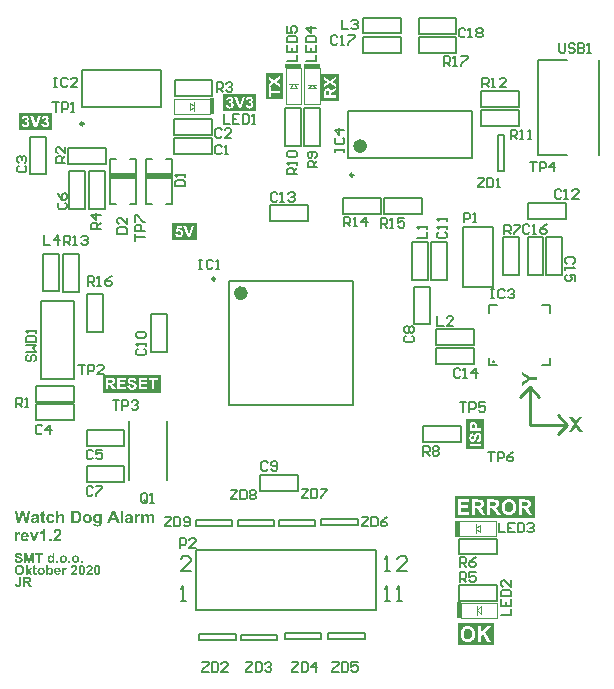
<source format=gto>
G04 Layer_Color=65535*
%FSLAX43Y43*%
%MOMM*%
G71*
G01*
G75*
%ADD10C,0.600*%
%ADD31C,0.200*%
%ADD32C,0.254*%
%ADD40C,0.250*%
%ADD41C,0.150*%
%ADD42C,0.170*%
%ADD43C,0.100*%
%ADD44C,0.203*%
%ADD45R,1.400X0.325*%
%ADD46R,0.325X1.400*%
%ADD47R,2.200X0.600*%
G36*
X3268Y14052D02*
X3281D01*
X3294Y14050D01*
X3310Y14049D01*
X3341Y14045D01*
X3374Y14040D01*
X3405Y14032D01*
X3418Y14026D01*
X3431Y14021D01*
X3433D01*
X3434Y14020D01*
X3442Y14016D01*
X3453Y14009D01*
X3467Y14000D01*
X3482Y13989D01*
X3496Y13974D01*
X3510Y13960D01*
X3522Y13943D01*
X3523Y13940D01*
X3526Y13933D01*
X3528Y13928D01*
X3530Y13921D01*
X3532Y13912D01*
X3535Y13903D01*
X3538Y13892D01*
X3540Y13879D01*
X3542Y13864D01*
X3544Y13848D01*
X3546Y13831D01*
X3547Y13811D01*
X3548Y13789D01*
Y13767D01*
X3546Y13538D01*
Y13537D01*
Y13534D01*
Y13529D01*
Y13522D01*
Y13514D01*
Y13505D01*
X3547Y13483D01*
X3548Y13459D01*
X3550Y13435D01*
X3552Y13413D01*
X3555Y13393D01*
Y13390D01*
X3556Y13385D01*
X3559Y13376D01*
X3563Y13364D01*
X3568Y13349D01*
X3574Y13332D01*
X3582Y13313D01*
X3591Y13294D01*
X3397D01*
Y13296D01*
X3395Y13298D01*
X3394Y13302D01*
X3391Y13309D01*
X3389Y13317D01*
X3385Y13326D01*
X3381Y13338D01*
X3377Y13352D01*
Y13353D01*
Y13354D01*
X3374Y13361D01*
X3373Y13369D01*
X3370Y13374D01*
X3367Y13372D01*
X3361Y13366D01*
X3351Y13357D01*
X3338Y13346D01*
X3322Y13334D01*
X3303Y13322D01*
X3283Y13312D01*
X3262Y13301D01*
X3260Y13300D01*
X3253Y13297D01*
X3241Y13293D01*
X3226Y13289D01*
X3208Y13285D01*
X3188Y13281D01*
X3165Y13278D01*
X3141Y13277D01*
X3130D01*
X3122Y13278D01*
X3113D01*
X3101Y13280D01*
X3076Y13285D01*
X3047Y13292D01*
X3016Y13302D01*
X2987Y13318D01*
X2973Y13328D01*
X2960Y13338D01*
X2959Y13340D01*
X2957Y13341D01*
X2955Y13345D01*
X2949Y13349D01*
X2940Y13364D01*
X2928Y13381D01*
X2916Y13403D01*
X2905Y13431D01*
X2898Y13462D01*
X2896Y13478D01*
X2895Y13495D01*
Y13497D01*
Y13498D01*
Y13506D01*
X2896Y13518D01*
X2899Y13533D01*
X2901Y13550D01*
X2907Y13568D01*
X2915Y13588D01*
X2924Y13607D01*
X2925Y13610D01*
X2929Y13615D01*
X2936Y13624D01*
X2947Y13635D01*
X2959Y13647D01*
X2972Y13659D01*
X2989Y13671D01*
X3008Y13682D01*
X3011Y13683D01*
X3019Y13686D01*
X3031Y13691D01*
X3048Y13698D01*
X3071Y13704D01*
X3097Y13712D01*
X3128Y13720D01*
X3164Y13727D01*
X3165D01*
X3170Y13728D01*
X3177Y13730D01*
X3186Y13731D01*
X3197Y13734D01*
X3210Y13736D01*
X3240Y13743D01*
X3272Y13751D01*
X3303Y13759D01*
X3318Y13763D01*
X3331Y13768D01*
X3345Y13772D01*
X3355Y13776D01*
Y13795D01*
Y13796D01*
Y13797D01*
Y13804D01*
X3354Y13815D01*
X3351Y13827D01*
X3349Y13841D01*
X3343Y13855D01*
X3335Y13867D01*
X3326Y13877D01*
X3325Y13879D01*
X3321Y13881D01*
X3313Y13885D01*
X3302Y13891D01*
X3289Y13895D01*
X3270Y13899D01*
X3248Y13901D01*
X3221Y13903D01*
X3212D01*
X3202Y13901D01*
X3190Y13900D01*
X3177Y13897D01*
X3164Y13893D01*
X3150Y13888D01*
X3138Y13881D01*
X3137Y13880D01*
X3133Y13877D01*
X3128Y13872D01*
X3121Y13864D01*
X3114Y13855D01*
X3106Y13841D01*
X3098Y13827D01*
X3092Y13808D01*
X2915Y13840D01*
Y13841D01*
X2916Y13845D01*
X2917Y13851D01*
X2920Y13857D01*
X2924Y13867D01*
X2928Y13877D01*
X2939Y13900D01*
X2952Y13927D01*
X2971Y13953D01*
X2992Y13978D01*
X3017Y14000D01*
X3019D01*
X3021Y14002D01*
X3025Y14005D01*
X3031Y14008D01*
X3039Y14012D01*
X3048Y14017D01*
X3060Y14021D01*
X3072Y14026D01*
X3086Y14032D01*
X3102Y14036D01*
X3121Y14041D01*
X3140Y14045D01*
X3161Y14048D01*
X3185Y14050D01*
X3209Y14053D01*
X3257D01*
X3268Y14052D01*
D02*
G37*
G36*
X5208Y13941D02*
X5209Y13943D01*
X5212Y13946D01*
X5217Y13952D01*
X5225Y13958D01*
X5235Y13968D01*
X5245Y13977D01*
X5257Y13986D01*
X5272Y13997D01*
X5288Y14008D01*
X5305Y14017D01*
X5324Y14028D01*
X5344Y14036D01*
X5365Y14042D01*
X5386Y14048D01*
X5410Y14052D01*
X5434Y14053D01*
X5446D01*
X5458Y14052D01*
X5476Y14050D01*
X5494Y14046D01*
X5514Y14042D01*
X5535Y14036D01*
X5557Y14028D01*
X5559Y14026D01*
X5566Y14024D01*
X5575Y14017D01*
X5587Y14010D01*
X5601Y14001D01*
X5614Y13989D01*
X5627Y13977D01*
X5638Y13962D01*
X5639Y13961D01*
X5642Y13956D01*
X5647Y13948D01*
X5654Y13937D01*
X5659Y13924D01*
X5666Y13909D01*
X5671Y13893D01*
X5677Y13876D01*
Y13873D01*
X5678Y13867D01*
X5681Y13856D01*
X5682Y13840D01*
X5685Y13820D01*
X5686Y13793D01*
X5687Y13764D01*
Y13728D01*
Y13294D01*
X5492D01*
Y13686D01*
Y13687D01*
Y13691D01*
Y13696D01*
Y13704D01*
Y13714D01*
Y13724D01*
X5490Y13748D01*
X5489Y13772D01*
X5486Y13797D01*
X5485Y13808D01*
X5484Y13817D01*
X5482Y13827D01*
X5480Y13833D01*
Y13835D01*
X5477Y13839D01*
X5474Y13844D01*
X5470Y13852D01*
X5465Y13860D01*
X5458Y13868D01*
X5450Y13876D01*
X5440Y13884D01*
X5438Y13885D01*
X5434Y13887D01*
X5429Y13889D01*
X5421Y13893D01*
X5410Y13897D01*
X5398Y13900D01*
X5384Y13901D01*
X5369Y13903D01*
X5361D01*
X5352Y13901D01*
X5340Y13900D01*
X5327Y13897D01*
X5312Y13892D01*
X5296Y13887D01*
X5281Y13879D01*
X5280Y13877D01*
X5275Y13875D01*
X5268Y13868D01*
X5260Y13861D01*
X5251Y13851D01*
X5241Y13839D01*
X5233Y13824D01*
X5225Y13807D01*
X5224Y13804D01*
X5223Y13797D01*
X5220Y13787D01*
X5217Y13771D01*
X5213Y13751D01*
X5211Y13727D01*
X5209Y13699D01*
X5208Y13666D01*
Y13294D01*
X5012D01*
Y14318D01*
X5208D01*
Y13941D01*
D02*
G37*
G36*
X6704Y14316D02*
X6717D01*
X6732Y14315D01*
X6764Y14313D01*
X6797Y14310D01*
X6828Y14305D01*
X6842Y14302D01*
X6856Y14298D01*
X6857D01*
X6860Y14297D01*
X6865Y14295D01*
X6870Y14293D01*
X6878Y14290D01*
X6888Y14286D01*
X6909Y14277D01*
X6933Y14263D01*
X6960Y14247D01*
X6985Y14227D01*
X7010Y14203D01*
X7011Y14202D01*
X7013Y14201D01*
X7017Y14197D01*
X7021Y14191D01*
X7026Y14185D01*
X7033Y14177D01*
X7046Y14157D01*
X7062Y14133D01*
X7078Y14105D01*
X7094Y14073D01*
X7107Y14037D01*
Y14036D01*
X7109Y14033D01*
X7110Y14028D01*
X7113Y14020D01*
X7115Y14010D01*
X7118Y13998D01*
X7122Y13985D01*
X7125Y13970D01*
X7127Y13954D01*
X7131Y13936D01*
X7134Y13916D01*
X7137Y13895D01*
X7139Y13872D01*
X7141Y13848D01*
X7142Y13796D01*
Y13795D01*
Y13791D01*
Y13784D01*
Y13775D01*
X7141Y13764D01*
Y13751D01*
X7139Y13738D01*
X7138Y13722D01*
X7134Y13687D01*
X7129Y13651D01*
X7121Y13614D01*
X7110Y13578D01*
Y13576D01*
X7109Y13573D01*
X7106Y13567D01*
X7103Y13559D01*
X7099Y13550D01*
X7094Y13539D01*
X7082Y13514D01*
X7066Y13485D01*
X7047Y13454D01*
X7025Y13425D01*
X7000Y13397D01*
X6997Y13394D01*
X6990Y13389D01*
X6978Y13380D01*
X6961Y13368D01*
X6941Y13354D01*
X6916Y13341D01*
X6888Y13328D01*
X6854Y13316D01*
X6853D01*
X6852Y13314D01*
X6848D01*
X6842Y13313D01*
X6836Y13310D01*
X6826Y13309D01*
X6817Y13308D01*
X6807Y13305D01*
X6793Y13304D01*
X6780Y13301D01*
X6749Y13298D01*
X6713Y13296D01*
X6672Y13294D01*
X6283D01*
Y14318D01*
X6692D01*
X6704Y14316D01*
D02*
G37*
G36*
X7666Y14052D02*
X7678D01*
X7693Y14049D01*
X7709Y14048D01*
X7728Y14044D01*
X7749Y14040D01*
X7770Y14033D01*
X7793Y14026D01*
X7815Y14017D01*
X7838Y14006D01*
X7862Y13994D01*
X7885Y13978D01*
X7906Y13962D01*
X7927Y13943D01*
X7929Y13941D01*
X7933Y13937D01*
X7938Y13932D01*
X7945Y13923D01*
X7952Y13912D01*
X7962Y13899D01*
X7971Y13884D01*
X7982Y13867D01*
X7991Y13848D01*
X8000Y13827D01*
X8010Y13804D01*
X8018Y13780D01*
X8026Y13755D01*
X8031Y13727D01*
X8034Y13698D01*
X8035Y13667D01*
Y13666D01*
Y13659D01*
X8034Y13651D01*
Y13639D01*
X8032Y13624D01*
X8030Y13607D01*
X8026Y13588D01*
X8022Y13568D01*
X8015Y13547D01*
X8008Y13525D01*
X7999Y13502D01*
X7988Y13478D01*
X7976Y13454D01*
X7962Y13431D01*
X7945Y13409D01*
X7926Y13387D01*
X7925Y13386D01*
X7921Y13382D01*
X7915Y13377D01*
X7906Y13370D01*
X7895Y13362D01*
X7883Y13353D01*
X7867Y13342D01*
X7851Y13333D01*
X7831Y13322D01*
X7811Y13312D01*
X7789Y13302D01*
X7765Y13294D01*
X7740Y13288D01*
X7712Y13282D01*
X7684Y13278D01*
X7653Y13277D01*
X7642D01*
X7636Y13278D01*
X7626D01*
X7616Y13280D01*
X7604Y13281D01*
X7590Y13282D01*
X7560Y13288D01*
X7528Y13296D01*
X7492Y13308D01*
X7457Y13322D01*
X7456D01*
X7453Y13325D01*
X7448Y13328D01*
X7443Y13332D01*
X7435Y13336D01*
X7425Y13342D01*
X7405Y13357D01*
X7383Y13376D01*
X7360Y13399D01*
X7338Y13426D01*
X7318Y13458D01*
Y13459D01*
X7315Y13462D01*
X7314Y13467D01*
X7310Y13474D01*
X7307Y13483D01*
X7303Y13493D01*
X7298Y13505D01*
X7294Y13519D01*
X7290Y13534D01*
X7284Y13550D01*
X7280Y13568D01*
X7278Y13587D01*
X7272Y13628D01*
X7270Y13675D01*
Y13676D01*
Y13679D01*
Y13684D01*
X7271Y13692D01*
Y13700D01*
X7272Y13711D01*
X7274Y13723D01*
X7276Y13735D01*
X7282Y13764D01*
X7290Y13796D01*
X7302Y13829D01*
X7318Y13864D01*
Y13865D01*
X7320Y13868D01*
X7323Y13873D01*
X7327Y13879D01*
X7331Y13887D01*
X7338Y13896D01*
X7352Y13916D01*
X7372Y13939D01*
X7395Y13961D01*
X7423Y13984D01*
X7453Y14004D01*
X7455D01*
X7457Y14006D01*
X7463Y14008D01*
X7469Y14012D01*
X7477Y14016D01*
X7488Y14020D01*
X7499Y14024D01*
X7512Y14029D01*
X7541Y14037D01*
X7575Y14045D01*
X7610Y14050D01*
X7650Y14053D01*
X7658D01*
X7666Y14052D01*
D02*
G37*
G36*
X1875Y12516D02*
X1891Y12513D01*
X1911Y12508D01*
X1934Y12501D01*
X1957Y12492D01*
X1980Y12480D01*
X1919Y12308D01*
X1917Y12310D01*
X1911Y12314D01*
X1902Y12319D01*
X1890Y12326D01*
X1875Y12331D01*
X1859Y12336D01*
X1843Y12340D01*
X1827Y12342D01*
X1821D01*
X1813Y12340D01*
X1802Y12339D01*
X1791Y12336D01*
X1780Y12331D01*
X1768Y12326D01*
X1756Y12318D01*
X1754Y12316D01*
X1752Y12314D01*
X1746Y12307D01*
X1740Y12299D01*
X1733Y12287D01*
X1725Y12274D01*
X1718Y12256D01*
X1712Y12235D01*
Y12232D01*
X1710Y12228D01*
X1709Y12223D01*
X1708Y12215D01*
X1706Y12207D01*
X1705Y12195D01*
X1704Y12182D01*
X1702Y12167D01*
X1701Y12149D01*
X1700Y12129D01*
X1698Y12106D01*
X1697Y12081D01*
Y12053D01*
X1696Y12022D01*
Y11988D01*
Y11759D01*
X1500D01*
Y12500D01*
X1682D01*
Y12395D01*
X1685Y12396D01*
X1686Y12400D01*
X1690Y12406D01*
X1700Y12419D01*
X1710Y12433D01*
X1724Y12451D01*
X1737Y12467D01*
X1752Y12481D01*
X1766Y12492D01*
X1768Y12493D01*
X1773Y12496D01*
X1781Y12500D01*
X1790Y12505D01*
X1803Y12509D01*
X1817Y12513D01*
X1833Y12516D01*
X1850Y12517D01*
X1862D01*
X1875Y12516D01*
D02*
G37*
G36*
X8469Y14052D02*
X8478D01*
X8490Y14049D01*
X8504Y14046D01*
X8519Y14042D01*
X8535Y14038D01*
X8553Y14032D01*
X8571Y14024D01*
X8590Y14013D01*
X8610Y14002D01*
X8629Y13988D01*
X8647Y13972D01*
X8666Y13953D01*
X8683Y13932D01*
Y14036D01*
X8867D01*
Y13369D01*
Y13368D01*
Y13364D01*
Y13357D01*
Y13348D01*
Y13337D01*
X8866Y13324D01*
X8864Y13296D01*
X8862Y13264D01*
X8858Y13232D01*
X8852Y13201D01*
X8848Y13188D01*
X8844Y13175D01*
Y13173D01*
X8843Y13172D01*
X8840Y13164D01*
X8835Y13152D01*
X8828Y13137D01*
X8820Y13121D01*
X8810Y13104D01*
X8798Y13087D01*
X8783Y13072D01*
X8782Y13071D01*
X8776Y13065D01*
X8767Y13059D01*
X8755Y13051D01*
X8740Y13041D01*
X8723Y13032D01*
X8702Y13023D01*
X8679Y13013D01*
X8678D01*
X8677Y13012D01*
X8673D01*
X8667Y13011D01*
X8661Y13008D01*
X8654Y13007D01*
X8634Y13003D01*
X8610Y12999D01*
X8582Y12996D01*
X8550Y12994D01*
X8514Y12992D01*
X8497D01*
X8484Y12994D01*
X8468Y12995D01*
X8450Y12996D01*
X8432Y12998D01*
X8410Y13000D01*
X8366Y13008D01*
X8323Y13020D01*
X8301Y13027D01*
X8281Y13036D01*
X8263Y13045D01*
X8247Y13057D01*
X8245Y13059D01*
X8243Y13060D01*
X8240Y13064D01*
X8235Y13069D01*
X8228Y13076D01*
X8221Y13083D01*
X8208Y13103D01*
X8193Y13127D01*
X8180Y13155D01*
X8175Y13171D01*
X8172Y13187D01*
X8169Y13204D01*
X8168Y13222D01*
Y13224D01*
Y13229D01*
Y13236D01*
X8169Y13245D01*
X8393Y13218D01*
Y13217D01*
X8394Y13212D01*
X8396Y13205D01*
X8398Y13197D01*
X8406Y13180D01*
X8412Y13171D01*
X8418Y13164D01*
X8420Y13163D01*
X8424Y13161D01*
X8430Y13157D01*
X8440Y13153D01*
X8452Y13149D01*
X8468Y13147D01*
X8485Y13144D01*
X8506Y13143D01*
X8519D01*
X8533Y13144D01*
X8550Y13145D01*
X8569Y13148D01*
X8587Y13153D01*
X8606Y13159D01*
X8622Y13167D01*
X8623Y13168D01*
X8626Y13169D01*
X8631Y13173D01*
X8637Y13179D01*
X8643Y13187D01*
X8650Y13194D01*
X8657Y13205D01*
X8662Y13217D01*
Y13218D01*
X8663Y13222D01*
X8665Y13228D01*
X8667Y13237D01*
X8669Y13249D01*
X8670Y13265D01*
X8671Y13284D01*
Y13306D01*
Y13415D01*
X8670Y13414D01*
X8667Y13410D01*
X8662Y13405D01*
X8655Y13397D01*
X8646Y13387D01*
X8637Y13377D01*
X8623Y13366D01*
X8610Y13356D01*
X8594Y13344D01*
X8578Y13333D01*
X8559Y13322D01*
X8539Y13313D01*
X8518Y13305D01*
X8496Y13300D01*
X8473Y13296D01*
X8448Y13294D01*
X8441D01*
X8433Y13296D01*
X8424Y13297D01*
X8410Y13298D01*
X8396Y13301D01*
X8380Y13305D01*
X8362Y13310D01*
X8344Y13317D01*
X8325Y13325D01*
X8305Y13336D01*
X8285Y13348D01*
X8267Y13362D01*
X8247Y13380D01*
X8229Y13398D01*
X8212Y13421D01*
X8211Y13422D01*
X8209Y13425D01*
X8205Y13431D01*
X8201Y13438D01*
X8196Y13449D01*
X8191Y13461D01*
X8184Y13474D01*
X8179Y13489D01*
X8172Y13506D01*
X8165Y13525D01*
X8160Y13546D01*
X8155Y13567D01*
X8151Y13591D01*
X8147Y13615D01*
X8145Y13642D01*
X8144Y13668D01*
Y13671D01*
Y13676D01*
Y13686D01*
X8145Y13699D01*
X8147Y13715D01*
X8149Y13732D01*
X8152Y13752D01*
X8155Y13773D01*
X8165Y13820D01*
X8173Y13844D01*
X8181Y13867D01*
X8192Y13891D01*
X8204Y13913D01*
X8217Y13933D01*
X8233Y13953D01*
X8235Y13954D01*
X8237Y13957D01*
X8243Y13962D01*
X8249Y13969D01*
X8259Y13976D01*
X8269Y13985D01*
X8281Y13994D01*
X8295Y14004D01*
X8311Y14013D01*
X8326Y14021D01*
X8345Y14030D01*
X8365Y14037D01*
X8385Y14044D01*
X8408Y14049D01*
X8432Y14052D01*
X8456Y14053D01*
X8462D01*
X8469Y14052D01*
D02*
G37*
G36*
X3946Y14036D02*
X4081D01*
Y13880D01*
X3946D01*
Y13579D01*
Y13578D01*
Y13575D01*
Y13571D01*
Y13565D01*
Y13550D01*
Y13533D01*
X3948Y13514D01*
Y13497D01*
Y13482D01*
X3949Y13477D01*
Y13473D01*
X3950Y13470D01*
X3953Y13465D01*
X3958Y13457D01*
X3966Y13449D01*
X3968D01*
X3969Y13447D01*
X3976Y13445D01*
X3988Y13441D01*
X4001Y13439D01*
X4006D01*
X4012Y13441D01*
X4021Y13442D01*
X4031Y13443D01*
X4045Y13447D01*
X4061Y13451D01*
X4079Y13458D01*
X4097Y13305D01*
X4095D01*
X4094Y13304D01*
X4090Y13302D01*
X4085Y13301D01*
X4070Y13296D01*
X4051Y13292D01*
X4029Y13286D01*
X4002Y13281D01*
X3973Y13278D01*
X3941Y13277D01*
X3932D01*
X3922Y13278D01*
X3910Y13280D01*
X3896Y13281D01*
X3880Y13285D01*
X3862Y13289D01*
X3846Y13294D01*
X3845Y13296D01*
X3840Y13297D01*
X3832Y13301D01*
X3823Y13306D01*
X3803Y13321D01*
X3792Y13330D01*
X3784Y13340D01*
X3783Y13341D01*
X3781Y13345D01*
X3777Y13352D01*
X3773Y13361D01*
X3768Y13372D01*
X3764Y13385D01*
X3760Y13399D01*
X3756Y13417D01*
Y13418D01*
X3755Y13423D01*
Y13433D01*
X3753Y13447D01*
X3752Y13466D01*
Y13477D01*
Y13490D01*
X3751Y13503D01*
Y13519D01*
Y13537D01*
Y13555D01*
Y13880D01*
X3660D01*
Y14036D01*
X3751D01*
Y14183D01*
X3946Y14299D01*
Y14036D01*
D02*
G37*
G36*
X10383Y13294D02*
X10158D01*
X10067Y13527D01*
X9659D01*
X9574Y13294D01*
X9355D01*
X9753Y14318D01*
X9974D01*
X10383Y13294D01*
D02*
G37*
G36*
X12049Y14052D02*
X12065Y14049D01*
X12085Y14044D01*
X12108Y14037D01*
X12130Y14028D01*
X12154Y14016D01*
X12093Y13844D01*
X12090Y13845D01*
X12085Y13849D01*
X12076Y13855D01*
X12064Y13861D01*
X12049Y13867D01*
X12033Y13872D01*
X12017Y13876D01*
X12001Y13877D01*
X11995D01*
X11987Y13876D01*
X11976Y13875D01*
X11965Y13872D01*
X11953Y13867D01*
X11941Y13861D01*
X11929Y13853D01*
X11928Y13852D01*
X11925Y13849D01*
X11920Y13843D01*
X11913Y13835D01*
X11907Y13823D01*
X11899Y13809D01*
X11892Y13792D01*
X11885Y13771D01*
Y13768D01*
X11884Y13764D01*
X11883Y13759D01*
X11881Y13751D01*
X11880Y13743D01*
X11879Y13731D01*
X11877Y13718D01*
X11876Y13703D01*
X11875Y13684D01*
X11873Y13664D01*
X11872Y13642D01*
X11871Y13616D01*
Y13588D01*
X11870Y13558D01*
Y13523D01*
Y13294D01*
X11674D01*
Y14036D01*
X11856D01*
Y13931D01*
X11859Y13932D01*
X11860Y13936D01*
X11864Y13941D01*
X11873Y13954D01*
X11884Y13969D01*
X11897Y13986D01*
X11911Y14002D01*
X11925Y14017D01*
X11940Y14028D01*
X11941Y14029D01*
X11947Y14032D01*
X11955Y14036D01*
X11964Y14041D01*
X11977Y14045D01*
X11991Y14049D01*
X12007Y14052D01*
X12024Y14053D01*
X12036D01*
X12049Y14052D01*
D02*
G37*
G36*
X13098D02*
X13117Y14049D01*
X13138Y14045D01*
X13161Y14038D01*
X13184Y14030D01*
X13206Y14020D01*
X13207D01*
X13208Y14018D01*
X13215Y14013D01*
X13226Y14006D01*
X13238Y13994D01*
X13252Y13981D01*
X13266Y13964D01*
X13279Y13944D01*
X13291Y13921D01*
X13292Y13919D01*
X13295Y13912D01*
X13298Y13901D01*
X13302Y13885D01*
X13306Y13864D01*
X13310Y13837D01*
X13311Y13821D01*
Y13805D01*
X13312Y13788D01*
Y13768D01*
Y13294D01*
X13117D01*
Y13718D01*
Y13719D01*
Y13723D01*
Y13728D01*
Y13735D01*
Y13744D01*
X13115Y13755D01*
X13114Y13777D01*
X13111Y13801D01*
X13107Y13824D01*
X13102Y13845D01*
X13099Y13853D01*
X13095Y13860D01*
X13094Y13861D01*
X13090Y13867D01*
X13083Y13873D01*
X13075Y13881D01*
X13063Y13889D01*
X13049Y13896D01*
X13031Y13901D01*
X13011Y13903D01*
X13005D01*
X12997Y13901D01*
X12986Y13900D01*
X12974Y13896D01*
X12961Y13892D01*
X12948Y13885D01*
X12934Y13877D01*
X12933Y13876D01*
X12929Y13872D01*
X12922Y13867D01*
X12914Y13859D01*
X12906Y13848D01*
X12897Y13835D01*
X12889Y13820D01*
X12882Y13803D01*
Y13800D01*
X12880Y13793D01*
X12877Y13781D01*
X12874Y13765D01*
X12872Y13744D01*
X12869Y13718D01*
X12868Y13687D01*
X12866Y13668D01*
Y13650D01*
Y13294D01*
X12671D01*
Y13700D01*
Y13702D01*
Y13706D01*
Y13711D01*
Y13718D01*
Y13727D01*
Y13736D01*
X12669Y13757D01*
X12668Y13781D01*
X12667Y13804D01*
X12664Y13824D01*
X12661Y13832D01*
X12660Y13839D01*
Y13840D01*
X12659Y13844D01*
X12656Y13849D01*
X12652Y13857D01*
X12641Y13872D01*
X12635Y13880D01*
X12627Y13887D01*
X12625Y13888D01*
X12623Y13889D01*
X12618Y13892D01*
X12612Y13895D01*
X12603Y13897D01*
X12594Y13900D01*
X12582Y13903D01*
X12560D01*
X12552Y13901D01*
X12542Y13900D01*
X12528Y13896D01*
X12515Y13892D01*
X12500Y13885D01*
X12486Y13877D01*
X12484Y13876D01*
X12480Y13873D01*
X12474Y13867D01*
X12466Y13860D01*
X12458Y13849D01*
X12448Y13837D01*
X12440Y13823D01*
X12434Y13807D01*
Y13804D01*
X12431Y13797D01*
X12430Y13787D01*
X12427Y13771D01*
X12425Y13750D01*
X12423Y13738D01*
X12422Y13723D01*
X12421Y13708D01*
Y13691D01*
X12419Y13674D01*
Y13654D01*
Y13294D01*
X12224D01*
Y14036D01*
X12405D01*
Y13933D01*
X12406Y13935D01*
X12409Y13939D01*
X12414Y13944D01*
X12422Y13952D01*
X12431Y13961D01*
X12442Y13972D01*
X12455Y13982D01*
X12470Y13993D01*
X12486Y14004D01*
X12503Y14016D01*
X12522Y14025D01*
X12542Y14034D01*
X12563Y14042D01*
X12586Y14048D01*
X12610Y14052D01*
X12633Y14053D01*
X12645D01*
X12659Y14052D01*
X12676Y14049D01*
X12695Y14045D01*
X12716Y14040D01*
X12737Y14033D01*
X12757Y14022D01*
X12760Y14021D01*
X12767Y14017D01*
X12776Y14010D01*
X12788Y14001D01*
X12801Y13988D01*
X12814Y13973D01*
X12829Y13956D01*
X12842Y13935D01*
Y13936D01*
X12845Y13937D01*
X12850Y13944D01*
X12861Y13954D01*
X12874Y13968D01*
X12890Y13981D01*
X12908Y13996D01*
X12928Y14010D01*
X12948Y14022D01*
X12949D01*
X12950Y14024D01*
X12958Y14028D01*
X12969Y14032D01*
X12985Y14038D01*
X13002Y14044D01*
X13023Y14048D01*
X13045Y14052D01*
X13069Y14053D01*
X13082D01*
X13098Y14052D01*
D02*
G37*
G36*
X2597Y8720D02*
X2610D01*
X2624Y8719D01*
X2639Y8718D01*
X2671Y8715D01*
X2703Y8711D01*
X2718Y8709D01*
X2734Y8706D01*
X2747Y8702D01*
X2758Y8698D01*
X2759D01*
X2762Y8697D01*
X2764Y8696D01*
X2768Y8694D01*
X2780Y8688D01*
X2793Y8680D01*
X2809Y8669D01*
X2826Y8655D01*
X2841Y8637D01*
X2856Y8618D01*
Y8617D01*
X2857Y8616D01*
X2859Y8613D01*
X2861Y8608D01*
X2864Y8603D01*
X2868Y8596D01*
X2874Y8580D01*
X2881Y8561D01*
X2887Y8539D01*
X2891Y8514D01*
X2893Y8487D01*
Y8486D01*
Y8483D01*
Y8478D01*
X2891Y8472D01*
X2890Y8463D01*
X2889Y8455D01*
X2888Y8444D01*
X2886Y8433D01*
X2880Y8408D01*
X2870Y8382D01*
X2863Y8369D01*
X2856Y8356D01*
X2847Y8344D01*
X2837Y8332D01*
X2836Y8331D01*
X2835Y8330D01*
X2832Y8327D01*
X2827Y8323D01*
X2821Y8318D01*
X2815Y8313D01*
X2806Y8306D01*
X2796Y8300D01*
X2785Y8293D01*
X2772Y8287D01*
X2759Y8280D01*
X2744Y8274D01*
X2728Y8269D01*
X2711Y8263D01*
X2692Y8259D01*
X2672Y8256D01*
X2673D01*
X2674Y8254D01*
X2682Y8250D01*
X2691Y8244D01*
X2704Y8235D01*
X2718Y8224D01*
X2734Y8212D01*
X2748Y8199D01*
X2762Y8185D01*
X2764Y8183D01*
X2768Y8178D01*
X2776Y8168D01*
X2781Y8161D01*
X2788Y8154D01*
X2794Y8145D01*
X2801Y8135D01*
X2809Y8125D01*
X2818Y8113D01*
X2827Y8100D01*
X2836Y8085D01*
X2847Y8068D01*
X2858Y8051D01*
X2960Y7889D01*
X2758D01*
X2637Y8069D01*
X2636Y8070D01*
X2634Y8074D01*
X2631Y8078D01*
X2626Y8085D01*
X2621Y8093D01*
X2616Y8102D01*
X2602Y8121D01*
X2587Y8142D01*
X2572Y8162D01*
X2566Y8171D01*
X2559Y8180D01*
X2554Y8186D01*
X2549Y8192D01*
X2547Y8193D01*
X2544Y8196D01*
X2540Y8200D01*
X2533Y8206D01*
X2526Y8211D01*
X2517Y8217D01*
X2507Y8222D01*
X2498Y8226D01*
X2497D01*
X2492Y8227D01*
X2487Y8230D01*
X2477Y8232D01*
X2465Y8233D01*
X2451Y8235D01*
X2434Y8236D01*
X2380D01*
Y7889D01*
X2212D01*
Y8721D01*
X2586D01*
X2597Y8720D01*
D02*
G37*
G36*
X4557Y14052D02*
X4568D01*
X4581Y14050D01*
X4596Y14048D01*
X4612Y14046D01*
X4646Y14038D01*
X4682Y14028D01*
X4717Y14014D01*
X4733Y14005D01*
X4749Y13994D01*
X4750D01*
X4753Y13992D01*
X4757Y13988D01*
X4762Y13984D01*
X4769Y13977D01*
X4775Y13969D01*
X4785Y13961D01*
X4793Y13950D01*
X4802Y13939D01*
X4813Y13925D01*
X4822Y13911D01*
X4831Y13895D01*
X4841Y13877D01*
X4850Y13859D01*
X4858Y13839D01*
X4865Y13817D01*
X4672Y13783D01*
Y13784D01*
Y13785D01*
X4669Y13792D01*
X4666Y13803D01*
X4662Y13815D01*
X4656Y13829D01*
X4648Y13844D01*
X4638Y13857D01*
X4626Y13869D01*
X4625Y13871D01*
X4620Y13873D01*
X4613Y13879D01*
X4602Y13884D01*
X4589Y13889D01*
X4575Y13895D01*
X4557Y13897D01*
X4537Y13899D01*
X4531D01*
X4525Y13897D01*
X4512Y13896D01*
X4495Y13892D01*
X4476Y13887D01*
X4456Y13877D01*
X4436Y13864D01*
X4419Y13847D01*
X4417Y13844D01*
X4412Y13837D01*
X4409Y13832D01*
X4405Y13824D01*
X4401Y13816D01*
X4398Y13807D01*
X4394Y13796D01*
X4390Y13783D01*
X4386Y13769D01*
X4383Y13754D01*
X4380Y13738D01*
X4378Y13719D01*
X4376Y13699D01*
Y13678D01*
Y13676D01*
Y13672D01*
Y13666D01*
X4378Y13656D01*
Y13646D01*
X4379Y13634D01*
X4382Y13604D01*
X4387Y13574D01*
X4395Y13543D01*
X4405Y13515D01*
X4412Y13502D01*
X4420Y13491D01*
X4423Y13489D01*
X4428Y13483D01*
X4437Y13474D01*
X4452Y13465D01*
X4468Y13454D01*
X4489Y13445D01*
X4512Y13439D01*
X4539Y13437D01*
X4548D01*
X4559Y13438D01*
X4571Y13441D01*
X4585Y13445D01*
X4601Y13450D01*
X4616Y13457D01*
X4630Y13467D01*
X4632Y13469D01*
X4636Y13474D01*
X4642Y13482D01*
X4650Y13493D01*
X4658Y13509D01*
X4666Y13527D01*
X4674Y13551D01*
X4681Y13578D01*
X4874Y13545D01*
Y13543D01*
X4873Y13539D01*
X4870Y13531D01*
X4867Y13523D01*
X4865Y13511D01*
X4859Y13499D01*
X4854Y13485D01*
X4849Y13470D01*
X4833Y13437D01*
X4813Y13403D01*
X4787Y13372D01*
X4774Y13357D01*
X4758Y13344D01*
X4757Y13342D01*
X4754Y13341D01*
X4749Y13337D01*
X4742Y13333D01*
X4734Y13328D01*
X4724Y13322D01*
X4712Y13317D01*
X4698Y13310D01*
X4682Y13304D01*
X4665Y13298D01*
X4646Y13293D01*
X4626Y13288D01*
X4605Y13284D01*
X4581Y13280D01*
X4557Y13278D01*
X4531Y13277D01*
X4524D01*
X4515Y13278D01*
X4504D01*
X4491Y13280D01*
X4475Y13282D01*
X4456Y13285D01*
X4437Y13290D01*
X4417Y13296D01*
X4396Y13302D01*
X4375Y13310D01*
X4352Y13321D01*
X4331Y13332D01*
X4310Y13346D01*
X4290Y13361D01*
X4271Y13380D01*
X4270Y13381D01*
X4267Y13385D01*
X4262Y13390D01*
X4256Y13398D01*
X4248Y13409D01*
X4240Y13422D01*
X4232Y13437D01*
X4223Y13454D01*
X4214Y13473D01*
X4206Y13494D01*
X4198Y13517D01*
X4190Y13542D01*
X4185Y13570D01*
X4179Y13599D01*
X4177Y13630D01*
X4175Y13663D01*
Y13666D01*
Y13671D01*
X4177Y13680D01*
Y13694D01*
X4178Y13710D01*
X4181Y13727D01*
X4183Y13747D01*
X4187Y13768D01*
X4193Y13791D01*
X4199Y13815D01*
X4206Y13839D01*
X4215Y13863D01*
X4227Y13887D01*
X4239Y13909D01*
X4254Y13931D01*
X4271Y13950D01*
X4272Y13952D01*
X4275Y13954D01*
X4282Y13960D01*
X4288Y13966D01*
X4299Y13974D01*
X4311Y13982D01*
X4324Y13992D01*
X4340Y14002D01*
X4359Y14012D01*
X4378Y14021D01*
X4400Y14029D01*
X4423Y14037D01*
X4448Y14044D01*
X4476Y14049D01*
X4504Y14052D01*
X4535Y14053D01*
X4548D01*
X4557Y14052D01*
D02*
G37*
G36*
X10686Y13294D02*
X10491D01*
Y14318D01*
X10686D01*
Y13294D01*
D02*
G37*
G36*
X11208Y14052D02*
X11221D01*
X11235Y14050D01*
X11251Y14049D01*
X11281Y14045D01*
X11314Y14040D01*
X11345Y14032D01*
X11358Y14026D01*
X11372Y14021D01*
X11373D01*
X11374Y14020D01*
X11382Y14016D01*
X11393Y14009D01*
X11408Y14000D01*
X11422Y13989D01*
X11437Y13974D01*
X11450Y13960D01*
X11462Y13943D01*
X11464Y13940D01*
X11466Y13933D01*
X11469Y13928D01*
X11470Y13921D01*
X11473Y13912D01*
X11476Y13903D01*
X11478Y13892D01*
X11481Y13879D01*
X11482Y13864D01*
X11485Y13848D01*
X11486Y13831D01*
X11488Y13811D01*
X11489Y13789D01*
Y13767D01*
X11486Y13538D01*
Y13537D01*
Y13534D01*
Y13529D01*
Y13522D01*
Y13514D01*
Y13505D01*
X11488Y13483D01*
X11489Y13459D01*
X11490Y13435D01*
X11493Y13413D01*
X11496Y13393D01*
Y13390D01*
X11497Y13385D01*
X11500Y13376D01*
X11503Y13364D01*
X11509Y13349D01*
X11514Y13332D01*
X11522Y13313D01*
X11531Y13294D01*
X11337D01*
Y13296D01*
X11336Y13298D01*
X11334Y13302D01*
X11332Y13309D01*
X11329Y13317D01*
X11325Y13326D01*
X11321Y13338D01*
X11317Y13352D01*
Y13353D01*
Y13354D01*
X11314Y13361D01*
X11313Y13369D01*
X11311Y13374D01*
X11308Y13372D01*
X11301Y13366D01*
X11292Y13357D01*
X11279Y13346D01*
X11263Y13334D01*
X11244Y13322D01*
X11224Y13312D01*
X11203Y13301D01*
X11200Y13300D01*
X11193Y13297D01*
X11181Y13293D01*
X11167Y13289D01*
X11148Y13285D01*
X11128Y13281D01*
X11106Y13278D01*
X11082Y13277D01*
X11071D01*
X11063Y13278D01*
X11054D01*
X11042Y13280D01*
X11016Y13285D01*
X10987Y13292D01*
X10956Y13302D01*
X10927Y13318D01*
X10914Y13328D01*
X10901Y13338D01*
X10899Y13340D01*
X10898Y13341D01*
X10895Y13345D01*
X10890Y13349D01*
X10881Y13364D01*
X10869Y13381D01*
X10857Y13403D01*
X10846Y13431D01*
X10838Y13462D01*
X10837Y13478D01*
X10835Y13495D01*
Y13497D01*
Y13498D01*
Y13506D01*
X10837Y13518D01*
X10839Y13533D01*
X10842Y13550D01*
X10847Y13568D01*
X10855Y13588D01*
X10865Y13607D01*
X10866Y13610D01*
X10870Y13615D01*
X10877Y13624D01*
X10887Y13635D01*
X10899Y13647D01*
X10913Y13659D01*
X10930Y13671D01*
X10948Y13682D01*
X10951Y13683D01*
X10959Y13686D01*
X10971Y13691D01*
X10988Y13698D01*
X11011Y13704D01*
X11038Y13712D01*
X11068Y13720D01*
X11104Y13727D01*
X11106D01*
X11111Y13728D01*
X11118Y13730D01*
X11127Y13731D01*
X11137Y13734D01*
X11151Y13736D01*
X11180Y13743D01*
X11212Y13751D01*
X11244Y13759D01*
X11259Y13763D01*
X11272Y13768D01*
X11285Y13772D01*
X11296Y13776D01*
Y13795D01*
Y13796D01*
Y13797D01*
Y13804D01*
X11295Y13815D01*
X11292Y13827D01*
X11289Y13841D01*
X11284Y13855D01*
X11276Y13867D01*
X11267Y13877D01*
X11265Y13879D01*
X11261Y13881D01*
X11253Y13885D01*
X11243Y13891D01*
X11229Y13895D01*
X11211Y13899D01*
X11188Y13901D01*
X11161Y13903D01*
X11152D01*
X11143Y13901D01*
X11131Y13900D01*
X11118Y13897D01*
X11104Y13893D01*
X11091Y13888D01*
X11079Y13881D01*
X11078Y13880D01*
X11074Y13877D01*
X11068Y13872D01*
X11062Y13864D01*
X11055Y13855D01*
X11047Y13841D01*
X11039Y13827D01*
X11032Y13808D01*
X10855Y13840D01*
Y13841D01*
X10857Y13845D01*
X10858Y13851D01*
X10861Y13857D01*
X10865Y13867D01*
X10869Y13877D01*
X10879Y13900D01*
X10893Y13927D01*
X10911Y13953D01*
X10933Y13978D01*
X10958Y14000D01*
X10959D01*
X10962Y14002D01*
X10966Y14005D01*
X10971Y14008D01*
X10979Y14012D01*
X10988Y14017D01*
X11000Y14021D01*
X11012Y14026D01*
X11027Y14032D01*
X11043Y14036D01*
X11062Y14041D01*
X11080Y14045D01*
X11102Y14048D01*
X11125Y14050D01*
X11149Y14053D01*
X11197D01*
X11208Y14052D01*
D02*
G37*
G36*
X2594Y13294D02*
X2373D01*
X2171Y14058D01*
X1967Y13294D01*
X1742D01*
X1500Y14318D01*
X1712D01*
X1865Y13614D01*
X2052Y14318D01*
X2297D01*
X2477Y13602D01*
X2633Y14318D01*
X2842D01*
X2594Y13294D01*
D02*
G37*
G36*
X3240Y11759D02*
X3063D01*
X2764Y12500D01*
X2971D01*
X3110Y12121D01*
X3150Y11994D01*
X3152Y11997D01*
X3153Y12002D01*
X3156Y12010D01*
X3158Y12021D01*
X3165Y12041D01*
X3169Y12051D01*
X3170Y12058D01*
Y12059D01*
X3172Y12063D01*
X3174Y12070D01*
X3177Y12078D01*
X3180Y12087D01*
X3184Y12098D01*
X3192Y12121D01*
X3331Y12500D01*
X3534D01*
X3240Y11759D01*
D02*
G37*
G36*
X16957Y37232D02*
X14850D01*
Y38727D01*
X16957D01*
Y37232D01*
D02*
G37*
G36*
X13868Y24332D02*
X8950D01*
Y25844D01*
X13868D01*
Y24332D01*
D02*
G37*
G36*
X41268Y19550D02*
X39756D01*
Y22092D01*
X41268D01*
Y19550D01*
D02*
G37*
G36*
X4666Y46532D02*
X1850D01*
Y48032D01*
X4666D01*
Y46532D01*
D02*
G37*
G36*
X24250Y49150D02*
X22773D01*
Y51359D01*
X24250D01*
Y49150D01*
D02*
G37*
G36*
X28950Y49050D02*
X27473D01*
Y51342D01*
X28950D01*
Y49050D01*
D02*
G37*
G36*
X21966Y48132D02*
X19150D01*
Y49632D01*
X21966D01*
Y48132D01*
D02*
G37*
G36*
X42101Y2977D02*
X39000D01*
Y4805D01*
X42101D01*
Y2977D01*
D02*
G37*
G36*
X4113Y11759D02*
X3917D01*
Y12497D01*
X3916Y12496D01*
X3912Y12493D01*
X3906Y12488D01*
X3898Y12481D01*
X3888Y12473D01*
X3876Y12463D01*
X3861Y12453D01*
X3845Y12441D01*
X3828Y12429D01*
X3808Y12417D01*
X3787Y12406D01*
X3765Y12394D01*
X3716Y12370D01*
X3664Y12350D01*
Y12528D01*
X3665D01*
X3668Y12529D01*
X3672Y12531D01*
X3677Y12533D01*
X3684Y12536D01*
X3693Y12540D01*
X3713Y12549D01*
X3737Y12561D01*
X3765Y12579D01*
X3796Y12599D01*
X3829Y12622D01*
X3831Y12624D01*
X3833Y12625D01*
X3837Y12629D01*
X3844Y12634D01*
X3852Y12641D01*
X3860Y12650D01*
X3878Y12669D01*
X3900Y12694D01*
X3920Y12722D01*
X3938Y12753D01*
X3946Y12770D01*
X3953Y12788D01*
X4113D01*
Y11759D01*
D02*
G37*
G36*
X4644D02*
X4448D01*
Y11954D01*
X4644D01*
Y11759D01*
D02*
G37*
G36*
X5165Y12786D02*
X5177Y12785D01*
X5193Y12784D01*
X5209Y12781D01*
X5227Y12777D01*
X5265Y12768D01*
X5285Y12761D01*
X5305Y12753D01*
X5324Y12744D01*
X5344Y12732D01*
X5361Y12720D01*
X5378Y12705D01*
X5380Y12704D01*
X5382Y12701D01*
X5386Y12697D01*
X5392Y12690D01*
X5398Y12682D01*
X5406Y12673D01*
X5413Y12662D01*
X5422Y12649D01*
X5430Y12634D01*
X5437Y12620D01*
X5452Y12585D01*
X5457Y12565D01*
X5461Y12545D01*
X5464Y12524D01*
X5465Y12501D01*
Y12500D01*
Y12499D01*
Y12495D01*
Y12489D01*
X5464Y12476D01*
X5462Y12459D01*
X5458Y12439D01*
X5454Y12416D01*
X5448Y12394D01*
X5440Y12370D01*
Y12368D01*
X5438Y12367D01*
X5434Y12359D01*
X5429Y12346D01*
X5421Y12330D01*
X5409Y12310D01*
X5396Y12288D01*
X5380Y12264D01*
X5361Y12239D01*
X5360Y12236D01*
X5354Y12231D01*
X5345Y12221D01*
X5332Y12206D01*
X5313Y12187D01*
X5292Y12165D01*
X5264Y12138D01*
X5249Y12123D01*
X5232Y12107D01*
X5231Y12106D01*
X5228Y12103D01*
X5224Y12099D01*
X5217Y12094D01*
X5201Y12079D01*
X5183Y12061D01*
X5163Y12042D01*
X5144Y12024D01*
X5127Y12008D01*
X5120Y12000D01*
X5115Y11994D01*
X5114Y11993D01*
X5111Y11989D01*
X5106Y11984D01*
X5100Y11977D01*
X5087Y11960D01*
X5075Y11941D01*
X5465D01*
Y11759D01*
X4778D01*
Y11760D01*
Y11763D01*
X4779Y11769D01*
X4781Y11776D01*
X4782Y11785D01*
X4785Y11796D01*
X4787Y11808D01*
X4790Y11821D01*
X4799Y11852D01*
X4811Y11885D01*
X4826Y11920D01*
X4845Y11954D01*
X4846Y11956D01*
X4847Y11958D01*
X4851Y11964D01*
X4857Y11972D01*
X4863Y11981D01*
X4871Y11992D01*
X4881Y12005D01*
X4893Y12020D01*
X4907Y12037D01*
X4923Y12055D01*
X4941Y12075D01*
X4960Y12098D01*
X4983Y12121D01*
X5008Y12146D01*
X5035Y12173D01*
X5064Y12201D01*
X5066Y12202D01*
X5070Y12206D01*
X5076Y12213D01*
X5086Y12221D01*
X5096Y12231D01*
X5108Y12242D01*
X5135Y12268D01*
X5163Y12296D01*
X5189Y12323D01*
X5201Y12336D01*
X5211Y12348D01*
X5220Y12359D01*
X5227Y12368D01*
Y12370D01*
X5228Y12371D01*
X5233Y12379D01*
X5240Y12391D01*
X5248Y12406D01*
X5255Y12424D01*
X5261Y12444D01*
X5267Y12465D01*
X5268Y12488D01*
Y12489D01*
Y12491D01*
Y12499D01*
X5267Y12511D01*
X5264Y12525D01*
X5259Y12541D01*
X5253Y12559D01*
X5244Y12575D01*
X5232Y12589D01*
X5231Y12591D01*
X5225Y12595D01*
X5217Y12601D01*
X5207Y12608D01*
X5193Y12613D01*
X5176Y12620D01*
X5157Y12624D01*
X5135Y12625D01*
X5124D01*
X5114Y12624D01*
X5100Y12621D01*
X5084Y12616D01*
X5068Y12609D01*
X5052Y12600D01*
X5038Y12588D01*
X5036Y12587D01*
X5032Y12581D01*
X5026Y12572D01*
X5019Y12559D01*
X5012Y12541D01*
X5006Y12520D01*
X5000Y12495D01*
X4996Y12465D01*
X4801Y12484D01*
Y12485D01*
X4802Y12491D01*
X4803Y12500D01*
X4805Y12511D01*
X4807Y12524D01*
X4811Y12539D01*
X4815Y12556D01*
X4821Y12575D01*
X4835Y12612D01*
X4843Y12632D01*
X4854Y12650D01*
X4866Y12669D01*
X4879Y12686D01*
X4894Y12702D01*
X4910Y12717D01*
X4911Y12718D01*
X4914Y12720D01*
X4919Y12724D01*
X4926Y12728D01*
X4935Y12733D01*
X4946Y12740D01*
X4959Y12746D01*
X4974Y12753D01*
X4988Y12758D01*
X5007Y12765D01*
X5026Y12772D01*
X5046Y12777D01*
X5067Y12781D01*
X5091Y12785D01*
X5115Y12786D01*
X5140Y12788D01*
X5155D01*
X5165Y12786D01*
D02*
G37*
G36*
X2362Y12516D02*
X2374D01*
X2388Y12513D01*
X2404Y12512D01*
X2421Y12508D01*
X2441Y12504D01*
X2461Y12497D01*
X2482Y12491D01*
X2505Y12481D01*
X2526Y12471D01*
X2547Y12459D01*
X2569Y12443D01*
X2589Y12427D01*
X2607Y12407D01*
X2609Y12406D01*
X2611Y12402D01*
X2617Y12395D01*
X2622Y12387D01*
X2630Y12375D01*
X2638Y12360D01*
X2646Y12344D01*
X2655Y12324D01*
X2663Y12302D01*
X2673Y12278D01*
X2679Y12250D01*
X2687Y12221D01*
X2693Y12187D01*
X2697Y12151D01*
X2699Y12114D01*
Y12073D01*
X2208D01*
Y12071D01*
Y12069D01*
Y12065D01*
X2209Y12058D01*
X2211Y12042D01*
X2215Y12022D01*
X2220Y12001D01*
X2228Y11978D01*
X2240Y11956D01*
X2255Y11936D01*
X2257Y11933D01*
X2263Y11928D01*
X2272Y11921D01*
X2285Y11912D01*
X2303Y11902D01*
X2321Y11896D01*
X2344Y11890D01*
X2368Y11888D01*
X2376D01*
X2384Y11889D01*
X2394Y11890D01*
X2406Y11893D01*
X2418Y11898D01*
X2432Y11904D01*
X2444Y11912D01*
X2445Y11913D01*
X2449Y11917D01*
X2454Y11922D01*
X2462Y11932D01*
X2470Y11944D01*
X2478Y11957D01*
X2486Y11974D01*
X2493Y11994D01*
X2689Y11961D01*
Y11960D01*
X2687Y11956D01*
X2685Y11950D01*
X2682Y11944D01*
X2677Y11934D01*
X2673Y11924D01*
X2659Y11900D01*
X2642Y11873D01*
X2622Y11847D01*
X2597Y11820D01*
X2569Y11797D01*
X2567D01*
X2565Y11795D01*
X2561Y11792D01*
X2554Y11788D01*
X2546Y11784D01*
X2537Y11780D01*
X2526Y11775D01*
X2513Y11769D01*
X2498Y11764D01*
X2484Y11759D01*
X2449Y11751D01*
X2409Y11744D01*
X2365Y11741D01*
X2357D01*
X2346Y11743D01*
X2333Y11744D01*
X2317Y11745D01*
X2300Y11748D01*
X2279Y11752D01*
X2257Y11757D01*
X2235Y11764D01*
X2211Y11772D01*
X2187Y11783D01*
X2164Y11795D01*
X2140Y11809D01*
X2119Y11827D01*
X2099Y11845D01*
X2080Y11868D01*
X2079Y11869D01*
X2078Y11873D01*
X2074Y11878D01*
X2068Y11886D01*
X2063Y11896D01*
X2058Y11908D01*
X2051Y11922D01*
X2044Y11938D01*
X2036Y11956D01*
X2030Y11974D01*
X2024Y11996D01*
X2019Y12018D01*
X2014Y12042D01*
X2010Y12067D01*
X2008Y12095D01*
X2007Y12123D01*
Y12126D01*
Y12131D01*
X2008Y12141D01*
Y12154D01*
X2010Y12169D01*
X2012Y12187D01*
X2015Y12207D01*
X2019Y12228D01*
X2024Y12251D01*
X2031Y12275D01*
X2038Y12299D01*
X2047Y12323D01*
X2059Y12347D01*
X2071Y12370D01*
X2086Y12392D01*
X2103Y12412D01*
X2104Y12413D01*
X2107Y12416D01*
X2112Y12421D01*
X2120Y12428D01*
X2130Y12436D01*
X2142Y12445D01*
X2155Y12455D01*
X2169Y12465D01*
X2187Y12475D01*
X2204Y12484D01*
X2224Y12493D01*
X2247Y12501D01*
X2269Y12508D01*
X2293Y12513D01*
X2320Y12516D01*
X2346Y12517D01*
X2354D01*
X2362Y12516D01*
D02*
G37*
G36*
X45572Y13727D02*
X38750D01*
Y15555D01*
X45572D01*
Y13727D01*
D02*
G37*
G36*
X49148Y21668D02*
X49590Y21000D01*
X49280D01*
X48995Y21435D01*
X48710Y21000D01*
X48400D01*
X48843Y21667D01*
X48442Y22281D01*
X48743D01*
X48997Y21898D01*
X49250Y22281D01*
X49550D01*
X49148Y21668D01*
D02*
G37*
G36*
X45163Y25628D02*
X45700D01*
Y25370D01*
X45162D01*
X44419Y24902D01*
Y25205D01*
X44927Y25505D01*
X44419Y25798D01*
Y26096D01*
X45163Y25628D01*
D02*
G37*
G36*
X2590Y9292D02*
X2776Y9505D01*
X2972D01*
X2766Y9284D01*
X2987Y8902D01*
X2815D01*
X2663Y9173D01*
X2590Y9095D01*
Y8902D01*
X2431D01*
Y9734D01*
X2590D01*
Y9292D01*
D02*
G37*
G36*
X6570Y9738D02*
X6580Y9737D01*
X6593Y9736D01*
X6606Y9733D01*
X6620Y9730D01*
X6652Y9723D01*
X6668Y9717D01*
X6684Y9711D01*
X6699Y9703D01*
X6715Y9693D01*
X6729Y9684D01*
X6744Y9672D01*
X6745Y9671D01*
X6747Y9668D01*
X6750Y9665D01*
X6754Y9660D01*
X6760Y9653D01*
X6766Y9646D01*
X6772Y9637D01*
X6779Y9626D01*
X6786Y9614D01*
X6791Y9602D01*
X6803Y9574D01*
X6807Y9558D01*
X6811Y9542D01*
X6813Y9525D01*
X6814Y9506D01*
Y9505D01*
Y9504D01*
Y9501D01*
Y9496D01*
X6813Y9486D01*
X6812Y9472D01*
X6808Y9455D01*
X6805Y9437D01*
X6800Y9418D01*
X6793Y9399D01*
Y9398D01*
X6792Y9397D01*
X6789Y9390D01*
X6785Y9380D01*
X6778Y9367D01*
X6768Y9350D01*
X6758Y9333D01*
X6745Y9314D01*
X6729Y9293D01*
X6728Y9291D01*
X6724Y9286D01*
X6717Y9278D01*
X6706Y9266D01*
X6691Y9251D01*
X6673Y9232D01*
X6651Y9211D01*
X6639Y9199D01*
X6625Y9186D01*
X6623Y9185D01*
X6621Y9183D01*
X6618Y9179D01*
X6613Y9175D01*
X6600Y9163D01*
X6585Y9148D01*
X6568Y9133D01*
X6553Y9118D01*
X6539Y9105D01*
X6534Y9098D01*
X6529Y9094D01*
X6528Y9093D01*
X6526Y9090D01*
X6522Y9085D01*
X6517Y9080D01*
X6507Y9066D01*
X6497Y9051D01*
X6814D01*
Y8902D01*
X6256D01*
Y8903D01*
Y8906D01*
X6257Y8911D01*
X6258Y8916D01*
X6259Y8924D01*
X6261Y8933D01*
X6263Y8942D01*
X6265Y8953D01*
X6273Y8978D01*
X6283Y9005D01*
X6295Y9033D01*
X6310Y9061D01*
X6311Y9062D01*
X6312Y9065D01*
X6315Y9069D01*
X6319Y9075D01*
X6325Y9083D01*
X6331Y9092D01*
X6339Y9103D01*
X6349Y9114D01*
X6361Y9129D01*
X6374Y9144D01*
X6388Y9160D01*
X6404Y9178D01*
X6422Y9197D01*
X6443Y9217D01*
X6464Y9239D01*
X6488Y9262D01*
X6489Y9263D01*
X6493Y9266D01*
X6498Y9271D01*
X6506Y9278D01*
X6514Y9286D01*
X6524Y9295D01*
X6546Y9317D01*
X6568Y9340D01*
X6590Y9361D01*
X6600Y9372D01*
X6607Y9382D01*
X6615Y9390D01*
X6620Y9398D01*
Y9399D01*
X6621Y9400D01*
X6626Y9407D01*
X6631Y9416D01*
X6638Y9428D01*
X6643Y9443D01*
X6648Y9460D01*
X6653Y9477D01*
X6654Y9495D01*
Y9496D01*
Y9497D01*
Y9504D01*
X6653Y9514D01*
X6651Y9526D01*
X6646Y9539D01*
X6642Y9553D01*
X6634Y9566D01*
X6625Y9578D01*
X6623Y9579D01*
X6619Y9582D01*
X6613Y9587D01*
X6604Y9593D01*
X6593Y9597D01*
X6579Y9602D01*
X6564Y9606D01*
X6546Y9607D01*
X6537D01*
X6528Y9606D01*
X6517Y9604D01*
X6504Y9599D01*
X6491Y9594D01*
X6478Y9586D01*
X6467Y9576D01*
X6465Y9575D01*
X6462Y9571D01*
X6457Y9563D01*
X6451Y9553D01*
X6446Y9539D01*
X6441Y9521D01*
X6436Y9501D01*
X6433Y9477D01*
X6274Y9492D01*
Y9493D01*
X6275Y9497D01*
X6276Y9505D01*
X6277Y9514D01*
X6279Y9525D01*
X6283Y9536D01*
X6286Y9550D01*
X6290Y9566D01*
X6302Y9596D01*
X6309Y9612D01*
X6317Y9627D01*
X6327Y9642D01*
X6338Y9657D01*
X6350Y9670D01*
X6363Y9681D01*
X6364Y9683D01*
X6366Y9684D01*
X6370Y9687D01*
X6376Y9690D01*
X6383Y9694D01*
X6392Y9700D01*
X6403Y9705D01*
X6415Y9711D01*
X6427Y9715D01*
X6442Y9720D01*
X6457Y9726D01*
X6473Y9730D01*
X6490Y9733D01*
X6510Y9737D01*
X6529Y9738D01*
X6550Y9739D01*
X6562D01*
X6570Y9738D01*
D02*
G37*
G36*
X7862D02*
X7872Y9737D01*
X7885Y9736D01*
X7898Y9733D01*
X7912Y9730D01*
X7944Y9723D01*
X7960Y9717D01*
X7976Y9711D01*
X7991Y9703D01*
X8007Y9693D01*
X8021Y9684D01*
X8036Y9672D01*
X8037Y9671D01*
X8039Y9668D01*
X8042Y9665D01*
X8046Y9660D01*
X8052Y9653D01*
X8058Y9646D01*
X8064Y9637D01*
X8071Y9626D01*
X8078Y9614D01*
X8083Y9602D01*
X8095Y9574D01*
X8099Y9558D01*
X8103Y9542D01*
X8105Y9525D01*
X8106Y9506D01*
Y9505D01*
Y9504D01*
Y9501D01*
Y9496D01*
X8105Y9486D01*
X8104Y9472D01*
X8100Y9455D01*
X8097Y9437D01*
X8092Y9418D01*
X8085Y9399D01*
Y9398D01*
X8084Y9397D01*
X8081Y9390D01*
X8077Y9380D01*
X8070Y9367D01*
X8060Y9350D01*
X8050Y9333D01*
X8037Y9314D01*
X8021Y9293D01*
X8020Y9291D01*
X8016Y9286D01*
X8008Y9278D01*
X7998Y9266D01*
X7983Y9251D01*
X7965Y9232D01*
X7942Y9211D01*
X7931Y9199D01*
X7917Y9186D01*
X7915Y9185D01*
X7913Y9183D01*
X7910Y9179D01*
X7905Y9175D01*
X7892Y9163D01*
X7876Y9148D01*
X7860Y9133D01*
X7845Y9118D01*
X7831Y9105D01*
X7826Y9098D01*
X7821Y9094D01*
X7820Y9093D01*
X7818Y9090D01*
X7814Y9085D01*
X7809Y9080D01*
X7799Y9066D01*
X7789Y9051D01*
X8106D01*
Y8902D01*
X7548D01*
Y8903D01*
Y8906D01*
X7549Y8911D01*
X7550Y8916D01*
X7551Y8924D01*
X7553Y8933D01*
X7555Y8942D01*
X7557Y8953D01*
X7565Y8978D01*
X7575Y9005D01*
X7586Y9033D01*
X7602Y9061D01*
X7603Y9062D01*
X7604Y9065D01*
X7607Y9069D01*
X7611Y9075D01*
X7617Y9083D01*
X7623Y9092D01*
X7631Y9103D01*
X7641Y9114D01*
X7652Y9129D01*
X7665Y9144D01*
X7680Y9160D01*
X7696Y9178D01*
X7714Y9197D01*
X7735Y9217D01*
X7756Y9239D01*
X7780Y9262D01*
X7781Y9263D01*
X7784Y9266D01*
X7790Y9271D01*
X7797Y9278D01*
X7806Y9286D01*
X7816Y9295D01*
X7838Y9317D01*
X7860Y9340D01*
X7882Y9361D01*
X7892Y9372D01*
X7899Y9382D01*
X7907Y9390D01*
X7912Y9398D01*
Y9399D01*
X7913Y9400D01*
X7918Y9407D01*
X7923Y9416D01*
X7929Y9428D01*
X7935Y9443D01*
X7940Y9460D01*
X7945Y9477D01*
X7946Y9495D01*
Y9496D01*
Y9497D01*
Y9504D01*
X7945Y9514D01*
X7942Y9526D01*
X7938Y9539D01*
X7934Y9553D01*
X7926Y9566D01*
X7917Y9578D01*
X7915Y9579D01*
X7911Y9582D01*
X7905Y9587D01*
X7896Y9593D01*
X7885Y9597D01*
X7871Y9602D01*
X7856Y9606D01*
X7838Y9607D01*
X7829D01*
X7820Y9606D01*
X7809Y9604D01*
X7796Y9599D01*
X7783Y9594D01*
X7770Y9586D01*
X7759Y9576D01*
X7757Y9575D01*
X7754Y9571D01*
X7749Y9563D01*
X7743Y9553D01*
X7738Y9539D01*
X7733Y9521D01*
X7728Y9501D01*
X7725Y9477D01*
X7566Y9492D01*
Y9493D01*
X7567Y9497D01*
X7568Y9505D01*
X7569Y9514D01*
X7571Y9525D01*
X7575Y9536D01*
X7578Y9550D01*
X7582Y9566D01*
X7594Y9596D01*
X7601Y9612D01*
X7609Y9627D01*
X7619Y9642D01*
X7630Y9657D01*
X7642Y9670D01*
X7655Y9681D01*
X7656Y9683D01*
X7658Y9684D01*
X7662Y9687D01*
X7668Y9690D01*
X7675Y9694D01*
X7684Y9700D01*
X7695Y9705D01*
X7707Y9711D01*
X7718Y9715D01*
X7734Y9720D01*
X7749Y9726D01*
X7765Y9730D01*
X7782Y9733D01*
X7802Y9737D01*
X7821Y9738D01*
X7842Y9739D01*
X7854D01*
X7862Y9738D01*
D02*
G37*
G36*
X3755Y9518D02*
X3765D01*
X3777Y9516D01*
X3790Y9515D01*
X3805Y9512D01*
X3822Y9508D01*
X3839Y9503D01*
X3858Y9497D01*
X3876Y9490D01*
X3895Y9481D01*
X3914Y9472D01*
X3932Y9459D01*
X3950Y9446D01*
X3967Y9429D01*
X3968Y9428D01*
X3971Y9425D01*
X3976Y9421D01*
X3981Y9413D01*
X3988Y9404D01*
X3995Y9394D01*
X4003Y9382D01*
X4011Y9368D01*
X4019Y9352D01*
X4027Y9335D01*
X4034Y9317D01*
X4041Y9297D01*
X4047Y9277D01*
X4051Y9254D01*
X4054Y9230D01*
X4055Y9205D01*
Y9204D01*
Y9199D01*
X4054Y9192D01*
Y9183D01*
X4053Y9171D01*
X4050Y9157D01*
X4047Y9141D01*
X4044Y9125D01*
X4038Y9108D01*
X4033Y9090D01*
X4025Y9071D01*
X4017Y9052D01*
X4007Y9032D01*
X3995Y9014D01*
X3981Y8995D01*
X3966Y8978D01*
X3965Y8977D01*
X3962Y8974D01*
X3957Y8969D01*
X3950Y8964D01*
X3941Y8958D01*
X3931Y8950D01*
X3918Y8941D01*
X3905Y8934D01*
X3889Y8925D01*
X3873Y8916D01*
X3855Y8909D01*
X3835Y8902D01*
X3814Y8897D01*
X3792Y8893D01*
X3769Y8889D01*
X3744Y8888D01*
X3735D01*
X3730Y8889D01*
X3723D01*
X3714Y8890D01*
X3704Y8892D01*
X3693Y8893D01*
X3668Y8897D01*
X3642Y8903D01*
X3613Y8913D01*
X3585Y8925D01*
X3584D01*
X3582Y8927D01*
X3578Y8929D01*
X3573Y8933D01*
X3567Y8936D01*
X3559Y8941D01*
X3543Y8953D01*
X3524Y8968D01*
X3506Y8988D01*
X3488Y9009D01*
X3471Y9035D01*
Y9037D01*
X3469Y9039D01*
X3468Y9043D01*
X3465Y9048D01*
X3463Y9056D01*
X3460Y9064D01*
X3455Y9073D01*
X3452Y9085D01*
X3449Y9097D01*
X3444Y9110D01*
X3441Y9125D01*
X3439Y9140D01*
X3435Y9174D01*
X3433Y9212D01*
Y9213D01*
Y9215D01*
Y9219D01*
X3434Y9226D01*
Y9232D01*
X3435Y9241D01*
X3436Y9251D01*
X3438Y9261D01*
X3442Y9284D01*
X3449Y9310D01*
X3458Y9337D01*
X3471Y9365D01*
Y9367D01*
X3474Y9369D01*
X3476Y9373D01*
X3479Y9377D01*
X3482Y9384D01*
X3488Y9391D01*
X3500Y9408D01*
X3516Y9426D01*
X3534Y9444D01*
X3557Y9463D01*
X3582Y9479D01*
X3583D01*
X3585Y9481D01*
X3589Y9482D01*
X3595Y9486D01*
X3601Y9489D01*
X3610Y9492D01*
X3619Y9495D01*
X3629Y9500D01*
X3653Y9506D01*
X3680Y9513D01*
X3710Y9517D01*
X3742Y9519D01*
X3748D01*
X3755Y9518D01*
D02*
G37*
G36*
X4332Y9435D02*
X4333Y9436D01*
X4335Y9438D01*
X4339Y9442D01*
X4345Y9448D01*
X4352Y9454D01*
X4360Y9462D01*
X4370Y9469D01*
X4381Y9477D01*
X4393Y9484D01*
X4406Y9492D01*
X4437Y9506D01*
X4453Y9512D01*
X4469Y9516D01*
X4488Y9518D01*
X4506Y9519D01*
X4517D01*
X4524Y9518D01*
X4534Y9517D01*
X4545Y9515D01*
X4557Y9513D01*
X4570Y9509D01*
X4584Y9505D01*
X4599Y9500D01*
X4614Y9493D01*
X4629Y9486D01*
X4645Y9476D01*
X4661Y9465D01*
X4675Y9453D01*
X4689Y9439D01*
X4690Y9438D01*
X4692Y9436D01*
X4695Y9430D01*
X4701Y9424D01*
X4706Y9416D01*
X4711Y9406D01*
X4718Y9394D01*
X4726Y9381D01*
X4732Y9365D01*
X4739Y9348D01*
X4744Y9329D01*
X4750Y9308D01*
X4755Y9286D01*
X4758Y9263D01*
X4760Y9237D01*
X4761Y9210D01*
Y9208D01*
Y9203D01*
Y9195D01*
X4760Y9184D01*
X4759Y9172D01*
X4757Y9157D01*
X4755Y9139D01*
X4753Y9122D01*
X4743Y9083D01*
X4737Y9064D01*
X4730Y9044D01*
X4722Y9025D01*
X4711Y9006D01*
X4701Y8988D01*
X4688Y8972D01*
X4687Y8971D01*
X4684Y8968D01*
X4680Y8964D01*
X4675Y8959D01*
X4667Y8952D01*
X4658Y8946D01*
X4649Y8938D01*
X4638Y8931D01*
X4625Y8922D01*
X4612Y8914D01*
X4597Y8908D01*
X4582Y8901D01*
X4564Y8896D01*
X4547Y8892D01*
X4529Y8889D01*
X4509Y8888D01*
X4501D01*
X4490Y8889D01*
X4477Y8892D01*
X4462Y8895D01*
X4444Y8899D01*
X4426Y8906D01*
X4406Y8914D01*
X4404Y8915D01*
X4398Y8920D01*
X4389Y8925D01*
X4377Y8934D01*
X4364Y8945D01*
X4349Y8958D01*
X4335Y8973D01*
X4321Y8990D01*
Y8902D01*
X4173D01*
Y9734D01*
X4332D01*
Y9435D01*
D02*
G37*
G36*
X5131Y9518D02*
X5141D01*
X5152Y9516D01*
X5165Y9515D01*
X5179Y9512D01*
X5195Y9508D01*
X5211Y9503D01*
X5229Y9497D01*
X5247Y9490D01*
X5264Y9481D01*
X5282Y9472D01*
X5299Y9459D01*
X5315Y9446D01*
X5330Y9429D01*
X5332Y9428D01*
X5334Y9425D01*
X5338Y9420D01*
X5342Y9413D01*
X5349Y9403D01*
X5355Y9391D01*
X5362Y9378D01*
X5369Y9362D01*
X5376Y9344D01*
X5383Y9324D01*
X5389Y9302D01*
X5395Y9278D01*
X5400Y9251D01*
X5403Y9222D01*
X5405Y9191D01*
Y9158D01*
X5006D01*
Y9157D01*
Y9154D01*
Y9151D01*
X5007Y9146D01*
X5008Y9133D01*
X5011Y9117D01*
X5016Y9099D01*
X5022Y9081D01*
X5032Y9062D01*
X5044Y9046D01*
X5046Y9044D01*
X5050Y9040D01*
X5058Y9034D01*
X5069Y9027D01*
X5083Y9019D01*
X5098Y9014D01*
X5116Y9009D01*
X5136Y9007D01*
X5142D01*
X5149Y9008D01*
X5157Y9009D01*
X5167Y9012D01*
X5177Y9016D01*
X5188Y9020D01*
X5197Y9027D01*
X5198Y9028D01*
X5202Y9031D01*
X5206Y9035D01*
X5212Y9043D01*
X5219Y9053D01*
X5225Y9064D01*
X5232Y9078D01*
X5237Y9094D01*
X5396Y9067D01*
Y9066D01*
X5395Y9062D01*
X5393Y9058D01*
X5391Y9053D01*
X5387Y9045D01*
X5383Y9037D01*
X5373Y9017D01*
X5359Y8995D01*
X5342Y8974D01*
X5322Y8952D01*
X5299Y8934D01*
X5298D01*
X5296Y8932D01*
X5293Y8929D01*
X5287Y8926D01*
X5281Y8923D01*
X5273Y8920D01*
X5264Y8915D01*
X5254Y8911D01*
X5242Y8907D01*
X5230Y8902D01*
X5202Y8896D01*
X5169Y8890D01*
X5133Y8888D01*
X5127D01*
X5118Y8889D01*
X5108Y8890D01*
X5095Y8892D01*
X5080Y8894D01*
X5063Y8897D01*
X5046Y8901D01*
X5027Y8907D01*
X5008Y8913D01*
X4989Y8922D01*
X4970Y8932D01*
X4951Y8943D01*
X4933Y8958D01*
X4917Y8973D01*
X4902Y8991D01*
X4901Y8992D01*
X4900Y8995D01*
X4897Y9000D01*
X4892Y9006D01*
X4888Y9014D01*
X4884Y9024D01*
X4878Y9035D01*
X4873Y9048D01*
X4866Y9062D01*
X4861Y9078D01*
X4856Y9095D01*
X4852Y9113D01*
X4848Y9133D01*
X4845Y9153D01*
X4844Y9176D01*
X4842Y9199D01*
Y9201D01*
Y9205D01*
X4844Y9213D01*
Y9224D01*
X4845Y9236D01*
X4847Y9251D01*
X4849Y9267D01*
X4852Y9284D01*
X4856Y9303D01*
X4862Y9322D01*
X4867Y9342D01*
X4875Y9361D01*
X4885Y9381D01*
X4894Y9399D01*
X4906Y9417D01*
X4920Y9434D01*
X4921Y9435D01*
X4924Y9437D01*
X4928Y9441D01*
X4934Y9447D01*
X4942Y9453D01*
X4952Y9461D01*
X4963Y9468D01*
X4974Y9477D01*
X4989Y9484D01*
X5003Y9492D01*
X5019Y9500D01*
X5037Y9506D01*
X5056Y9512D01*
X5075Y9516D01*
X5097Y9518D01*
X5118Y9519D01*
X5125D01*
X5131Y9518D01*
D02*
G37*
G36*
X5636Y10547D02*
X5645D01*
X5657Y10545D01*
X5670Y10544D01*
X5685Y10540D01*
X5703Y10537D01*
X5720Y10532D01*
X5738Y10526D01*
X5757Y10519D01*
X5775Y10510D01*
X5795Y10500D01*
X5813Y10487D01*
X5830Y10474D01*
X5848Y10458D01*
X5849Y10457D01*
X5852Y10454D01*
X5856Y10449D01*
X5862Y10442D01*
X5868Y10433D01*
X5876Y10422D01*
X5883Y10411D01*
X5892Y10396D01*
X5900Y10381D01*
X5907Y10364D01*
X5915Y10346D01*
X5921Y10326D01*
X5928Y10306D01*
X5932Y10283D01*
X5934Y10259D01*
X5935Y10234D01*
Y10233D01*
Y10228D01*
X5934Y10221D01*
Y10211D01*
X5933Y10200D01*
X5931Y10185D01*
X5928Y10170D01*
X5924Y10154D01*
X5919Y10137D01*
X5914Y10118D01*
X5906Y10100D01*
X5897Y10080D01*
X5888Y10061D01*
X5876Y10043D01*
X5862Y10024D01*
X5847Y10007D01*
X5845Y10006D01*
X5842Y10003D01*
X5838Y9998D01*
X5830Y9993D01*
X5822Y9986D01*
X5812Y9979D01*
X5799Y9970D01*
X5786Y9963D01*
X5770Y9954D01*
X5753Y9945D01*
X5735Y9938D01*
X5716Y9931D01*
X5695Y9926D01*
X5672Y9921D01*
X5650Y9918D01*
X5625Y9917D01*
X5616D01*
X5611Y9918D01*
X5603D01*
X5594Y9919D01*
X5585Y9920D01*
X5574Y9921D01*
X5549Y9926D01*
X5523Y9932D01*
X5494Y9942D01*
X5466Y9954D01*
X5465D01*
X5462Y9956D01*
X5458Y9958D01*
X5454Y9961D01*
X5447Y9965D01*
X5440Y9970D01*
X5423Y9982D01*
X5405Y9997D01*
X5387Y10017D01*
X5368Y10038D01*
X5352Y10064D01*
Y10065D01*
X5350Y10068D01*
X5349Y10072D01*
X5346Y10077D01*
X5343Y10085D01*
X5340Y10092D01*
X5336Y10102D01*
X5333Y10114D01*
X5329Y10126D01*
X5325Y10139D01*
X5322Y10154D01*
X5320Y10169D01*
X5315Y10203D01*
X5313Y10241D01*
Y10242D01*
Y10244D01*
Y10248D01*
X5314Y10255D01*
Y10261D01*
X5315Y10270D01*
X5316Y10280D01*
X5319Y10289D01*
X5323Y10313D01*
X5329Y10339D01*
X5339Y10366D01*
X5352Y10394D01*
Y10395D01*
X5354Y10398D01*
X5356Y10402D01*
X5360Y10406D01*
X5363Y10413D01*
X5368Y10420D01*
X5380Y10436D01*
X5396Y10455D01*
X5415Y10473D01*
X5438Y10492D01*
X5462Y10508D01*
X5464D01*
X5466Y10510D01*
X5470Y10511D01*
X5475Y10514D01*
X5482Y10518D01*
X5491Y10521D01*
X5499Y10524D01*
X5510Y10528D01*
X5534Y10535D01*
X5561Y10541D01*
X5590Y10546D01*
X5623Y10548D01*
X5629D01*
X5636Y10547D01*
D02*
G37*
G36*
X6668D02*
X6678D01*
X6689Y10545D01*
X6702Y10544D01*
X6718Y10540D01*
X6735Y10537D01*
X6752Y10532D01*
X6771Y10526D01*
X6789Y10519D01*
X6807Y10510D01*
X6827Y10500D01*
X6845Y10487D01*
X6863Y10474D01*
X6880Y10458D01*
X6881Y10457D01*
X6884Y10454D01*
X6889Y10449D01*
X6894Y10442D01*
X6900Y10433D01*
X6908Y10422D01*
X6916Y10411D01*
X6924Y10396D01*
X6932Y10381D01*
X6939Y10364D01*
X6947Y10346D01*
X6953Y10326D01*
X6960Y10306D01*
X6964Y10283D01*
X6966Y10259D01*
X6968Y10234D01*
Y10233D01*
Y10228D01*
X6966Y10221D01*
Y10211D01*
X6965Y10200D01*
X6963Y10185D01*
X6960Y10170D01*
X6957Y10154D01*
X6951Y10137D01*
X6946Y10118D01*
X6938Y10100D01*
X6930Y10080D01*
X6920Y10061D01*
X6908Y10043D01*
X6894Y10024D01*
X6879Y10007D01*
X6878Y10006D01*
X6874Y10003D01*
X6870Y9998D01*
X6863Y9993D01*
X6854Y9986D01*
X6844Y9979D01*
X6831Y9970D01*
X6818Y9963D01*
X6802Y9954D01*
X6786Y9945D01*
X6767Y9938D01*
X6748Y9931D01*
X6727Y9926D01*
X6705Y9921D01*
X6682Y9918D01*
X6657Y9917D01*
X6648D01*
X6643Y9918D01*
X6635D01*
X6627Y9919D01*
X6617Y9920D01*
X6606Y9921D01*
X6581Y9926D01*
X6555Y9932D01*
X6526Y9942D01*
X6498Y9954D01*
X6497D01*
X6495Y9956D01*
X6490Y9958D01*
X6486Y9961D01*
X6480Y9965D01*
X6472Y9970D01*
X6456Y9982D01*
X6437Y9997D01*
X6419Y10017D01*
X6401Y10038D01*
X6384Y10064D01*
Y10065D01*
X6382Y10068D01*
X6381Y10072D01*
X6378Y10077D01*
X6376Y10085D01*
X6372Y10092D01*
X6368Y10102D01*
X6365Y10114D01*
X6362Y10126D01*
X6357Y10139D01*
X6354Y10154D01*
X6352Y10169D01*
X6348Y10203D01*
X6345Y10241D01*
Y10242D01*
Y10244D01*
Y10248D01*
X6346Y10255D01*
Y10261D01*
X6348Y10270D01*
X6349Y10280D01*
X6351Y10289D01*
X6355Y10313D01*
X6362Y10339D01*
X6371Y10366D01*
X6384Y10394D01*
Y10395D01*
X6386Y10398D01*
X6389Y10402D01*
X6392Y10406D01*
X6395Y10413D01*
X6401Y10420D01*
X6412Y10436D01*
X6429Y10455D01*
X6447Y10473D01*
X6470Y10492D01*
X6495Y10508D01*
X6496D01*
X6498Y10510D01*
X6502Y10511D01*
X6508Y10514D01*
X6514Y10518D01*
X6523Y10521D01*
X6531Y10524D01*
X6542Y10528D01*
X6566Y10535D01*
X6593Y10541D01*
X6622Y10546D01*
X6655Y10548D01*
X6661D01*
X6668Y10547D01*
D02*
G37*
G36*
X3888Y10623D02*
X3642D01*
Y9931D01*
X3475D01*
Y10623D01*
X3228D01*
Y10763D01*
X3888D01*
Y10623D01*
D02*
G37*
G36*
X7251Y9931D02*
X7092D01*
Y10090D01*
X7251D01*
Y9931D01*
D02*
G37*
G36*
X5187D02*
X5027D01*
Y10090D01*
X5187D01*
Y9931D01*
D02*
G37*
G36*
X5834Y9518D02*
X5847Y9516D01*
X5863Y9512D01*
X5881Y9506D01*
X5900Y9499D01*
X5919Y9489D01*
X5869Y9349D01*
X5867Y9350D01*
X5863Y9354D01*
X5855Y9358D01*
X5845Y9363D01*
X5834Y9368D01*
X5821Y9372D01*
X5808Y9375D01*
X5795Y9376D01*
X5789D01*
X5783Y9375D01*
X5774Y9374D01*
X5765Y9372D01*
X5756Y9368D01*
X5746Y9363D01*
X5736Y9357D01*
X5735Y9356D01*
X5733Y9354D01*
X5729Y9348D01*
X5723Y9342D01*
X5718Y9332D01*
X5711Y9321D01*
X5706Y9307D01*
X5700Y9290D01*
Y9288D01*
X5699Y9284D01*
X5698Y9280D01*
X5697Y9274D01*
X5696Y9267D01*
X5695Y9257D01*
X5694Y9246D01*
X5693Y9235D01*
X5692Y9219D01*
X5691Y9203D01*
X5690Y9185D01*
X5689Y9164D01*
Y9141D01*
X5687Y9117D01*
Y9088D01*
Y8902D01*
X5528D01*
Y9505D01*
X5677D01*
Y9420D01*
X5679Y9421D01*
X5680Y9424D01*
X5683Y9428D01*
X5691Y9439D01*
X5699Y9451D01*
X5710Y9465D01*
X5721Y9478D01*
X5733Y9490D01*
X5745Y9499D01*
X5746Y9500D01*
X5750Y9502D01*
X5757Y9505D01*
X5764Y9509D01*
X5775Y9513D01*
X5786Y9516D01*
X5799Y9518D01*
X5813Y9519D01*
X5823D01*
X5834Y9518D01*
D02*
G37*
G36*
X2032Y8193D02*
Y8192D01*
Y8188D01*
Y8183D01*
Y8175D01*
Y8167D01*
X2031Y8157D01*
Y8146D01*
X2030Y8134D01*
X2028Y8108D01*
X2025Y8082D01*
X2020Y8056D01*
X2017Y8045D01*
X2014Y8034D01*
Y8033D01*
X2013Y8030D01*
X2012Y8027D01*
X2010Y8022D01*
X2006Y8015D01*
X2003Y8009D01*
X1993Y7991D01*
X1982Y7973D01*
X1966Y7954D01*
X1947Y7934D01*
X1925Y7917D01*
X1924D01*
X1922Y7915D01*
X1919Y7913D01*
X1913Y7910D01*
X1907Y7907D01*
X1899Y7903D01*
X1891Y7900D01*
X1880Y7895D01*
X1869Y7891D01*
X1856Y7888D01*
X1842Y7883D01*
X1827Y7880D01*
X1811Y7878D01*
X1794Y7876D01*
X1756Y7874D01*
X1745D01*
X1736Y7875D01*
X1726Y7876D01*
X1714Y7877D01*
X1700Y7879D01*
X1686Y7882D01*
X1656Y7890D01*
X1640Y7896D01*
X1624Y7903D01*
X1608Y7910D01*
X1593Y7919D01*
X1579Y7930D01*
X1566Y7942D01*
X1565Y7943D01*
X1563Y7945D01*
X1560Y7949D01*
X1556Y7955D01*
X1551Y7962D01*
X1545Y7971D01*
X1539Y7981D01*
X1534Y7994D01*
X1527Y8007D01*
X1521Y8022D01*
X1515Y8038D01*
X1511Y8056D01*
X1506Y8077D01*
X1503Y8098D01*
X1501Y8120D01*
X1500Y8145D01*
X1658Y8164D01*
Y8162D01*
Y8160D01*
Y8157D01*
X1659Y8152D01*
X1660Y8139D01*
X1661Y8124D01*
X1664Y8107D01*
X1668Y8090D01*
X1672Y8075D01*
X1679Y8062D01*
X1680Y8060D01*
X1684Y8055D01*
X1690Y8048D01*
X1699Y8040D01*
X1711Y8032D01*
X1725Y8024D01*
X1742Y8020D01*
X1762Y8017D01*
X1771D01*
X1780Y8020D01*
X1792Y8022D01*
X1805Y8025D01*
X1818Y8030D01*
X1831Y8038D01*
X1841Y8049D01*
X1842Y8051D01*
X1844Y8055D01*
X1848Y8064D01*
X1851Y8070D01*
X1853Y8078D01*
X1855Y8086D01*
X1857Y8095D01*
X1859Y8106D01*
X1861Y8119D01*
X1862Y8132D01*
X1864Y8147D01*
X1865Y8164D01*
Y8182D01*
Y8721D01*
X2032D01*
Y8193D01*
D02*
G37*
G36*
X8503Y9738D02*
X8513Y9737D01*
X8525Y9734D01*
X8538Y9731D01*
X8552Y9728D01*
X8567Y9724D01*
X8582Y9718D01*
X8598Y9711D01*
X8613Y9702D01*
X8628Y9692D01*
X8644Y9680D01*
X8659Y9667D01*
X8672Y9652D01*
X8673Y9651D01*
X8675Y9648D01*
X8679Y9641D01*
X8685Y9633D01*
X8690Y9621D01*
X8698Y9607D01*
X8705Y9591D01*
X8713Y9571D01*
X8720Y9549D01*
X8727Y9525D01*
X8735Y9496D01*
X8740Y9465D01*
X8745Y9431D01*
X8750Y9395D01*
X8752Y9356D01*
X8753Y9312D01*
Y9311D01*
Y9310D01*
Y9307D01*
Y9302D01*
Y9296D01*
Y9290D01*
X8752Y9274D01*
X8751Y9254D01*
X8749Y9232D01*
X8746Y9208D01*
X8743Y9182D01*
X8739Y9153D01*
X8732Y9125D01*
X8726Y9097D01*
X8718Y9069D01*
X8709Y9042D01*
X8698Y9016D01*
X8685Y8992D01*
X8671Y8972D01*
X8670Y8971D01*
X8667Y8968D01*
X8664Y8964D01*
X8659Y8959D01*
X8651Y8952D01*
X8644Y8945D01*
X8633Y8937D01*
X8622Y8929D01*
X8609Y8922D01*
X8595Y8914D01*
X8580Y8907D01*
X8562Y8900D01*
X8545Y8895D01*
X8526Y8890D01*
X8504Y8888D01*
X8482Y8887D01*
X8477D01*
X8470Y8888D01*
X8462D01*
X8452Y8890D01*
X8440Y8893D01*
X8427Y8895D01*
X8412Y8899D01*
X8397Y8903D01*
X8382Y8910D01*
X8366Y8918D01*
X8348Y8926D01*
X8332Y8937D01*
X8317Y8950D01*
X8301Y8964D01*
X8287Y8980D01*
X8285Y8981D01*
X8283Y8985D01*
X8280Y8990D01*
X8275Y8999D01*
X8269Y9009D01*
X8264Y9022D01*
X8256Y9039D01*
X8250Y9057D01*
X8243Y9079D01*
X8237Y9103D01*
X8230Y9130D01*
X8225Y9160D01*
X8219Y9193D01*
X8216Y9230D01*
X8214Y9270D01*
X8213Y9314D01*
Y9315D01*
Y9317D01*
Y9319D01*
Y9324D01*
Y9330D01*
X8214Y9336D01*
Y9352D01*
X8215Y9372D01*
X8217Y9394D01*
X8219Y9418D01*
X8223Y9444D01*
X8227Y9472D01*
X8232Y9500D01*
X8239Y9529D01*
X8248Y9556D01*
X8256Y9583D01*
X8267Y9609D01*
X8280Y9633D01*
X8294Y9653D01*
X8295Y9654D01*
X8297Y9657D01*
X8301Y9661D01*
X8306Y9666D01*
X8314Y9673D01*
X8322Y9680D01*
X8332Y9688D01*
X8343Y9697D01*
X8356Y9704D01*
X8370Y9712D01*
X8385Y9719D01*
X8402Y9726D01*
X8420Y9731D01*
X8439Y9736D01*
X8461Y9738D01*
X8482Y9739D01*
X8494D01*
X8503Y9738D01*
D02*
G37*
G36*
X1859Y10777D02*
X1872Y10776D01*
X1887Y10775D01*
X1904Y10773D01*
X1922Y10770D01*
X1960Y10761D01*
X1979Y10756D01*
X1999Y10749D01*
X2018Y10742D01*
X2037Y10732D01*
X2054Y10721D01*
X2069Y10709D01*
X2070Y10708D01*
X2072Y10706D01*
X2077Y10703D01*
X2082Y10697D01*
X2088Y10690D01*
X2094Y10682D01*
X2102Y10672D01*
X2109Y10660D01*
X2117Y10649D01*
X2124Y10634D01*
X2131Y10619D01*
X2137Y10603D01*
X2143Y10586D01*
X2148Y10567D01*
X2151Y10547D01*
X2152Y10526D01*
X1985Y10520D01*
Y10521D01*
Y10523D01*
X1984Y10526D01*
X1983Y10531D01*
X1979Y10541D01*
X1975Y10556D01*
X1969Y10571D01*
X1961Y10586D01*
X1950Y10600D01*
X1938Y10612D01*
X1936Y10613D01*
X1932Y10616D01*
X1923Y10620D01*
X1911Y10626D01*
X1897Y10631D01*
X1879Y10636D01*
X1857Y10639D01*
X1832Y10640D01*
X1820D01*
X1814Y10639D01*
X1807D01*
X1790Y10637D01*
X1772Y10632D01*
X1753Y10627D01*
X1734Y10619D01*
X1717Y10610D01*
X1716Y10609D01*
X1713Y10606D01*
X1709Y10602D01*
X1705Y10596D01*
X1700Y10588D01*
X1696Y10579D01*
X1693Y10570D01*
X1692Y10558D01*
Y10557D01*
Y10553D01*
X1693Y10547D01*
X1695Y10540D01*
X1698Y10533D01*
X1702Y10524D01*
X1708Y10515D01*
X1716Y10507D01*
X1717Y10506D01*
X1720Y10505D01*
X1723Y10502D01*
X1727Y10500D01*
X1733Y10497D01*
X1739Y10494D01*
X1748Y10491D01*
X1756Y10486D01*
X1767Y10482D01*
X1780Y10478D01*
X1794Y10472D01*
X1811Y10468D01*
X1828Y10462D01*
X1848Y10457D01*
X1870Y10452D01*
X1871D01*
X1875Y10451D01*
X1882Y10448D01*
X1891Y10446D01*
X1900Y10444D01*
X1912Y10441D01*
X1925Y10438D01*
X1938Y10433D01*
X1967Y10423D01*
X1998Y10414D01*
X2026Y10403D01*
X2039Y10396D01*
X2051Y10391D01*
X2052D01*
X2053Y10390D01*
X2056Y10388D01*
X2060Y10386D01*
X2071Y10378D01*
X2084Y10368D01*
X2099Y10356D01*
X2115Y10341D01*
X2129Y10325D01*
X2143Y10306D01*
Y10304D01*
X2144Y10303D01*
X2146Y10300D01*
X2148Y10296D01*
X2150Y10290D01*
X2154Y10285D01*
X2160Y10269D01*
X2165Y10250D01*
X2171Y10228D01*
X2175Y10202D01*
X2176Y10174D01*
Y10172D01*
Y10170D01*
Y10166D01*
X2175Y10162D01*
Y10155D01*
X2174Y10148D01*
X2171Y10129D01*
X2167Y10109D01*
X2159Y10086D01*
X2149Y10062D01*
X2136Y10038D01*
Y10037D01*
X2134Y10036D01*
X2132Y10033D01*
X2129Y10029D01*
X2120Y10018D01*
X2107Y10004D01*
X2091Y9989D01*
X2072Y9973D01*
X2050Y9959D01*
X2024Y9946D01*
X2023D01*
X2020Y9945D01*
X2016Y9943D01*
X2011Y9942D01*
X2003Y9940D01*
X1996Y9937D01*
X1985Y9934D01*
X1974Y9931D01*
X1961Y9928D01*
X1948Y9926D01*
X1933Y9924D01*
X1917Y9920D01*
X1882Y9917D01*
X1843Y9916D01*
X1828D01*
X1817Y9917D01*
X1804Y9918D01*
X1789Y9920D01*
X1772Y9923D01*
X1753Y9925D01*
X1714Y9933D01*
X1695Y9940D01*
X1674Y9946D01*
X1655Y9955D01*
X1635Y9965D01*
X1617Y9976D01*
X1601Y9989D01*
X1600Y9990D01*
X1597Y9992D01*
X1593Y9996D01*
X1588Y10003D01*
X1580Y10010D01*
X1574Y10019D01*
X1565Y10030D01*
X1556Y10043D01*
X1548Y10057D01*
X1539Y10072D01*
X1530Y10089D01*
X1523Y10109D01*
X1515Y10129D01*
X1509Y10152D01*
X1504Y10176D01*
X1500Y10201D01*
X1663Y10217D01*
Y10216D01*
X1664Y10214D01*
X1666Y10209D01*
X1667Y10204D01*
X1668Y10196D01*
X1670Y10189D01*
X1676Y10171D01*
X1684Y10151D01*
X1695Y10131D01*
X1708Y10112D01*
X1723Y10096D01*
X1725Y10095D01*
X1732Y10090D01*
X1741Y10084D01*
X1755Y10077D01*
X1773Y10070D01*
X1793Y10064D01*
X1817Y10060D01*
X1844Y10058D01*
X1852D01*
X1857Y10059D01*
X1865D01*
X1872Y10060D01*
X1890Y10062D01*
X1910Y10066D01*
X1930Y10072D01*
X1949Y10080D01*
X1966Y10091D01*
X1969Y10092D01*
X1973Y10098D01*
X1979Y10104D01*
X1988Y10114D01*
X1996Y10126D01*
X2002Y10140D01*
X2006Y10155D01*
X2009Y10171D01*
Y10172D01*
Y10177D01*
X2007Y10182D01*
X2006Y10189D01*
X2004Y10197D01*
X2001Y10206D01*
X1997Y10215D01*
X1991Y10222D01*
X1990Y10223D01*
X1988Y10225D01*
X1984Y10230D01*
X1977Y10234D01*
X1969Y10240D01*
X1959Y10246D01*
X1946Y10253D01*
X1931Y10258D01*
X1930Y10259D01*
X1924Y10260D01*
X1921Y10261D01*
X1916Y10262D01*
X1910Y10264D01*
X1903Y10267D01*
X1895Y10269D01*
X1885Y10272D01*
X1874Y10275D01*
X1861Y10278D01*
X1847Y10282D01*
X1832Y10286D01*
X1815Y10290D01*
X1796Y10295D01*
X1795D01*
X1791Y10296D01*
X1783Y10298D01*
X1775Y10301D01*
X1764Y10304D01*
X1751Y10308D01*
X1737Y10312D01*
X1722Y10317D01*
X1690Y10329D01*
X1659Y10343D01*
X1645Y10351D01*
X1631Y10360D01*
X1618Y10368D01*
X1607Y10377D01*
X1606Y10378D01*
X1604Y10380D01*
X1601Y10385D01*
X1595Y10389D01*
X1590Y10396D01*
X1583Y10404D01*
X1577Y10414D01*
X1569Y10425D01*
X1563Y10435D01*
X1555Y10448D01*
X1543Y10478D01*
X1538Y10493D01*
X1535Y10510D01*
X1532Y10527D01*
X1531Y10546D01*
Y10547D01*
Y10549D01*
Y10552D01*
X1532Y10557D01*
X1534Y10568D01*
X1536Y10584D01*
X1540Y10602D01*
X1547Y10622D01*
X1555Y10643D01*
X1567Y10664D01*
Y10665D01*
X1569Y10666D01*
X1574Y10673D01*
X1582Y10683D01*
X1593Y10695D01*
X1608Y10709D01*
X1626Y10723D01*
X1646Y10737D01*
X1670Y10749D01*
X1671D01*
X1673Y10750D01*
X1676Y10752D01*
X1682Y10754D01*
X1688Y10756D01*
X1697Y10759D01*
X1706Y10761D01*
X1716Y10764D01*
X1727Y10767D01*
X1740Y10769D01*
X1767Y10774D01*
X1799Y10777D01*
X1833Y10778D01*
X1848D01*
X1859Y10777D01*
D02*
G37*
G36*
X7211Y9738D02*
X7221Y9737D01*
X7233Y9734D01*
X7246Y9731D01*
X7260Y9728D01*
X7275Y9724D01*
X7290Y9718D01*
X7306Y9711D01*
X7321Y9702D01*
X7337Y9692D01*
X7352Y9680D01*
X7367Y9667D01*
X7380Y9652D01*
X7381Y9651D01*
X7383Y9648D01*
X7387Y9641D01*
X7393Y9633D01*
X7398Y9621D01*
X7406Y9607D01*
X7413Y9591D01*
X7421Y9571D01*
X7429Y9549D01*
X7435Y9525D01*
X7443Y9496D01*
X7448Y9465D01*
X7453Y9431D01*
X7458Y9395D01*
X7460Y9356D01*
X7461Y9312D01*
Y9311D01*
Y9310D01*
Y9307D01*
Y9302D01*
Y9296D01*
Y9290D01*
X7460Y9274D01*
X7459Y9254D01*
X7457Y9232D01*
X7454Y9208D01*
X7451Y9182D01*
X7447Y9153D01*
X7440Y9125D01*
X7434Y9097D01*
X7426Y9069D01*
X7417Y9042D01*
X7406Y9016D01*
X7393Y8992D01*
X7379Y8972D01*
X7378Y8971D01*
X7375Y8968D01*
X7372Y8964D01*
X7367Y8959D01*
X7359Y8952D01*
X7352Y8945D01*
X7341Y8937D01*
X7330Y8929D01*
X7317Y8922D01*
X7303Y8914D01*
X7288Y8907D01*
X7271Y8900D01*
X7253Y8895D01*
X7234Y8890D01*
X7212Y8888D01*
X7190Y8887D01*
X7185D01*
X7179Y8888D01*
X7170D01*
X7160Y8890D01*
X7148Y8893D01*
X7135Y8895D01*
X7120Y8899D01*
X7105Y8903D01*
X7090Y8910D01*
X7074Y8918D01*
X7056Y8926D01*
X7040Y8937D01*
X7025Y8950D01*
X7009Y8964D01*
X6995Y8980D01*
X6994Y8981D01*
X6991Y8985D01*
X6988Y8990D01*
X6983Y8999D01*
X6977Y9009D01*
X6972Y9022D01*
X6964Y9039D01*
X6958Y9057D01*
X6951Y9079D01*
X6945Y9103D01*
X6938Y9130D01*
X6933Y9160D01*
X6928Y9193D01*
X6924Y9230D01*
X6922Y9270D01*
X6921Y9314D01*
Y9315D01*
Y9317D01*
Y9319D01*
Y9324D01*
Y9330D01*
X6922Y9336D01*
Y9352D01*
X6923Y9372D01*
X6925Y9394D01*
X6928Y9418D01*
X6931Y9444D01*
X6935Y9472D01*
X6940Y9500D01*
X6947Y9529D01*
X6956Y9556D01*
X6964Y9583D01*
X6975Y9609D01*
X6988Y9633D01*
X7002Y9653D01*
X7003Y9654D01*
X7005Y9657D01*
X7009Y9661D01*
X7014Y9666D01*
X7022Y9673D01*
X7030Y9680D01*
X7040Y9688D01*
X7051Y9697D01*
X7064Y9704D01*
X7078Y9712D01*
X7093Y9719D01*
X7110Y9726D01*
X7128Y9731D01*
X7147Y9736D01*
X7169Y9738D01*
X7190Y9739D01*
X7202D01*
X7211Y9738D01*
D02*
G37*
G36*
X1919Y9749D02*
X1932Y9747D01*
X1948Y9746D01*
X1965Y9743D01*
X1986Y9740D01*
X2007Y9736D01*
X2030Y9729D01*
X2054Y9721D01*
X2079Y9713D01*
X2104Y9701D01*
X2128Y9688D01*
X2151Y9673D01*
X2174Y9655D01*
X2196Y9635D01*
X2197Y9634D01*
X2200Y9629D01*
X2205Y9623D01*
X2213Y9614D01*
X2222Y9602D01*
X2230Y9588D01*
X2241Y9571D01*
X2251Y9553D01*
X2262Y9531D01*
X2271Y9507D01*
X2280Y9481D01*
X2289Y9452D01*
X2296Y9422D01*
X2302Y9389D01*
X2305Y9354D01*
X2306Y9317D01*
Y9316D01*
Y9315D01*
Y9308D01*
X2305Y9297D01*
X2304Y9283D01*
X2303Y9266D01*
X2301Y9246D01*
X2296Y9225D01*
X2292Y9201D01*
X2287Y9176D01*
X2279Y9151D01*
X2270Y9124D01*
X2260Y9098D01*
X2247Y9072D01*
X2233Y9047D01*
X2215Y9024D01*
X2196Y9001D01*
X2195Y9000D01*
X2190Y8997D01*
X2185Y8990D01*
X2176Y8984D01*
X2164Y8975D01*
X2151Y8965D01*
X2136Y8954D01*
X2118Y8945D01*
X2098Y8934D01*
X2077Y8923D01*
X2053Y8913D01*
X2027Y8905D01*
X1999Y8898D01*
X1969Y8893D01*
X1937Y8888D01*
X1904Y8887D01*
X1895D01*
X1886Y8888D01*
X1873Y8889D01*
X1857Y8890D01*
X1840Y8894D01*
X1819Y8897D01*
X1798Y8901D01*
X1775Y8908D01*
X1750Y8914D01*
X1726Y8924D01*
X1701Y8935D01*
X1677Y8948D01*
X1654Y8963D01*
X1631Y8980D01*
X1609Y9000D01*
X1608Y9001D01*
X1605Y9005D01*
X1600Y9012D01*
X1592Y9020D01*
X1584Y9032D01*
X1575Y9046D01*
X1565Y9062D01*
X1555Y9082D01*
X1544Y9103D01*
X1535Y9126D01*
X1525Y9151D01*
X1517Y9179D01*
X1510Y9210D01*
X1504Y9242D01*
X1501Y9276D01*
X1500Y9312D01*
Y9314D01*
Y9318D01*
Y9324D01*
X1501Y9334D01*
Y9345D01*
X1502Y9358D01*
X1503Y9372D01*
X1504Y9387D01*
X1510Y9421D01*
X1516Y9456D01*
X1525Y9493D01*
X1538Y9527D01*
Y9528D01*
X1539Y9530D01*
X1541Y9533D01*
X1543Y9538D01*
X1550Y9549D01*
X1558Y9565D01*
X1569Y9583D01*
X1582Y9601D01*
X1597Y9621D01*
X1615Y9640D01*
X1616Y9641D01*
X1617Y9642D01*
X1623Y9649D01*
X1633Y9658D01*
X1646Y9668D01*
X1662Y9681D01*
X1681Y9693D01*
X1700Y9705D01*
X1722Y9716D01*
X1723D01*
X1725Y9717D01*
X1729Y9719D01*
X1736Y9721D01*
X1743Y9724D01*
X1752Y9727D01*
X1762Y9730D01*
X1774Y9733D01*
X1786Y9736D01*
X1800Y9739D01*
X1830Y9744D01*
X1865Y9749D01*
X1901Y9750D01*
X1910D01*
X1919Y9749D01*
D02*
G37*
G36*
X6219Y9931D02*
X6060D01*
Y10090D01*
X6219D01*
Y9931D01*
D02*
G37*
G36*
X3249Y9505D02*
X3358D01*
Y9378D01*
X3249D01*
Y9134D01*
Y9133D01*
Y9131D01*
Y9127D01*
Y9122D01*
Y9110D01*
Y9096D01*
X3250Y9081D01*
Y9067D01*
Y9055D01*
X3251Y9051D01*
Y9047D01*
X3252Y9045D01*
X3254Y9041D01*
X3258Y9034D01*
X3265Y9028D01*
X3266D01*
X3267Y9027D01*
X3272Y9025D01*
X3282Y9021D01*
X3293Y9020D01*
X3297D01*
X3302Y9021D01*
X3309Y9022D01*
X3318Y9024D01*
X3329Y9027D01*
X3342Y9030D01*
X3357Y9035D01*
X3371Y8911D01*
X3370D01*
X3369Y8910D01*
X3365Y8909D01*
X3361Y8908D01*
X3349Y8903D01*
X3334Y8900D01*
X3316Y8896D01*
X3294Y8892D01*
X3270Y8889D01*
X3244Y8888D01*
X3237D01*
X3229Y8889D01*
X3219Y8890D01*
X3207Y8892D01*
X3194Y8895D01*
X3180Y8898D01*
X3167Y8902D01*
X3166Y8903D01*
X3162Y8905D01*
X3156Y8908D01*
X3148Y8912D01*
X3132Y8924D01*
X3123Y8932D01*
X3117Y8939D01*
X3115Y8940D01*
X3114Y8943D01*
X3111Y8949D01*
X3108Y8956D01*
X3104Y8965D01*
X3100Y8976D01*
X3097Y8988D01*
X3094Y9002D01*
Y9003D01*
X3093Y9007D01*
Y9015D01*
X3092Y9027D01*
X3091Y9042D01*
Y9051D01*
Y9061D01*
X3090Y9072D01*
Y9085D01*
Y9099D01*
Y9114D01*
Y9378D01*
X3016D01*
Y9505D01*
X3090D01*
Y9625D01*
X3249Y9719D01*
Y9505D01*
D02*
G37*
G36*
X3119Y9931D02*
X2963D01*
X2962Y10586D01*
X2797Y9931D01*
X2635D01*
X2472Y10586D01*
Y9931D01*
X2316D01*
Y10763D01*
X2567D01*
X2717Y10195D01*
X2867Y10763D01*
X3119D01*
Y9931D01*
D02*
G37*
G36*
X4871D02*
X4722D01*
Y10018D01*
X4720Y10017D01*
X4716Y10010D01*
X4708Y10002D01*
X4697Y9991D01*
X4684Y9978D01*
X4669Y9965D01*
X4653Y9953D01*
X4635Y9942D01*
X4633Y9941D01*
X4626Y9938D01*
X4616Y9934D01*
X4603Y9930D01*
X4588Y9925D01*
X4571Y9921D01*
X4552Y9918D01*
X4533Y9917D01*
X4529D01*
X4523Y9918D01*
X4516D01*
X4507Y9919D01*
X4496Y9921D01*
X4484Y9924D01*
X4472Y9928D01*
X4458Y9932D01*
X4444Y9938D01*
X4429Y9944D01*
X4414Y9953D01*
X4399Y9961D01*
X4385Y9973D01*
X4370Y9985D01*
X4356Y10000D01*
X4354Y10002D01*
X4352Y10005D01*
X4349Y10009D01*
X4344Y10016D01*
X4338Y10024D01*
X4333Y10035D01*
X4325Y10047D01*
X4319Y10061D01*
X4312Y10076D01*
X4306Y10095D01*
X4299Y10113D01*
X4294Y10135D01*
X4288Y10156D01*
X4285Y10181D01*
X4283Y10207D01*
X4282Y10234D01*
Y10236D01*
Y10241D01*
Y10249D01*
X4283Y10259D01*
X4284Y10272D01*
X4286Y10287D01*
X4288Y10303D01*
X4291Y10321D01*
X4299Y10359D01*
X4305Y10378D01*
X4312Y10398D01*
X4320Y10417D01*
X4330Y10435D01*
X4340Y10452D01*
X4353Y10468D01*
X4354Y10469D01*
X4357Y10471D01*
X4361Y10475D01*
X4366Y10481D01*
X4374Y10486D01*
X4383Y10493D01*
X4392Y10500D01*
X4403Y10508D01*
X4416Y10515D01*
X4430Y10523D01*
X4445Y10530D01*
X4462Y10535D01*
X4479Y10540D01*
X4496Y10545D01*
X4516Y10547D01*
X4536Y10548D01*
X4546D01*
X4554Y10547D01*
X4562Y10546D01*
X4572Y10544D01*
X4584Y10540D01*
X4596Y10537D01*
X4609Y10533D01*
X4623Y10527D01*
X4638Y10521D01*
X4653Y10512D01*
X4667Y10502D01*
X4682Y10492D01*
X4697Y10479D01*
X4711Y10464D01*
Y10763D01*
X4871D01*
Y9931D01*
D02*
G37*
%LPC*%
G36*
X3355Y13648D02*
X3354D01*
X3349Y13646D01*
X3339Y13643D01*
X3326Y13639D01*
X3309Y13635D01*
X3287Y13630D01*
X3264Y13624D01*
X3234Y13618D01*
X3233D01*
X3230Y13616D01*
X3226D01*
X3221Y13615D01*
X3208Y13611D01*
X3190Y13607D01*
X3173Y13602D01*
X3156Y13596D01*
X3140Y13591D01*
X3128Y13584D01*
X3126Y13583D01*
X3122Y13579D01*
X3116Y13574D01*
X3109Y13566D01*
X3102Y13555D01*
X3096Y13543D01*
X3092Y13530D01*
X3091Y13515D01*
Y13514D01*
Y13509D01*
X3092Y13501D01*
X3094Y13491D01*
X3098Y13479D01*
X3104Y13469D01*
X3110Y13457D01*
X3121Y13445D01*
X3122Y13443D01*
X3126Y13441D01*
X3133Y13435D01*
X3142Y13430D01*
X3153Y13425D01*
X3166Y13419D01*
X3181Y13417D01*
X3198Y13415D01*
X3208D01*
X3218Y13417D01*
X3232Y13419D01*
X3246Y13423D01*
X3264Y13430D01*
X3282Y13438D01*
X3301Y13450D01*
X3302Y13451D01*
X3306Y13454D01*
X3313Y13461D01*
X3319Y13467D01*
X3327Y13477D01*
X3335Y13487D01*
X3342Y13501D01*
X3347Y13514D01*
Y13515D01*
X3349Y13519D01*
X3350Y13526D01*
X3351Y13535D01*
X3353Y13549D01*
X3354Y13565D01*
X3355Y13584D01*
Y13608D01*
Y13648D01*
D02*
G37*
G36*
X6627Y14145D02*
X6490D01*
Y13467D01*
X6673D01*
X6692Y13469D01*
X6713Y13470D01*
X6733Y13471D01*
X6753Y13474D01*
X6769Y13477D01*
X6772D01*
X6777Y13479D01*
X6787Y13482D01*
X6799Y13486D01*
X6812Y13493D01*
X6826Y13499D01*
X6840Y13507D01*
X6853Y13518D01*
X6854Y13519D01*
X6858Y13523D01*
X6865Y13531D01*
X6873Y13542D01*
X6881Y13555D01*
X6890Y13573D01*
X6900Y13594D01*
X6908Y13618D01*
Y13619D01*
X6909Y13620D01*
X6910Y13624D01*
X6912Y13631D01*
X6913Y13638D01*
X6914Y13646D01*
X6917Y13656D01*
X6918Y13667D01*
X6921Y13680D01*
X6922Y13694D01*
X6926Y13726D01*
X6928Y13763D01*
X6929Y13805D01*
Y13807D01*
Y13811D01*
Y13817D01*
Y13825D01*
Y13835D01*
X6928Y13847D01*
X6926Y13872D01*
X6924Y13901D01*
X6920Y13932D01*
X6914Y13961D01*
X6908Y13986D01*
Y13988D01*
X6906Y13989D01*
X6904Y13997D01*
X6898Y14009D01*
X6892Y14022D01*
X6884Y14038D01*
X6873Y14056D01*
X6861Y14072D01*
X6848Y14086D01*
X6846Y14088D01*
X6841Y14092D01*
X6833Y14098D01*
X6823Y14106D01*
X6808Y14114D01*
X6792Y14122D01*
X6773Y14129D01*
X6752Y14134D01*
X6749D01*
X6744Y14135D01*
X6739Y14137D01*
X6732Y14138D01*
X6724D01*
X6715Y14139D01*
X6704Y14141D01*
X6692Y14142D01*
X6679D01*
X6663Y14143D01*
X6645D01*
X6627Y14145D01*
D02*
G37*
G36*
X7666Y13893D02*
X7644D01*
X7638Y13892D01*
X7625Y13891D01*
X7606Y13885D01*
X7586Y13879D01*
X7565Y13868D01*
X7543Y13853D01*
X7533Y13844D01*
X7523Y13833D01*
X7520Y13831D01*
X7517Y13827D01*
X7515Y13823D01*
X7511Y13816D01*
X7507Y13809D01*
X7497Y13791D01*
X7487Y13767D01*
X7479Y13738D01*
X7473Y13703D01*
X7471Y13664D01*
Y13663D01*
Y13659D01*
Y13654D01*
X7472Y13646D01*
Y13636D01*
X7473Y13626D01*
X7477Y13602D01*
X7484Y13575D01*
X7492Y13546D01*
X7505Y13519D01*
X7523Y13495D01*
X7525Y13493D01*
X7532Y13486D01*
X7543Y13477D01*
X7559Y13466D01*
X7577Y13455D01*
X7598Y13446D01*
X7624Y13439D01*
X7637Y13438D01*
X7652Y13437D01*
X7660D01*
X7665Y13438D01*
X7678Y13439D01*
X7696Y13445D01*
X7717Y13451D01*
X7738Y13462D01*
X7760Y13477D01*
X7770Y13485D01*
X7779Y13495D01*
Y13497D01*
X7782Y13498D01*
X7785Y13502D01*
X7787Y13506D01*
X7791Y13513D01*
X7797Y13519D01*
X7806Y13539D01*
X7815Y13563D01*
X7825Y13592D01*
X7830Y13626D01*
X7833Y13666D01*
Y13667D01*
Y13671D01*
Y13676D01*
X7831Y13684D01*
Y13692D01*
X7830Y13703D01*
X7826Y13728D01*
X7819Y13755D01*
X7810Y13783D01*
X7797Y13809D01*
X7779Y13833D01*
Y13835D01*
X7777Y13836D01*
X7770Y13843D01*
X7760Y13852D01*
X7744Y13864D01*
X7725Y13875D01*
X7704Y13884D01*
X7680Y13891D01*
X7666Y13893D01*
D02*
G37*
G36*
X8506Y13903D02*
X8500D01*
X8494Y13901D01*
X8481Y13900D01*
X8465Y13896D01*
X8448Y13889D01*
X8428Y13879D01*
X8409Y13865D01*
X8390Y13847D01*
X8389Y13844D01*
X8384Y13836D01*
X8376Y13824D01*
X8368Y13805D01*
X8360Y13781D01*
X8352Y13754D01*
X8349Y13738D01*
X8346Y13720D01*
X8345Y13700D01*
Y13680D01*
Y13679D01*
Y13675D01*
Y13670D01*
X8346Y13660D01*
Y13651D01*
X8348Y13640D01*
X8350Y13614D01*
X8356Y13586D01*
X8364Y13558D01*
X8376Y13530D01*
X8382Y13518D01*
X8390Y13507D01*
X8393Y13505D01*
X8398Y13499D01*
X8408Y13490D01*
X8421Y13481D01*
X8437Y13470D01*
X8457Y13461D01*
X8478Y13455D01*
X8502Y13453D01*
X8509D01*
X8514Y13454D01*
X8527Y13455D01*
X8545Y13459D01*
X8563Y13466D01*
X8583Y13477D01*
X8603Y13490D01*
X8623Y13509D01*
X8626Y13511D01*
X8631Y13519D01*
X8639Y13533D01*
X8649Y13550D01*
X8658Y13574D01*
X8666Y13602D01*
X8671Y13636D01*
X8674Y13675D01*
Y13676D01*
Y13680D01*
Y13686D01*
X8673Y13694D01*
Y13703D01*
X8671Y13715D01*
X8669Y13740D01*
X8662Y13768D01*
X8654Y13796D01*
X8642Y13823D01*
X8634Y13836D01*
X8626Y13847D01*
X8623Y13849D01*
X8618Y13856D01*
X8607Y13864D01*
X8593Y13875D01*
X8575Y13885D01*
X8555Y13893D01*
X8531Y13900D01*
X8506Y13903D01*
D02*
G37*
G36*
X9861Y14080D02*
X9723Y13700D01*
X10002D01*
X9861Y14080D01*
D02*
G37*
G36*
X2572Y8580D02*
X2380D01*
Y8369D01*
X2533D01*
X2544Y8370D01*
X2568D01*
X2594Y8371D01*
X2619Y8373D01*
X2630Y8375D01*
X2639Y8376D01*
X2648Y8377D01*
X2655Y8379D01*
X2656D01*
X2660Y8381D01*
X2665Y8383D01*
X2672Y8386D01*
X2679Y8392D01*
X2687Y8397D01*
X2696Y8405D01*
X2702Y8413D01*
X2703Y8415D01*
X2705Y8418D01*
X2708Y8423D01*
X2711Y8431D01*
X2714Y8441D01*
X2717Y8451D01*
X2718Y8463D01*
X2719Y8476D01*
Y8478D01*
Y8484D01*
X2718Y8491D01*
X2716Y8501D01*
X2714Y8512D01*
X2710Y8523D01*
X2704Y8534D01*
X2697Y8544D01*
X2696Y8545D01*
X2692Y8549D01*
X2687Y8553D01*
X2681Y8558D01*
X2671Y8564D01*
X2660Y8569D01*
X2647Y8574D01*
X2633Y8577D01*
X2632D01*
X2629Y8578D01*
X2616D01*
X2610Y8579D01*
X2584D01*
X2572Y8580D01*
D02*
G37*
G36*
X11296Y13648D02*
X11295D01*
X11289Y13646D01*
X11280Y13643D01*
X11267Y13639D01*
X11249Y13635D01*
X11228Y13630D01*
X11204Y13624D01*
X11175Y13618D01*
X11173D01*
X11171Y13616D01*
X11167D01*
X11161Y13615D01*
X11148Y13611D01*
X11131Y13607D01*
X11114Y13602D01*
X11096Y13596D01*
X11080Y13591D01*
X11068Y13584D01*
X11067Y13583D01*
X11063Y13579D01*
X11056Y13574D01*
X11050Y13566D01*
X11043Y13555D01*
X11036Y13543D01*
X11032Y13530D01*
X11031Y13515D01*
Y13514D01*
Y13509D01*
X11032Y13501D01*
X11035Y13491D01*
X11039Y13479D01*
X11044Y13469D01*
X11051Y13457D01*
X11062Y13445D01*
X11063Y13443D01*
X11067Y13441D01*
X11074Y13435D01*
X11083Y13430D01*
X11094Y13425D01*
X11107Y13419D01*
X11122Y13417D01*
X11139Y13415D01*
X11148D01*
X11159Y13417D01*
X11172Y13419D01*
X11187Y13423D01*
X11204Y13430D01*
X11223Y13438D01*
X11241Y13450D01*
X11243Y13451D01*
X11247Y13454D01*
X11253Y13461D01*
X11260Y13467D01*
X11268Y13477D01*
X11276Y13487D01*
X11283Y13501D01*
X11288Y13514D01*
Y13515D01*
X11289Y13519D01*
X11291Y13526D01*
X11292Y13535D01*
X11293Y13549D01*
X11295Y13565D01*
X11296Y13584D01*
Y13608D01*
Y13648D01*
D02*
G37*
G36*
X16707Y38477D02*
X16497D01*
X16257Y37754D01*
X16011Y38477D01*
X15797D01*
X16145Y37500D01*
X16356D01*
X16707Y38477D01*
D02*
G37*
G36*
X15712Y38464D02*
X15219D01*
X15123Y37956D01*
X15274Y37934D01*
X15287Y37947D01*
X15298Y37958D01*
X15311Y37967D01*
X15324Y37975D01*
X15348Y37988D01*
X15369Y37997D01*
X15388Y38002D01*
X15397Y38003D01*
X15404Y38004D01*
X15410Y38005D01*
X15417D01*
X15440Y38003D01*
X15461Y37998D01*
X15478Y37991D01*
X15494Y37983D01*
X15505Y37974D01*
X15514Y37967D01*
X15520Y37962D01*
X15522Y37960D01*
X15536Y37941D01*
X15546Y37919D01*
X15552Y37896D01*
X15557Y37875D01*
X15560Y37854D01*
X15561Y37847D01*
X15562Y37839D01*
Y37833D01*
Y37828D01*
Y37825D01*
Y37824D01*
X15561Y37790D01*
X15556Y37760D01*
X15550Y37736D01*
X15542Y37716D01*
X15534Y37699D01*
X15528Y37688D01*
X15523Y37682D01*
X15522Y37679D01*
X15505Y37664D01*
X15489Y37652D01*
X15472Y37644D01*
X15457Y37638D01*
X15443Y37635D01*
X15433Y37633D01*
X15425Y37632D01*
X15423D01*
X15404Y37633D01*
X15387Y37638D01*
X15372Y37644D01*
X15359Y37651D01*
X15348Y37657D01*
X15340Y37664D01*
X15334Y37668D01*
X15332Y37669D01*
X15320Y37684D01*
X15310Y37701D01*
X15301Y37717D01*
X15296Y37732D01*
X15292Y37748D01*
X15288Y37759D01*
X15287Y37767D01*
Y37768D01*
Y37769D01*
X15100Y37749D01*
X15104Y37726D01*
X15109Y37706D01*
X15115Y37685D01*
X15123Y37668D01*
X15130Y37650D01*
X15139Y37633D01*
X15148Y37619D01*
X15157Y37607D01*
X15166Y37594D01*
X15174Y37584D01*
X15181Y37575D01*
X15188Y37567D01*
X15194Y37562D01*
X15198Y37558D01*
X15200Y37556D01*
X15202Y37555D01*
X15218Y37542D01*
X15236Y37530D01*
X15254Y37522D01*
X15271Y37513D01*
X15290Y37506D01*
X15308Y37500D01*
X15344Y37491D01*
X15359Y37489D01*
X15374Y37486D01*
X15387Y37485D01*
X15398Y37483D01*
X15409Y37482D01*
X15421D01*
X15452Y37483D01*
X15481Y37487D01*
X15509Y37494D01*
X15534Y37503D01*
X15557Y37513D01*
X15579Y37523D01*
X15599Y37536D01*
X15617Y37547D01*
X15632Y37560D01*
X15646Y37571D01*
X15659Y37581D01*
X15668Y37591D01*
X15675Y37600D01*
X15682Y37607D01*
X15684Y37610D01*
X15685Y37612D01*
X15698Y37630D01*
X15708Y37649D01*
X15718Y37666D01*
X15726Y37685D01*
X15739Y37721D01*
X15746Y37754D01*
X15749Y37769D01*
X15752Y37783D01*
X15753Y37796D01*
X15754Y37806D01*
X15755Y37815D01*
Y37821D01*
Y37825D01*
Y37826D01*
X15754Y37853D01*
X15752Y37878D01*
X15748Y37903D01*
X15741Y37924D01*
X15735Y37946D01*
X15729Y37965D01*
X15720Y37983D01*
X15712Y37999D01*
X15705Y38013D01*
X15697Y38026D01*
X15689Y38037D01*
X15683Y38046D01*
X15677Y38054D01*
X15673Y38059D01*
X15670Y38061D01*
X15669Y38063D01*
X15652Y38079D01*
X15635Y38093D01*
X15617Y38105D01*
X15599Y38116D01*
X15581Y38125D01*
X15565Y38131D01*
X15547Y38138D01*
X15532Y38143D01*
X15517Y38146D01*
X15503Y38149D01*
X15490Y38152D01*
X15478Y38153D01*
X15471Y38154D01*
X15458D01*
X15434Y38153D01*
X15411Y38149D01*
X15390Y38144D01*
X15369Y38139D01*
X15354Y38132D01*
X15341Y38127D01*
X15336Y38125D01*
X15332Y38124D01*
X15331Y38122D01*
X15330D01*
X15360Y38289D01*
X15712D01*
Y38464D01*
D02*
G37*
G36*
X9639Y25577D02*
X9200D01*
Y24600D01*
X9397D01*
Y25008D01*
X9460D01*
X9481Y25006D01*
X9497Y25004D01*
X9511Y25003D01*
X9523Y25000D01*
X9529Y24998D01*
X9534Y24996D01*
X9535D01*
X9547Y24991D01*
X9558Y24985D01*
X9568Y24978D01*
X9577Y24972D01*
X9585Y24966D01*
X9590Y24961D01*
X9594Y24957D01*
X9595Y24956D01*
X9601Y24949D01*
X9608Y24942D01*
X9615Y24931D01*
X9623Y24921D01*
X9641Y24897D01*
X9657Y24873D01*
X9674Y24850D01*
X9680Y24840D01*
X9686Y24830D01*
X9691Y24822D01*
X9695Y24817D01*
X9698Y24813D01*
X9699Y24812D01*
X9841Y24600D01*
X10078D01*
X9958Y24791D01*
X9945Y24811D01*
X9933Y24830D01*
X9921Y24848D01*
X9911Y24863D01*
X9901Y24877D01*
X9891Y24890D01*
X9883Y24901D01*
X9876Y24911D01*
X9868Y24920D01*
X9862Y24928D01*
X9853Y24939D01*
X9848Y24945D01*
X9845Y24948D01*
X9829Y24964D01*
X9812Y24980D01*
X9794Y24994D01*
X9778Y25006D01*
X9763Y25017D01*
X9751Y25024D01*
X9742Y25029D01*
X9741Y25031D01*
X9740D01*
X9764Y25034D01*
X9785Y25039D01*
X9806Y25046D01*
X9825Y25052D01*
X9843Y25060D01*
X9858Y25067D01*
X9873Y25075D01*
X9886Y25083D01*
X9897Y25090D01*
X9907Y25098D01*
X9915Y25104D01*
X9921Y25109D01*
X9928Y25114D01*
X9932Y25118D01*
X9933Y25119D01*
X9934Y25121D01*
X9945Y25135D01*
X9956Y25149D01*
X9965Y25164D01*
X9972Y25179D01*
X9984Y25210D01*
X9991Y25239D01*
X9994Y25252D01*
X9995Y25264D01*
X9996Y25274D01*
X9998Y25285D01*
X9999Y25292D01*
Y25297D01*
Y25301D01*
Y25302D01*
X9998Y25334D01*
X9992Y25363D01*
X9985Y25389D01*
X9977Y25412D01*
X9970Y25431D01*
X9966Y25438D01*
X9962Y25445D01*
X9959Y25450D01*
X9957Y25453D01*
X9956Y25455D01*
Y25456D01*
X9938Y25479D01*
X9920Y25499D01*
X9901Y25516D01*
X9882Y25528D01*
X9867Y25539D01*
X9853Y25545D01*
X9848Y25547D01*
X9845Y25549D01*
X9843Y25550D01*
X9841D01*
X9827Y25555D01*
X9812Y25559D01*
X9794Y25563D01*
X9777Y25565D01*
X9738Y25570D01*
X9702Y25573D01*
X9684Y25574D01*
X9667Y25575D01*
X9652D01*
X9639Y25577D01*
D02*
G37*
G36*
X11452Y25594D02*
X11434D01*
X11393Y25593D01*
X11356Y25589D01*
X11325Y25583D01*
X11309Y25580D01*
X11297Y25578D01*
X11284Y25574D01*
X11274Y25572D01*
X11264Y25568D01*
X11256Y25565D01*
X11250Y25564D01*
X11246Y25561D01*
X11243Y25560D01*
X11242D01*
X11214Y25546D01*
X11190Y25530D01*
X11170Y25513D01*
X11152Y25497D01*
X11139Y25483D01*
X11129Y25471D01*
X11124Y25462D01*
X11122Y25461D01*
Y25460D01*
X11108Y25436D01*
X11097Y25410D01*
X11090Y25387D01*
X11085Y25366D01*
X11082Y25348D01*
X11081Y25334D01*
X11080Y25329D01*
Y25325D01*
Y25323D01*
Y25321D01*
X11081Y25300D01*
X11083Y25279D01*
X11087Y25259D01*
X11094Y25241D01*
X11108Y25207D01*
X11116Y25192D01*
X11124Y25179D01*
X11133Y25166D01*
X11141Y25155D01*
X11148Y25146D01*
X11155Y25137D01*
X11161Y25132D01*
X11165Y25127D01*
X11167Y25125D01*
X11168Y25123D01*
X11181Y25113D01*
X11196Y25103D01*
X11213Y25093D01*
X11229Y25084D01*
X11266Y25067D01*
X11303Y25053D01*
X11321Y25047D01*
X11337Y25042D01*
X11353Y25038D01*
X11365Y25034D01*
X11376Y25031D01*
X11384Y25028D01*
X11389Y25027D01*
X11391D01*
X11412Y25022D01*
X11433Y25017D01*
X11450Y25011D01*
X11467Y25008D01*
X11482Y25004D01*
X11495Y25000D01*
X11506Y24996D01*
X11515Y24994D01*
X11524Y24991D01*
X11530Y24989D01*
X11537Y24987D01*
X11541Y24986D01*
X11547Y24985D01*
X11548Y24984D01*
X11566Y24977D01*
X11581Y24970D01*
X11593Y24962D01*
X11603Y24956D01*
X11610Y24951D01*
X11616Y24945D01*
X11618Y24943D01*
X11619Y24942D01*
X11626Y24933D01*
X11631Y24923D01*
X11635Y24912D01*
X11637Y24902D01*
X11638Y24895D01*
X11640Y24888D01*
Y24883D01*
Y24882D01*
X11637Y24863D01*
X11632Y24845D01*
X11624Y24829D01*
X11616Y24815D01*
X11605Y24803D01*
X11598Y24796D01*
X11593Y24789D01*
X11590Y24788D01*
X11570Y24775D01*
X11547Y24765D01*
X11524Y24759D01*
X11500Y24754D01*
X11480Y24751D01*
X11471Y24750D01*
X11462D01*
X11456Y24749D01*
X11447D01*
X11415Y24751D01*
X11387Y24756D01*
X11363Y24763D01*
X11342Y24771D01*
X11326Y24779D01*
X11315Y24787D01*
X11307Y24792D01*
X11304Y24793D01*
X11287Y24812D01*
X11271Y24835D01*
X11259Y24858D01*
X11250Y24882D01*
X11242Y24902D01*
X11240Y24911D01*
X11238Y24920D01*
X11237Y24926D01*
X11236Y24931D01*
X11235Y24934D01*
Y24935D01*
X11043Y24916D01*
X11048Y24887D01*
X11053Y24859D01*
X11061Y24832D01*
X11069Y24808D01*
X11078Y24785D01*
X11088Y24765D01*
X11099Y24747D01*
X11109Y24731D01*
X11119Y24716D01*
X11129Y24703D01*
X11137Y24693D01*
X11146Y24684D01*
X11152Y24676D01*
X11157Y24671D01*
X11160Y24669D01*
X11161Y24667D01*
X11180Y24652D01*
X11202Y24639D01*
X11224Y24628D01*
X11247Y24618D01*
X11271Y24610D01*
X11294Y24603D01*
X11340Y24592D01*
X11362Y24590D01*
X11382Y24587D01*
X11400Y24585D01*
X11415Y24583D01*
X11428Y24582D01*
X11445D01*
X11491Y24583D01*
X11532Y24587D01*
X11551Y24591D01*
X11569Y24594D01*
X11584Y24596D01*
X11599Y24600D01*
X11612Y24604D01*
X11624Y24606D01*
X11633Y24610D01*
X11642Y24613D01*
X11649Y24614D01*
X11654Y24617D01*
X11656Y24618D01*
X11657D01*
X11688Y24633D01*
X11715Y24650D01*
X11736Y24667D01*
X11755Y24685D01*
X11770Y24702D01*
X11781Y24714D01*
X11784Y24719D01*
X11787Y24723D01*
X11790Y24724D01*
Y24726D01*
X11805Y24754D01*
X11816Y24782D01*
X11825Y24808D01*
X11830Y24832D01*
X11834Y24854D01*
X11835Y24863D01*
Y24871D01*
X11837Y24876D01*
Y24881D01*
Y24883D01*
Y24884D01*
X11835Y24917D01*
X11830Y24948D01*
X11824Y24975D01*
X11817Y24996D01*
X11810Y25015D01*
X11806Y25022D01*
X11804Y25028D01*
X11801Y25033D01*
X11798Y25037D01*
X11797Y25038D01*
Y25039D01*
X11781Y25062D01*
X11764Y25081D01*
X11746Y25099D01*
X11729Y25113D01*
X11713Y25125D01*
X11701Y25133D01*
X11696Y25136D01*
X11692Y25138D01*
X11690Y25140D01*
X11689D01*
X11675Y25146D01*
X11660Y25154D01*
X11627Y25166D01*
X11591Y25178D01*
X11557Y25189D01*
X11542Y25194D01*
X11527Y25198D01*
X11513Y25202D01*
X11501Y25205D01*
X11491Y25207D01*
X11483Y25210D01*
X11478Y25211D01*
X11477D01*
X11452Y25217D01*
X11428Y25224D01*
X11407Y25230D01*
X11388Y25235D01*
X11372Y25241D01*
X11356Y25246D01*
X11344Y25252D01*
X11334Y25257D01*
X11323Y25260D01*
X11316Y25264D01*
X11309Y25268D01*
X11304Y25271D01*
X11301Y25273D01*
X11298Y25274D01*
X11297Y25276D01*
X11287Y25286D01*
X11280Y25296D01*
X11275Y25306D01*
X11271Y25315D01*
X11269Y25323D01*
X11268Y25330D01*
Y25334D01*
Y25335D01*
X11269Y25349D01*
X11273Y25361D01*
X11278Y25371D01*
X11283Y25380D01*
X11288Y25387D01*
X11293Y25392D01*
X11297Y25395D01*
X11298Y25396D01*
X11317Y25408D01*
X11340Y25417D01*
X11362Y25423D01*
X11383Y25428D01*
X11403Y25431D01*
X11411D01*
X11419Y25432D01*
X11433D01*
X11462Y25431D01*
X11487Y25427D01*
X11509Y25422D01*
X11525Y25415D01*
X11539Y25409D01*
X11550Y25404D01*
X11555Y25400D01*
X11557Y25399D01*
X11571Y25385D01*
X11584Y25368D01*
X11593Y25351D01*
X11600Y25333D01*
X11605Y25316D01*
X11609Y25304D01*
X11610Y25299D01*
X11612Y25295D01*
Y25292D01*
Y25291D01*
X11809Y25299D01*
X11807Y25323D01*
X11804Y25347D01*
X11797Y25368D01*
X11791Y25389D01*
X11783Y25408D01*
X11776Y25426D01*
X11767Y25442D01*
X11758Y25456D01*
X11749Y25470D01*
X11740Y25481D01*
X11732Y25490D01*
X11726Y25499D01*
X11720Y25506D01*
X11715Y25509D01*
X11712Y25512D01*
X11711Y25513D01*
X11693Y25527D01*
X11673Y25540D01*
X11651Y25551D01*
X11628Y25560D01*
X11605Y25568D01*
X11583Y25574D01*
X11538Y25584D01*
X11516Y25588D01*
X11497Y25591D01*
X11480Y25592D01*
X11464Y25593D01*
X11452Y25594D01*
D02*
G37*
G36*
X10908Y25577D02*
X10186D01*
Y24600D01*
X10927D01*
Y24765D01*
X10382D01*
Y25031D01*
X10871D01*
Y25196D01*
X10382D01*
Y25412D01*
X10908D01*
Y25577D01*
D02*
G37*
G36*
X12727D02*
X12004D01*
Y24600D01*
X12746D01*
Y24765D01*
X12201D01*
Y25031D01*
X12690D01*
Y25196D01*
X12201D01*
Y25412D01*
X12727D01*
Y25577D01*
D02*
G37*
G36*
X13618D02*
X12844D01*
Y25412D01*
X13133D01*
Y24600D01*
X13330D01*
Y25412D01*
X13618D01*
Y25577D01*
D02*
G37*
%LPD*%
G36*
X9637Y25410D02*
X9667D01*
X9674Y25409D01*
X9689D01*
X9693Y25408D01*
X9694D01*
X9711Y25404D01*
X9726Y25399D01*
X9738Y25392D01*
X9750Y25386D01*
X9758Y25380D01*
X9764Y25375D01*
X9768Y25371D01*
X9769Y25370D01*
X9778Y25357D01*
X9784Y25344D01*
X9789Y25332D01*
X9792Y25319D01*
X9794Y25307D01*
X9796Y25299D01*
Y25292D01*
Y25290D01*
X9794Y25274D01*
X9793Y25260D01*
X9789Y25248D01*
X9785Y25236D01*
X9782Y25227D01*
X9779Y25221D01*
X9777Y25217D01*
X9775Y25216D01*
X9768Y25206D01*
X9758Y25197D01*
X9749Y25191D01*
X9740Y25184D01*
X9732Y25180D01*
X9726Y25178D01*
X9721Y25175D01*
X9719D01*
X9712Y25173D01*
X9702Y25171D01*
X9690Y25170D01*
X9678Y25169D01*
X9648Y25166D01*
X9618Y25165D01*
X9590D01*
X9577Y25164D01*
X9397D01*
Y25412D01*
X9623D01*
X9637Y25410D01*
D02*
G37*
%LPC*%
G36*
X40340Y21842D02*
X40303D01*
X40282Y21840D01*
X40246Y21833D01*
X40228Y21829D01*
X40213Y21824D01*
X40199Y21819D01*
X40185Y21814D01*
X40173Y21808D01*
X40163Y21803D01*
X40154Y21798D01*
X40147Y21794D01*
X40141Y21790D01*
X40138Y21788D01*
X40135Y21786D01*
X40134Y21785D01*
X40108Y21762D01*
X40088Y21739D01*
X40072Y21715D01*
X40059Y21694D01*
X40049Y21675D01*
X40046Y21666D01*
X40044Y21659D01*
X40041Y21653D01*
X40040Y21649D01*
X40039Y21647D01*
Y21645D01*
X40036Y21634D01*
X40034Y21620D01*
X40031Y21603D01*
X40030Y21586D01*
X40027Y21548D01*
X40025Y21507D01*
Y21488D01*
Y21470D01*
X40023Y21454D01*
Y21440D01*
Y21427D01*
Y21418D01*
Y21413D01*
Y21410D01*
Y21095D01*
X41000D01*
Y21292D01*
X40632D01*
Y21421D01*
Y21445D01*
X40630Y21468D01*
Y21489D01*
X40629Y21508D01*
X40628Y21527D01*
X40627Y21544D01*
X40625Y21559D01*
X40624Y21572D01*
X40623Y21584D01*
X40622Y21595D01*
Y21603D01*
X40620Y21611D01*
X40619Y21616D01*
X40618Y21620D01*
Y21622D01*
Y21624D01*
X40613Y21643D01*
X40606Y21662D01*
X40599Y21678D01*
X40591Y21694D01*
X40583Y21708D01*
X40577Y21716D01*
X40573Y21723D01*
X40572Y21725D01*
X40558Y21743D01*
X40542Y21760D01*
X40526Y21774D01*
X40510Y21786D01*
X40497Y21796D01*
X40486Y21803D01*
X40478Y21808D01*
X40477Y21809D01*
X40475D01*
X40451Y21821D01*
X40426Y21828D01*
X40401Y21835D01*
X40376Y21838D01*
X40356Y21841D01*
X40347D01*
X40340Y21842D01*
D02*
G37*
G36*
X40724Y20928D02*
X40716D01*
X40682Y20926D01*
X40652Y20921D01*
X40625Y20915D01*
X40604Y20909D01*
X40585Y20901D01*
X40578Y20897D01*
X40572Y20895D01*
X40567Y20892D01*
X40563Y20890D01*
X40562Y20888D01*
X40561D01*
X40538Y20872D01*
X40519Y20855D01*
X40501Y20838D01*
X40487Y20820D01*
X40475Y20805D01*
X40467Y20792D01*
X40464Y20787D01*
X40462Y20783D01*
X40460Y20782D01*
Y20780D01*
X40454Y20766D01*
X40446Y20751D01*
X40434Y20718D01*
X40422Y20683D01*
X40411Y20648D01*
X40406Y20633D01*
X40402Y20618D01*
X40398Y20604D01*
X40395Y20592D01*
X40393Y20582D01*
X40390Y20575D01*
X40389Y20570D01*
Y20568D01*
X40383Y20543D01*
X40376Y20519D01*
X40370Y20499D01*
X40365Y20479D01*
X40359Y20463D01*
X40354Y20448D01*
X40348Y20435D01*
X40343Y20425D01*
X40340Y20415D01*
X40336Y20407D01*
X40332Y20401D01*
X40329Y20396D01*
X40327Y20392D01*
X40326Y20389D01*
X40324Y20388D01*
X40314Y20378D01*
X40304Y20372D01*
X40294Y20366D01*
X40285Y20363D01*
X40277Y20360D01*
X40270Y20359D01*
X40265D01*
X40251Y20360D01*
X40239Y20364D01*
X40229Y20369D01*
X40220Y20374D01*
X40213Y20379D01*
X40208Y20384D01*
X40205Y20388D01*
X40204Y20389D01*
X40192Y20408D01*
X40183Y20431D01*
X40177Y20453D01*
X40172Y20474D01*
X40169Y20495D01*
Y20502D01*
X40168Y20510D01*
Y20516D01*
Y20520D01*
Y20523D01*
Y20524D01*
X40169Y20553D01*
X40173Y20579D01*
X40178Y20600D01*
X40185Y20617D01*
X40191Y20631D01*
X40196Y20641D01*
X40200Y20646D01*
X40201Y20648D01*
X40215Y20662D01*
X40232Y20675D01*
X40249Y20684D01*
X40267Y20692D01*
X40284Y20697D01*
X40296Y20700D01*
X40301Y20702D01*
X40305Y20703D01*
X40309D01*
X40301Y20900D01*
X40277Y20899D01*
X40253Y20895D01*
X40232Y20888D01*
X40211Y20882D01*
X40192Y20874D01*
X40174Y20867D01*
X40158Y20858D01*
X40144Y20849D01*
X40130Y20840D01*
X40119Y20831D01*
X40110Y20824D01*
X40101Y20817D01*
X40094Y20811D01*
X40091Y20806D01*
X40088Y20803D01*
X40087Y20802D01*
X40073Y20784D01*
X40060Y20764D01*
X40049Y20742D01*
X40040Y20719D01*
X40032Y20697D01*
X40026Y20674D01*
X40016Y20629D01*
X40012Y20608D01*
X40009Y20589D01*
X40008Y20571D01*
X40007Y20556D01*
X40006Y20543D01*
Y20533D01*
Y20528D01*
Y20525D01*
X40007Y20485D01*
X40011Y20448D01*
X40017Y20416D01*
X40020Y20401D01*
X40022Y20388D01*
X40026Y20375D01*
X40028Y20365D01*
X40032Y20355D01*
X40035Y20347D01*
X40036Y20341D01*
X40039Y20337D01*
X40040Y20335D01*
Y20333D01*
X40054Y20305D01*
X40070Y20281D01*
X40087Y20261D01*
X40103Y20243D01*
X40117Y20231D01*
X40129Y20220D01*
X40138Y20215D01*
X40139Y20213D01*
X40140D01*
X40164Y20199D01*
X40190Y20189D01*
X40213Y20181D01*
X40234Y20176D01*
X40252Y20173D01*
X40266Y20172D01*
X40271Y20171D01*
X40279D01*
X40300Y20172D01*
X40321Y20175D01*
X40341Y20178D01*
X40359Y20185D01*
X40393Y20199D01*
X40408Y20208D01*
X40421Y20215D01*
X40434Y20224D01*
X40445Y20232D01*
X40454Y20239D01*
X40463Y20246D01*
X40468Y20252D01*
X40473Y20256D01*
X40475Y20258D01*
X40477Y20260D01*
X40487Y20272D01*
X40497Y20288D01*
X40507Y20304D01*
X40516Y20321D01*
X40533Y20358D01*
X40547Y20394D01*
X40553Y20412D01*
X40558Y20429D01*
X40562Y20444D01*
X40566Y20457D01*
X40569Y20467D01*
X40572Y20476D01*
X40573Y20481D01*
Y20482D01*
X40578Y20504D01*
X40583Y20524D01*
X40589Y20542D01*
X40592Y20558D01*
X40596Y20573D01*
X40600Y20586D01*
X40604Y20598D01*
X40606Y20606D01*
X40609Y20615D01*
X40611Y20622D01*
X40613Y20628D01*
X40614Y20632D01*
X40615Y20638D01*
X40616Y20639D01*
X40623Y20657D01*
X40630Y20672D01*
X40638Y20684D01*
X40644Y20694D01*
X40649Y20702D01*
X40655Y20707D01*
X40657Y20709D01*
X40658Y20711D01*
X40667Y20717D01*
X40677Y20722D01*
X40688Y20726D01*
X40698Y20728D01*
X40705Y20730D01*
X40712Y20731D01*
X40718D01*
X40737Y20728D01*
X40755Y20723D01*
X40771Y20716D01*
X40785Y20707D01*
X40797Y20697D01*
X40804Y20689D01*
X40811Y20684D01*
X40812Y20681D01*
X40825Y20661D01*
X40835Y20638D01*
X40841Y20615D01*
X40846Y20591D01*
X40849Y20571D01*
X40850Y20562D01*
Y20553D01*
X40851Y20547D01*
Y20542D01*
Y20539D01*
Y20538D01*
X40849Y20506D01*
X40844Y20478D01*
X40837Y20454D01*
X40829Y20434D01*
X40821Y20417D01*
X40813Y20406D01*
X40808Y20398D01*
X40807Y20396D01*
X40788Y20378D01*
X40765Y20363D01*
X40742Y20350D01*
X40718Y20341D01*
X40698Y20333D01*
X40689Y20331D01*
X40680Y20330D01*
X40674Y20328D01*
X40669Y20327D01*
X40666Y20326D01*
X40665D01*
X40684Y20134D01*
X40713Y20139D01*
X40741Y20144D01*
X40768Y20152D01*
X40792Y20161D01*
X40815Y20170D01*
X40835Y20180D01*
X40853Y20190D01*
X40869Y20200D01*
X40884Y20210D01*
X40897Y20220D01*
X40907Y20228D01*
X40916Y20237D01*
X40924Y20243D01*
X40929Y20248D01*
X40931Y20251D01*
X40933Y20252D01*
X40948Y20271D01*
X40961Y20293D01*
X40972Y20316D01*
X40982Y20338D01*
X40990Y20363D01*
X40997Y20385D01*
X41008Y20431D01*
X41010Y20453D01*
X41013Y20473D01*
X41015Y20491D01*
X41017Y20506D01*
X41018Y20519D01*
Y20529D01*
Y20534D01*
Y20537D01*
X41017Y20582D01*
X41013Y20623D01*
X41009Y20642D01*
X41006Y20660D01*
X41004Y20675D01*
X41000Y20690D01*
X40996Y20703D01*
X40994Y20716D01*
X40990Y20725D01*
X40987Y20733D01*
X40986Y20740D01*
X40983Y20745D01*
X40982Y20747D01*
Y20749D01*
X40967Y20779D01*
X40950Y20806D01*
X40933Y20827D01*
X40915Y20846D01*
X40898Y20862D01*
X40886Y20872D01*
X40881Y20876D01*
X40877Y20878D01*
X40876Y20881D01*
X40874D01*
X40846Y20896D01*
X40818Y20907D01*
X40792Y20916D01*
X40768Y20921D01*
X40746Y20925D01*
X40737Y20926D01*
X40729D01*
X40724Y20928D01*
D02*
G37*
G36*
X41000Y19997D02*
X40023D01*
Y19800D01*
X41000D01*
Y19997D01*
D02*
G37*
%LPD*%
G36*
X40343Y21638D02*
X40357Y21635D01*
X40371Y21631D01*
X40383Y21628D01*
X40392Y21624D01*
X40398Y21620D01*
X40403Y21617D01*
X40404Y21616D01*
X40416Y21607D01*
X40425Y21597D01*
X40434Y21587D01*
X40440Y21577D01*
X40445Y21568D01*
X40449Y21560D01*
X40450Y21555D01*
X40451Y21554D01*
X40454Y21546D01*
X40456Y21536D01*
X40459Y21526D01*
X40460Y21513D01*
X40463Y21488D01*
X40464Y21462D01*
X40465Y21438D01*
X40467Y21427D01*
Y21418D01*
Y21410D01*
Y21404D01*
Y21400D01*
Y21399D01*
Y21292D01*
X40188D01*
Y21386D01*
Y21405D01*
Y21423D01*
X40190Y21440D01*
Y21454D01*
Y21466D01*
X40191Y21478D01*
Y21488D01*
X40192Y21498D01*
X40194Y21512D01*
X40195Y21521D01*
X40196Y21527D01*
Y21528D01*
X40200Y21545D01*
X40206Y21560D01*
X40214Y21574D01*
X40221Y21586D01*
X40228Y21595D01*
X40234Y21602D01*
X40238Y21606D01*
X40239Y21607D01*
X40253Y21617D01*
X40267Y21625D01*
X40282Y21631D01*
X40296Y21635D01*
X40308Y21638D01*
X40318Y21639D01*
X40327D01*
X40343Y21638D01*
D02*
G37*
%LPC*%
G36*
X3717Y47777D02*
X3507D01*
X3267Y47054D01*
X3021Y47777D01*
X2807D01*
X3155Y46800D01*
X3366D01*
X3717Y47777D01*
D02*
G37*
G36*
X2429Y47782D02*
X2415D01*
X2386Y47780D01*
X2358Y47777D01*
X2334Y47772D01*
X2312Y47766D01*
X2294Y47761D01*
X2280Y47756D01*
X2275Y47754D01*
X2271Y47752D01*
X2270Y47751D01*
X2269D01*
X2246Y47739D01*
X2226Y47726D01*
X2208Y47712D01*
X2194Y47698D01*
X2183Y47686D01*
X2174Y47676D01*
X2169Y47670D01*
X2167Y47667D01*
X2155Y47646D01*
X2144Y47623D01*
X2134Y47599D01*
X2128Y47576D01*
X2122Y47556D01*
X2119Y47548D01*
X2118Y47540D01*
X2117Y47534D01*
X2115Y47529D01*
X2114Y47526D01*
Y47525D01*
X2287Y47496D01*
X2290Y47519D01*
X2296Y47538D01*
X2302Y47554D01*
X2310Y47568D01*
X2316Y47579D01*
X2322Y47586D01*
X2326Y47591D01*
X2327Y47592D01*
X2341Y47604D01*
X2355Y47613D01*
X2368Y47618D01*
X2382Y47623D01*
X2393Y47625D01*
X2402Y47627D01*
X2410D01*
X2428Y47625D01*
X2443Y47622D01*
X2456Y47617D01*
X2467Y47612D01*
X2476Y47606D01*
X2482Y47601D01*
X2486Y47598D01*
X2487Y47596D01*
X2498Y47585D01*
X2505Y47572D01*
X2510Y47558D01*
X2514Y47545D01*
X2517Y47535D01*
X2518Y47525D01*
Y47520D01*
Y47518D01*
X2517Y47497D01*
X2511Y47478D01*
X2505Y47462D01*
X2498Y47449D01*
X2490Y47438D01*
X2484Y47430D01*
X2478Y47425D01*
X2477Y47424D01*
X2461Y47412D01*
X2443Y47405D01*
X2424Y47398D01*
X2405Y47394D01*
X2388Y47393D01*
X2374Y47392D01*
X2362D01*
X2341Y47239D01*
X2359Y47244D01*
X2376Y47248D01*
X2390Y47251D01*
X2402Y47253D01*
X2412D01*
X2420Y47255D01*
X2426D01*
X2447Y47253D01*
X2464Y47248D01*
X2480Y47242D01*
X2494Y47234D01*
X2504Y47225D01*
X2513Y47219D01*
X2518Y47214D01*
X2519Y47213D01*
X2532Y47196D01*
X2541Y47177D01*
X2548Y47158D01*
X2552Y47140D01*
X2555Y47124D01*
X2557Y47111D01*
Y47106D01*
Y47104D01*
Y47101D01*
Y47100D01*
X2556Y47073D01*
X2551Y47049D01*
X2545Y47029D01*
X2537Y47012D01*
X2529Y46998D01*
X2523Y46988D01*
X2518Y46983D01*
X2517Y46980D01*
X2501Y46966D01*
X2485Y46955D01*
X2468Y46947D01*
X2453Y46942D01*
X2440Y46940D01*
X2430Y46938D01*
X2423Y46937D01*
X2420D01*
X2401Y46938D01*
X2382Y46942D01*
X2367Y46949D01*
X2353Y46955D01*
X2343Y46961D01*
X2334Y46968D01*
X2329Y46971D01*
X2327Y46973D01*
X2315Y46988D01*
X2304Y47004D01*
X2296Y47022D01*
X2290Y47040D01*
X2287Y47055D01*
X2283Y47068D01*
Y47073D01*
X2282Y47077D01*
Y47078D01*
Y47079D01*
X2100Y47057D01*
X2104Y47034D01*
X2109Y47012D01*
X2114Y46993D01*
X2122Y46974D01*
X2129Y46956D01*
X2138Y46940D01*
X2147Y46924D01*
X2156Y46910D01*
X2164Y46899D01*
X2172Y46888D01*
X2180Y46879D01*
X2186Y46871D01*
X2193Y46865D01*
X2197Y46861D01*
X2199Y46858D01*
X2200Y46857D01*
X2217Y46844D01*
X2235Y46833D01*
X2254Y46823D01*
X2271Y46814D01*
X2290Y46806D01*
X2308Y46800D01*
X2343Y46791D01*
X2359Y46789D01*
X2373Y46786D01*
X2387Y46785D01*
X2398Y46783D01*
X2407Y46782D01*
X2420D01*
X2445Y46783D01*
X2471Y46786D01*
X2494Y46791D01*
X2517Y46796D01*
X2537Y46803D01*
X2556Y46810D01*
X2574Y46819D01*
X2590Y46828D01*
X2605Y46836D01*
X2618Y46844D01*
X2628Y46852D01*
X2638Y46858D01*
X2645Y46863D01*
X2651Y46869D01*
X2654Y46871D01*
X2655Y46872D01*
X2671Y46890D01*
X2685Y46908D01*
X2698Y46926D01*
X2710Y46945D01*
X2718Y46964D01*
X2726Y46982D01*
X2732Y46999D01*
X2738Y47016D01*
X2741Y47032D01*
X2744Y47046D01*
X2746Y47059D01*
X2748Y47071D01*
X2749Y47079D01*
Y47087D01*
Y47091D01*
Y47092D01*
X2746Y47124D01*
X2741Y47153D01*
X2732Y47178D01*
X2724Y47201D01*
X2715Y47219D01*
X2706Y47232D01*
X2703Y47237D01*
X2701Y47241D01*
X2698Y47242D01*
Y47243D01*
X2678Y47265D01*
X2656Y47283D01*
X2635Y47297D01*
X2613Y47307D01*
X2594Y47316D01*
X2586Y47318D01*
X2579Y47321D01*
X2572Y47322D01*
X2569Y47323D01*
X2566Y47325D01*
X2565D01*
X2590Y47340D01*
X2612Y47355D01*
X2630Y47371D01*
X2646Y47389D01*
X2660Y47406D01*
X2671Y47424D01*
X2680Y47440D01*
X2688Y47457D01*
X2694Y47472D01*
X2698Y47486D01*
X2702Y47499D01*
X2703Y47509D01*
X2705Y47518D01*
X2706Y47525D01*
Y47529D01*
Y47530D01*
X2705Y47547D01*
X2703Y47563D01*
X2694Y47594D01*
X2684Y47622D01*
X2671Y47646D01*
X2658Y47665D01*
X2652Y47674D01*
X2647Y47680D01*
X2642Y47685D01*
X2638Y47689D01*
X2637Y47692D01*
X2636Y47693D01*
X2619Y47708D01*
X2603Y47722D01*
X2585Y47733D01*
X2566Y47745D01*
X2548Y47752D01*
X2529Y47760D01*
X2511Y47766D01*
X2495Y47770D01*
X2478Y47774D01*
X2463Y47777D01*
X2449Y47779D01*
X2438Y47780D01*
X2429Y47782D01*
D02*
G37*
G36*
X4096D02*
X4082D01*
X4053Y47780D01*
X4025Y47777D01*
X4001Y47772D01*
X3980Y47766D01*
X3962Y47761D01*
X3948Y47756D01*
X3943Y47754D01*
X3939Y47752D01*
X3938Y47751D01*
X3936D01*
X3914Y47739D01*
X3893Y47726D01*
X3875Y47712D01*
X3861Y47698D01*
X3850Y47686D01*
X3841Y47676D01*
X3836Y47670D01*
X3835Y47667D01*
X3822Y47646D01*
X3812Y47623D01*
X3802Y47599D01*
X3795Y47576D01*
X3789Y47556D01*
X3787Y47548D01*
X3785Y47540D01*
X3784Y47534D01*
X3783Y47529D01*
X3781Y47526D01*
Y47525D01*
X3954Y47496D01*
X3958Y47519D01*
X3963Y47538D01*
X3969Y47554D01*
X3977Y47568D01*
X3983Y47579D01*
X3990Y47586D01*
X3994Y47591D01*
X3995Y47592D01*
X4009Y47604D01*
X4023Y47613D01*
X4035Y47618D01*
X4049Y47623D01*
X4061Y47625D01*
X4070Y47627D01*
X4077D01*
X4095Y47625D01*
X4110Y47622D01*
X4123Y47617D01*
X4135Y47612D01*
X4143Y47606D01*
X4150Y47601D01*
X4154Y47598D01*
X4155Y47596D01*
X4165Y47585D01*
X4173Y47572D01*
X4178Y47558D01*
X4182Y47545D01*
X4184Y47535D01*
X4185Y47525D01*
Y47520D01*
Y47518D01*
X4184Y47497D01*
X4179Y47478D01*
X4173Y47462D01*
X4165Y47449D01*
X4157Y47438D01*
X4151Y47430D01*
X4146Y47425D01*
X4145Y47424D01*
X4128Y47412D01*
X4110Y47405D01*
X4091Y47398D01*
X4072Y47394D01*
X4056Y47393D01*
X4042Y47392D01*
X4029D01*
X4009Y47239D01*
X4027Y47244D01*
X4043Y47248D01*
X4057Y47251D01*
X4070Y47253D01*
X4080D01*
X4088Y47255D01*
X4094D01*
X4114Y47253D01*
X4132Y47248D01*
X4147Y47242D01*
X4161Y47234D01*
X4171Y47225D01*
X4180Y47219D01*
X4185Y47214D01*
X4187Y47213D01*
X4199Y47196D01*
X4208Y47177D01*
X4216Y47158D01*
X4220Y47140D01*
X4222Y47124D01*
X4225Y47111D01*
Y47106D01*
Y47104D01*
Y47101D01*
Y47100D01*
X4223Y47073D01*
X4218Y47049D01*
X4212Y47029D01*
X4204Y47012D01*
X4197Y46998D01*
X4190Y46988D01*
X4185Y46983D01*
X4184Y46980D01*
X4169Y46966D01*
X4152Y46955D01*
X4136Y46947D01*
X4121Y46942D01*
X4108Y46940D01*
X4098Y46938D01*
X4090Y46937D01*
X4088D01*
X4069Y46938D01*
X4049Y46942D01*
X4034Y46949D01*
X4020Y46955D01*
X4010Y46961D01*
X4001Y46968D01*
X3996Y46971D01*
X3995Y46973D01*
X3982Y46988D01*
X3972Y47004D01*
X3963Y47022D01*
X3958Y47040D01*
X3954Y47055D01*
X3950Y47068D01*
Y47073D01*
X3949Y47077D01*
Y47078D01*
Y47079D01*
X3768Y47057D01*
X3771Y47034D01*
X3776Y47012D01*
X3781Y46993D01*
X3789Y46974D01*
X3797Y46956D01*
X3806Y46940D01*
X3815Y46924D01*
X3823Y46910D01*
X3831Y46899D01*
X3840Y46888D01*
X3848Y46879D01*
X3854Y46871D01*
X3860Y46865D01*
X3864Y46861D01*
X3867Y46858D01*
X3868Y46857D01*
X3884Y46844D01*
X3902Y46833D01*
X3921Y46823D01*
X3939Y46814D01*
X3958Y46806D01*
X3976Y46800D01*
X4010Y46791D01*
X4027Y46789D01*
X4041Y46786D01*
X4055Y46785D01*
X4066Y46783D01*
X4075Y46782D01*
X4088D01*
X4113Y46783D01*
X4138Y46786D01*
X4161Y46791D01*
X4184Y46796D01*
X4204Y46803D01*
X4223Y46810D01*
X4241Y46819D01*
X4258Y46828D01*
X4273Y46836D01*
X4286Y46844D01*
X4296Y46852D01*
X4306Y46858D01*
X4312Y46863D01*
X4319Y46869D01*
X4321Y46871D01*
X4323Y46872D01*
X4339Y46890D01*
X4353Y46908D01*
X4366Y46926D01*
X4377Y46945D01*
X4386Y46964D01*
X4394Y46982D01*
X4400Y46999D01*
X4405Y47016D01*
X4409Y47032D01*
X4411Y47046D01*
X4414Y47059D01*
X4415Y47071D01*
X4416Y47079D01*
Y47087D01*
Y47091D01*
Y47092D01*
X4414Y47124D01*
X4409Y47153D01*
X4400Y47178D01*
X4391Y47201D01*
X4382Y47219D01*
X4373Y47232D01*
X4371Y47237D01*
X4368Y47241D01*
X4366Y47242D01*
Y47243D01*
X4345Y47265D01*
X4324Y47283D01*
X4302Y47297D01*
X4281Y47307D01*
X4262Y47316D01*
X4254Y47318D01*
X4246Y47321D01*
X4240Y47322D01*
X4236Y47323D01*
X4234Y47325D01*
X4232D01*
X4258Y47340D01*
X4279Y47355D01*
X4297Y47371D01*
X4314Y47389D01*
X4328Y47406D01*
X4339Y47424D01*
X4348Y47440D01*
X4356Y47457D01*
X4362Y47472D01*
X4366Y47486D01*
X4369Y47499D01*
X4371Y47509D01*
X4372Y47518D01*
X4373Y47525D01*
Y47529D01*
Y47530D01*
X4372Y47547D01*
X4371Y47563D01*
X4362Y47594D01*
X4352Y47622D01*
X4339Y47646D01*
X4325Y47665D01*
X4320Y47674D01*
X4315Y47680D01*
X4310Y47685D01*
X4306Y47689D01*
X4305Y47692D01*
X4303Y47693D01*
X4287Y47708D01*
X4270Y47722D01*
X4253Y47733D01*
X4234Y47745D01*
X4216Y47752D01*
X4197Y47760D01*
X4179Y47766D01*
X4162Y47770D01*
X4146Y47774D01*
X4131Y47777D01*
X4117Y47779D01*
X4105Y47780D01*
X4096Y47782D01*
D02*
G37*
G36*
X23188Y50175D02*
X23023D01*
Y49400D01*
X23188D01*
Y49690D01*
X24000D01*
Y49886D01*
X23188D01*
Y50175D01*
D02*
G37*
G36*
X24000Y51109D02*
X23491Y50773D01*
X23023Y51079D01*
Y50850D01*
X23315Y50657D01*
X23023Y50464D01*
Y50234D01*
X23492Y50540D01*
X24000Y50203D01*
Y50439D01*
X23669Y50656D01*
X24000Y50873D01*
Y51109D01*
D02*
G37*
G36*
X28700Y51092D02*
X28191Y50755D01*
X27723Y51061D01*
Y50833D01*
X28015Y50640D01*
X27723Y50447D01*
Y50217D01*
X28192Y50523D01*
X28700Y50185D01*
Y50421D01*
X28369Y50639D01*
X28700Y50856D01*
Y51092D01*
D02*
G37*
G36*
Y50178D02*
X28510Y50058D01*
X28489Y50045D01*
X28470Y50033D01*
X28452Y50021D01*
X28437Y50011D01*
X28423Y50001D01*
X28410Y49991D01*
X28399Y49983D01*
X28389Y49976D01*
X28380Y49968D01*
X28372Y49962D01*
X28361Y49953D01*
X28355Y49948D01*
X28352Y49945D01*
X28336Y49929D01*
X28320Y49912D01*
X28306Y49894D01*
X28294Y49878D01*
X28283Y49863D01*
X28276Y49851D01*
X28271Y49842D01*
X28269Y49841D01*
Y49840D01*
X28266Y49864D01*
X28261Y49885D01*
X28254Y49906D01*
X28248Y49925D01*
X28240Y49943D01*
X28233Y49958D01*
X28225Y49973D01*
X28217Y49986D01*
X28210Y49997D01*
X28202Y50007D01*
X28196Y50015D01*
X28191Y50021D01*
X28186Y50028D01*
X28182Y50032D01*
X28181Y50033D01*
X28179Y50034D01*
X28165Y50045D01*
X28151Y50056D01*
X28136Y50065D01*
X28121Y50072D01*
X28090Y50084D01*
X28061Y50091D01*
X28048Y50094D01*
X28036Y50095D01*
X28026Y50096D01*
X28015Y50098D01*
X28008Y50099D01*
X27998D01*
X27966Y50098D01*
X27937Y50092D01*
X27911Y50085D01*
X27888Y50077D01*
X27869Y50070D01*
X27862Y50066D01*
X27855Y50062D01*
X27850Y50059D01*
X27847Y50057D01*
X27845Y50056D01*
X27844D01*
X27821Y50038D01*
X27801Y50020D01*
X27784Y50001D01*
X27772Y49982D01*
X27761Y49967D01*
X27755Y49953D01*
X27753Y49948D01*
X27751Y49945D01*
X27750Y49943D01*
Y49941D01*
X27745Y49927D01*
X27741Y49912D01*
X27737Y49894D01*
X27735Y49877D01*
X27730Y49838D01*
X27727Y49802D01*
X27726Y49784D01*
X27725Y49767D01*
Y49752D01*
X27723Y49739D01*
Y49729D01*
Y49720D01*
Y49715D01*
Y49714D01*
Y49300D01*
X28700D01*
Y49497D01*
X28292D01*
Y49536D01*
Y49560D01*
X28294Y49581D01*
X28296Y49597D01*
X28297Y49611D01*
X28300Y49623D01*
X28302Y49629D01*
X28304Y49634D01*
Y49635D01*
X28309Y49647D01*
X28315Y49658D01*
X28322Y49668D01*
X28328Y49677D01*
X28334Y49685D01*
X28339Y49690D01*
X28343Y49694D01*
X28344Y49695D01*
X28351Y49701D01*
X28358Y49708D01*
X28369Y49715D01*
X28379Y49723D01*
X28403Y49741D01*
X28427Y49757D01*
X28450Y49774D01*
X28460Y49780D01*
X28470Y49786D01*
X28478Y49791D01*
X28483Y49795D01*
X28487Y49798D01*
X28488Y49799D01*
X28700Y49941D01*
Y50178D01*
D02*
G37*
%LPD*%
G36*
X28026Y49894D02*
X28040Y49893D01*
X28052Y49889D01*
X28064Y49885D01*
X28073Y49882D01*
X28079Y49879D01*
X28083Y49877D01*
X28084Y49875D01*
X28094Y49868D01*
X28103Y49858D01*
X28109Y49849D01*
X28116Y49840D01*
X28120Y49832D01*
X28122Y49826D01*
X28125Y49821D01*
Y49819D01*
X28127Y49812D01*
X28128Y49802D01*
X28130Y49790D01*
X28131Y49778D01*
X28134Y49748D01*
X28135Y49718D01*
Y49690D01*
X28136Y49677D01*
Y49666D01*
Y49656D01*
Y49649D01*
Y49644D01*
Y49643D01*
Y49497D01*
X27888D01*
Y49651D01*
Y49672D01*
Y49691D01*
Y49708D01*
Y49723D01*
X27890Y49737D01*
Y49748D01*
Y49758D01*
Y49767D01*
X27891Y49774D01*
Y49780D01*
Y49789D01*
X27892Y49793D01*
Y49794D01*
X27896Y49811D01*
X27901Y49826D01*
X27908Y49838D01*
X27914Y49850D01*
X27920Y49858D01*
X27925Y49864D01*
X27929Y49868D01*
X27930Y49869D01*
X27943Y49878D01*
X27956Y49884D01*
X27968Y49889D01*
X27981Y49892D01*
X27993Y49894D01*
X28001Y49896D01*
X28010D01*
X28026Y49894D01*
D02*
G37*
%LPC*%
G36*
X19729Y49382D02*
X19715D01*
X19686Y49380D01*
X19658Y49377D01*
X19634Y49372D01*
X19612Y49366D01*
X19594Y49361D01*
X19580Y49356D01*
X19575Y49354D01*
X19571Y49353D01*
X19570Y49351D01*
X19569D01*
X19546Y49339D01*
X19526Y49326D01*
X19508Y49312D01*
X19494Y49298D01*
X19483Y49286D01*
X19474Y49276D01*
X19469Y49270D01*
X19467Y49267D01*
X19455Y49246D01*
X19444Y49223D01*
X19434Y49199D01*
X19428Y49176D01*
X19422Y49156D01*
X19419Y49148D01*
X19418Y49140D01*
X19417Y49134D01*
X19415Y49129D01*
X19414Y49126D01*
Y49125D01*
X19587Y49096D01*
X19590Y49119D01*
X19596Y49138D01*
X19602Y49154D01*
X19610Y49168D01*
X19616Y49179D01*
X19622Y49186D01*
X19626Y49191D01*
X19627Y49192D01*
X19641Y49204D01*
X19655Y49213D01*
X19668Y49218D01*
X19682Y49223D01*
X19693Y49225D01*
X19702Y49227D01*
X19710D01*
X19728Y49225D01*
X19743Y49222D01*
X19756Y49217D01*
X19767Y49212D01*
X19776Y49206D01*
X19782Y49201D01*
X19786Y49198D01*
X19787Y49196D01*
X19798Y49185D01*
X19805Y49172D01*
X19810Y49158D01*
X19814Y49145D01*
X19817Y49135D01*
X19818Y49125D01*
Y49120D01*
Y49118D01*
X19817Y49097D01*
X19811Y49078D01*
X19805Y49062D01*
X19798Y49049D01*
X19790Y49038D01*
X19784Y49030D01*
X19778Y49025D01*
X19777Y49024D01*
X19761Y49012D01*
X19743Y49005D01*
X19724Y48998D01*
X19705Y48994D01*
X19688Y48993D01*
X19674Y48992D01*
X19662D01*
X19641Y48839D01*
X19659Y48845D01*
X19676Y48848D01*
X19690Y48851D01*
X19702Y48853D01*
X19712D01*
X19720Y48855D01*
X19726D01*
X19747Y48853D01*
X19764Y48848D01*
X19780Y48842D01*
X19794Y48834D01*
X19804Y48825D01*
X19813Y48819D01*
X19818Y48814D01*
X19819Y48813D01*
X19832Y48796D01*
X19841Y48777D01*
X19848Y48758D01*
X19852Y48740D01*
X19855Y48724D01*
X19857Y48711D01*
Y48706D01*
Y48704D01*
Y48701D01*
Y48700D01*
X19856Y48673D01*
X19851Y48649D01*
X19844Y48629D01*
X19837Y48612D01*
X19829Y48598D01*
X19823Y48588D01*
X19818Y48583D01*
X19817Y48580D01*
X19801Y48566D01*
X19785Y48555D01*
X19768Y48547D01*
X19753Y48542D01*
X19740Y48540D01*
X19730Y48538D01*
X19723Y48537D01*
X19720D01*
X19701Y48538D01*
X19682Y48542D01*
X19667Y48549D01*
X19653Y48555D01*
X19643Y48561D01*
X19634Y48568D01*
X19629Y48571D01*
X19627Y48573D01*
X19615Y48588D01*
X19604Y48604D01*
X19596Y48622D01*
X19590Y48640D01*
X19587Y48655D01*
X19583Y48668D01*
Y48673D01*
X19582Y48677D01*
Y48678D01*
Y48679D01*
X19400Y48657D01*
X19404Y48634D01*
X19409Y48612D01*
X19414Y48593D01*
X19422Y48574D01*
X19429Y48556D01*
X19438Y48540D01*
X19447Y48524D01*
X19456Y48510D01*
X19463Y48499D01*
X19472Y48488D01*
X19480Y48479D01*
X19486Y48471D01*
X19493Y48465D01*
X19497Y48461D01*
X19499Y48458D01*
X19500Y48457D01*
X19517Y48444D01*
X19535Y48433D01*
X19554Y48423D01*
X19571Y48414D01*
X19590Y48406D01*
X19608Y48400D01*
X19643Y48391D01*
X19659Y48389D01*
X19673Y48386D01*
X19687Y48385D01*
X19698Y48383D01*
X19707Y48382D01*
X19720D01*
X19745Y48383D01*
X19771Y48386D01*
X19794Y48391D01*
X19817Y48396D01*
X19837Y48403D01*
X19856Y48410D01*
X19874Y48419D01*
X19890Y48428D01*
X19905Y48436D01*
X19918Y48444D01*
X19928Y48452D01*
X19938Y48458D01*
X19945Y48464D01*
X19951Y48469D01*
X19954Y48471D01*
X19955Y48472D01*
X19972Y48490D01*
X19985Y48508D01*
X19998Y48526D01*
X20010Y48545D01*
X20018Y48564D01*
X20026Y48582D01*
X20032Y48599D01*
X20038Y48616D01*
X20041Y48632D01*
X20044Y48646D01*
X20046Y48659D01*
X20048Y48671D01*
X20049Y48679D01*
Y48687D01*
Y48691D01*
Y48692D01*
X20046Y48724D01*
X20041Y48753D01*
X20032Y48778D01*
X20024Y48801D01*
X20015Y48819D01*
X20006Y48832D01*
X20003Y48837D01*
X20001Y48841D01*
X19998Y48842D01*
Y48843D01*
X19978Y48865D01*
X19956Y48883D01*
X19935Y48897D01*
X19913Y48907D01*
X19894Y48916D01*
X19886Y48918D01*
X19879Y48921D01*
X19872Y48922D01*
X19869Y48923D01*
X19866Y48925D01*
X19865D01*
X19890Y48940D01*
X19912Y48955D01*
X19930Y48972D01*
X19946Y48989D01*
X19960Y49006D01*
X19972Y49024D01*
X19980Y49040D01*
X19988Y49057D01*
X19994Y49072D01*
X19998Y49086D01*
X20002Y49098D01*
X20003Y49109D01*
X20005Y49118D01*
X20006Y49125D01*
Y49129D01*
Y49130D01*
X20005Y49147D01*
X20003Y49163D01*
X19994Y49194D01*
X19984Y49222D01*
X19972Y49246D01*
X19958Y49265D01*
X19952Y49274D01*
X19947Y49280D01*
X19942Y49285D01*
X19938Y49289D01*
X19937Y49292D01*
X19936Y49293D01*
X19919Y49308D01*
X19903Y49322D01*
X19885Y49333D01*
X19866Y49345D01*
X19848Y49353D01*
X19829Y49360D01*
X19811Y49366D01*
X19795Y49370D01*
X19778Y49374D01*
X19763Y49377D01*
X19749Y49379D01*
X19738Y49380D01*
X19729Y49382D01*
D02*
G37*
G36*
X21396D02*
X21382D01*
X21353Y49380D01*
X21325Y49377D01*
X21301Y49372D01*
X21280Y49366D01*
X21262Y49361D01*
X21248Y49356D01*
X21243Y49354D01*
X21239Y49353D01*
X21238Y49351D01*
X21236D01*
X21214Y49339D01*
X21193Y49326D01*
X21175Y49312D01*
X21161Y49298D01*
X21150Y49286D01*
X21141Y49276D01*
X21136Y49270D01*
X21135Y49267D01*
X21122Y49246D01*
X21112Y49223D01*
X21102Y49199D01*
X21095Y49176D01*
X21089Y49156D01*
X21087Y49148D01*
X21085Y49140D01*
X21084Y49134D01*
X21083Y49129D01*
X21081Y49126D01*
Y49125D01*
X21254Y49096D01*
X21258Y49119D01*
X21263Y49138D01*
X21269Y49154D01*
X21277Y49168D01*
X21283Y49179D01*
X21290Y49186D01*
X21294Y49191D01*
X21295Y49192D01*
X21309Y49204D01*
X21323Y49213D01*
X21335Y49218D01*
X21349Y49223D01*
X21361Y49225D01*
X21370Y49227D01*
X21377D01*
X21395Y49225D01*
X21410Y49222D01*
X21423Y49217D01*
X21435Y49212D01*
X21443Y49206D01*
X21450Y49201D01*
X21454Y49198D01*
X21455Y49196D01*
X21465Y49185D01*
X21473Y49172D01*
X21478Y49158D01*
X21482Y49145D01*
X21484Y49135D01*
X21485Y49125D01*
Y49120D01*
Y49118D01*
X21484Y49097D01*
X21479Y49078D01*
X21473Y49062D01*
X21465Y49049D01*
X21457Y49038D01*
X21451Y49030D01*
X21446Y49025D01*
X21445Y49024D01*
X21428Y49012D01*
X21410Y49005D01*
X21391Y48998D01*
X21372Y48994D01*
X21356Y48993D01*
X21342Y48992D01*
X21329D01*
X21309Y48839D01*
X21327Y48845D01*
X21343Y48848D01*
X21357Y48851D01*
X21370Y48853D01*
X21380D01*
X21388Y48855D01*
X21394D01*
X21414Y48853D01*
X21432Y48848D01*
X21447Y48842D01*
X21461Y48834D01*
X21471Y48825D01*
X21480Y48819D01*
X21485Y48814D01*
X21487Y48813D01*
X21499Y48796D01*
X21508Y48777D01*
X21516Y48758D01*
X21520Y48740D01*
X21522Y48724D01*
X21525Y48711D01*
Y48706D01*
Y48704D01*
Y48701D01*
Y48700D01*
X21523Y48673D01*
X21518Y48649D01*
X21512Y48629D01*
X21504Y48612D01*
X21497Y48598D01*
X21490Y48588D01*
X21485Y48583D01*
X21484Y48580D01*
X21469Y48566D01*
X21452Y48555D01*
X21436Y48547D01*
X21421Y48542D01*
X21408Y48540D01*
X21398Y48538D01*
X21390Y48537D01*
X21388D01*
X21368Y48538D01*
X21349Y48542D01*
X21334Y48549D01*
X21320Y48555D01*
X21310Y48561D01*
X21301Y48568D01*
X21296Y48571D01*
X21295Y48573D01*
X21282Y48588D01*
X21272Y48604D01*
X21263Y48622D01*
X21258Y48640D01*
X21254Y48655D01*
X21250Y48668D01*
Y48673D01*
X21249Y48677D01*
Y48678D01*
Y48679D01*
X21068Y48657D01*
X21071Y48634D01*
X21076Y48612D01*
X21081Y48593D01*
X21089Y48574D01*
X21097Y48556D01*
X21106Y48540D01*
X21115Y48524D01*
X21123Y48510D01*
X21131Y48499D01*
X21140Y48488D01*
X21148Y48479D01*
X21154Y48471D01*
X21160Y48465D01*
X21164Y48461D01*
X21167Y48458D01*
X21168Y48457D01*
X21184Y48444D01*
X21202Y48433D01*
X21221Y48423D01*
X21239Y48414D01*
X21258Y48406D01*
X21276Y48400D01*
X21310Y48391D01*
X21327Y48389D01*
X21341Y48386D01*
X21355Y48385D01*
X21366Y48383D01*
X21375Y48382D01*
X21388D01*
X21413Y48383D01*
X21438Y48386D01*
X21461Y48391D01*
X21484Y48396D01*
X21504Y48403D01*
X21523Y48410D01*
X21541Y48419D01*
X21558Y48428D01*
X21573Y48436D01*
X21586Y48444D01*
X21596Y48452D01*
X21606Y48458D01*
X21612Y48464D01*
X21619Y48469D01*
X21621Y48471D01*
X21622Y48472D01*
X21639Y48490D01*
X21653Y48508D01*
X21666Y48526D01*
X21677Y48545D01*
X21686Y48564D01*
X21694Y48582D01*
X21700Y48599D01*
X21705Y48616D01*
X21709Y48632D01*
X21711Y48646D01*
X21714Y48659D01*
X21715Y48671D01*
X21716Y48679D01*
Y48687D01*
Y48691D01*
Y48692D01*
X21714Y48724D01*
X21709Y48753D01*
X21700Y48778D01*
X21691Y48801D01*
X21682Y48819D01*
X21673Y48832D01*
X21671Y48837D01*
X21668Y48841D01*
X21666Y48842D01*
Y48843D01*
X21645Y48865D01*
X21624Y48883D01*
X21602Y48897D01*
X21581Y48907D01*
X21562Y48916D01*
X21554Y48918D01*
X21546Y48921D01*
X21540Y48922D01*
X21536Y48923D01*
X21534Y48925D01*
X21532D01*
X21558Y48940D01*
X21579Y48955D01*
X21597Y48972D01*
X21614Y48989D01*
X21628Y49006D01*
X21639Y49024D01*
X21648Y49040D01*
X21656Y49057D01*
X21662Y49072D01*
X21666Y49086D01*
X21669Y49098D01*
X21671Y49109D01*
X21672Y49118D01*
X21673Y49125D01*
Y49129D01*
Y49130D01*
X21672Y49147D01*
X21671Y49163D01*
X21662Y49194D01*
X21652Y49222D01*
X21639Y49246D01*
X21625Y49265D01*
X21620Y49274D01*
X21615Y49280D01*
X21610Y49285D01*
X21606Y49289D01*
X21605Y49292D01*
X21603Y49293D01*
X21587Y49308D01*
X21570Y49322D01*
X21553Y49333D01*
X21534Y49345D01*
X21516Y49353D01*
X21497Y49360D01*
X21479Y49366D01*
X21462Y49370D01*
X21446Y49374D01*
X21431Y49377D01*
X21417Y49379D01*
X21405Y49380D01*
X21396Y49382D01*
D02*
G37*
G36*
X21017Y49377D02*
X20807D01*
X20567Y48654D01*
X20321Y49377D01*
X20107D01*
X20455Y48400D01*
X20666D01*
X21017Y49377D01*
D02*
G37*
G36*
X39882Y4555D02*
X39868D01*
X39812Y4553D01*
X39758Y4546D01*
X39712Y4538D01*
X39690Y4533D01*
X39672Y4530D01*
X39653Y4525D01*
X39638Y4520D01*
X39625Y4515D01*
X39613Y4511D01*
X39603Y4508D01*
X39597Y4505D01*
X39593Y4503D01*
X39592D01*
X39558Y4486D01*
X39528Y4468D01*
X39500Y4450D01*
X39475Y4430D01*
X39455Y4413D01*
X39440Y4400D01*
X39430Y4390D01*
X39428Y4388D01*
X39427Y4386D01*
X39400Y4356D01*
X39377Y4326D01*
X39357Y4298D01*
X39340Y4270D01*
X39327Y4246D01*
X39317Y4228D01*
X39313Y4221D01*
X39310Y4216D01*
X39308Y4213D01*
Y4211D01*
X39288Y4160D01*
X39275Y4103D01*
X39265Y4048D01*
X39257Y3996D01*
X39255Y3973D01*
X39253Y3951D01*
X39252Y3931D01*
Y3915D01*
X39250Y3900D01*
Y3890D01*
Y3883D01*
Y3882D01*
X39252Y3825D01*
X39257Y3773D01*
X39265Y3723D01*
X39277Y3677D01*
X39288Y3633D01*
X39303Y3595D01*
X39318Y3558D01*
X39335Y3527D01*
X39350Y3497D01*
X39365Y3472D01*
X39380Y3450D01*
X39392Y3432D01*
X39403Y3418D01*
X39412Y3408D01*
X39417Y3402D01*
X39418Y3400D01*
X39452Y3370D01*
X39487Y3343D01*
X39523Y3320D01*
X39560Y3300D01*
X39598Y3283D01*
X39635Y3268D01*
X39673Y3258D01*
X39708Y3248D01*
X39742Y3242D01*
X39773Y3237D01*
X39800Y3232D01*
X39825Y3230D01*
X39845Y3228D01*
X39858Y3227D01*
X39872D01*
X39923Y3228D01*
X39971Y3235D01*
X40018Y3243D01*
X40061Y3253D01*
X40101Y3267D01*
X40138Y3282D01*
X40171Y3298D01*
X40201Y3315D01*
X40230Y3330D01*
X40253Y3347D01*
X40273Y3362D01*
X40291Y3375D01*
X40305Y3385D01*
X40313Y3395D01*
X40320Y3400D01*
X40321Y3402D01*
X40351Y3437D01*
X40378Y3473D01*
X40400Y3512D01*
X40420Y3552D01*
X40436Y3592D01*
X40450Y3633D01*
X40461Y3672D01*
X40470Y3710D01*
X40476Y3747D01*
X40483Y3780D01*
X40486Y3810D01*
X40488Y3837D01*
X40490Y3858D01*
X40491Y3875D01*
Y3885D01*
Y3886D01*
Y3888D01*
X40490Y3945D01*
X40485Y4000D01*
X40476Y4050D01*
X40465Y4096D01*
X40451Y4141D01*
X40438Y4181D01*
X40423Y4218D01*
X40406Y4251D01*
X40391Y4280D01*
X40375Y4306D01*
X40361Y4328D01*
X40348Y4346D01*
X40336Y4360D01*
X40328Y4370D01*
X40323Y4376D01*
X40321Y4378D01*
X40288Y4410D01*
X40253Y4436D01*
X40216Y4460D01*
X40180Y4480D01*
X40141Y4498D01*
X40103Y4511D01*
X40066Y4523D01*
X40031Y4533D01*
X39998Y4540D01*
X39966Y4545D01*
X39940Y4550D01*
X39915Y4551D01*
X39895Y4553D01*
X39882Y4555D01*
D02*
G37*
G36*
X41826Y4531D02*
X41478D01*
X40953Y3961D01*
Y4531D01*
X40695D01*
Y3250D01*
X40953D01*
Y3637D01*
X41163Y3852D01*
X41516Y3250D01*
X41851D01*
X41341Y4033D01*
X41826Y4531D01*
D02*
G37*
%LPD*%
G36*
X39902Y4331D02*
X39928Y4328D01*
X39955Y4323D01*
X39980Y4316D01*
X40001Y4308D01*
X40023Y4298D01*
X40043Y4288D01*
X40060Y4278D01*
X40075Y4268D01*
X40090Y4258D01*
X40101Y4248D01*
X40110Y4240D01*
X40118Y4233D01*
X40123Y4228D01*
X40126Y4225D01*
X40128Y4223D01*
X40145Y4201D01*
X40160Y4178D01*
X40173Y4153D01*
X40185Y4126D01*
X40193Y4100D01*
X40201Y4071D01*
X40213Y4018D01*
X40216Y3993D01*
X40220Y3970D01*
X40221Y3950D01*
X40223Y3931D01*
X40225Y3917D01*
Y3905D01*
Y3898D01*
Y3895D01*
X40223Y3855D01*
X40220Y3817D01*
X40215Y3782D01*
X40210Y3748D01*
X40201Y3718D01*
X40193Y3692D01*
X40185Y3667D01*
X40175Y3643D01*
X40165Y3625D01*
X40156Y3607D01*
X40148Y3593D01*
X40140Y3582D01*
X40135Y3572D01*
X40130Y3565D01*
X40126Y3562D01*
X40125Y3560D01*
X40106Y3540D01*
X40086Y3523D01*
X40065Y3508D01*
X40043Y3495D01*
X40023Y3485D01*
X40001Y3475D01*
X39961Y3462D01*
X39943Y3458D01*
X39926Y3455D01*
X39910Y3452D01*
X39896Y3450D01*
X39887Y3448D01*
X39872D01*
X39843Y3450D01*
X39817Y3453D01*
X39790Y3458D01*
X39767Y3467D01*
X39743Y3475D01*
X39723Y3483D01*
X39703Y3493D01*
X39687Y3505D01*
X39670Y3515D01*
X39657Y3525D01*
X39645Y3533D01*
X39635Y3543D01*
X39627Y3550D01*
X39622Y3555D01*
X39618Y3558D01*
X39617Y3560D01*
X39598Y3582D01*
X39583Y3607D01*
X39570Y3633D01*
X39558Y3660D01*
X39550Y3687D01*
X39542Y3715D01*
X39530Y3768D01*
X39525Y3793D01*
X39522Y3817D01*
X39520Y3838D01*
X39518Y3857D01*
X39517Y3870D01*
Y3882D01*
Y3890D01*
Y3891D01*
X39518Y3931D01*
X39522Y3970D01*
X39525Y4005D01*
X39532Y4036D01*
X39538Y4066D01*
X39547Y4093D01*
X39557Y4118D01*
X39565Y4140D01*
X39573Y4160D01*
X39583Y4176D01*
X39592Y4191D01*
X39598Y4203D01*
X39605Y4211D01*
X39610Y4218D01*
X39612Y4221D01*
X39613Y4223D01*
X39632Y4243D01*
X39653Y4260D01*
X39673Y4275D01*
X39695Y4286D01*
X39717Y4298D01*
X39738Y4306D01*
X39780Y4320D01*
X39798Y4325D01*
X39817Y4328D01*
X39832Y4330D01*
X39845Y4331D01*
X39857Y4333D01*
X39872D01*
X39902Y4331D01*
D02*
G37*
%LPC*%
G36*
X2358Y12367D02*
X2356D01*
X2348Y12366D01*
X2336Y12364D01*
X2321Y12362D01*
X2304Y12355D01*
X2287Y12347D01*
X2269Y12335D01*
X2252Y12319D01*
X2251Y12316D01*
X2245Y12311D01*
X2239Y12300D01*
X2232Y12286D01*
X2224Y12267D01*
X2217Y12246D01*
X2212Y12221D01*
X2211Y12193D01*
X2505D01*
Y12194D01*
Y12197D01*
Y12201D01*
X2504Y12207D01*
X2502Y12222D01*
X2498Y12240D01*
X2493Y12262D01*
X2485Y12283D01*
X2474Y12303D01*
X2460Y12322D01*
X2458Y12323D01*
X2452Y12328D01*
X2444Y12336D01*
X2432Y12344D01*
X2417Y12352D01*
X2400Y12360D01*
X2380Y12366D01*
X2358Y12367D01*
D02*
G37*
G36*
X39948Y15281D02*
X39000D01*
Y14000D01*
X39973D01*
Y14217D01*
X39258D01*
Y14565D01*
X39900D01*
Y14781D01*
X39258D01*
Y15065D01*
X39948D01*
Y15281D01*
D02*
G37*
G36*
X40770D02*
X40193D01*
Y14000D01*
X40451D01*
Y14535D01*
X40535D01*
X40561Y14533D01*
X40583Y14530D01*
X40601Y14528D01*
X40616Y14525D01*
X40625Y14522D01*
X40631Y14520D01*
X40633D01*
X40648Y14513D01*
X40663Y14505D01*
X40676Y14497D01*
X40688Y14488D01*
X40698Y14480D01*
X40705Y14473D01*
X40710Y14468D01*
X40711Y14467D01*
X40720Y14458D01*
X40728Y14448D01*
X40738Y14435D01*
X40748Y14422D01*
X40771Y14390D01*
X40793Y14358D01*
X40815Y14328D01*
X40823Y14315D01*
X40831Y14302D01*
X40838Y14292D01*
X40843Y14285D01*
X40846Y14280D01*
X40848Y14278D01*
X41034Y14000D01*
X41344D01*
X41188Y14250D01*
X41171Y14277D01*
X41154Y14302D01*
X41139Y14325D01*
X41126Y14345D01*
X41113Y14363D01*
X41099Y14380D01*
X41089Y14395D01*
X41079Y14408D01*
X41069Y14420D01*
X41061Y14430D01*
X41049Y14445D01*
X41043Y14453D01*
X41039Y14457D01*
X41018Y14478D01*
X40996Y14498D01*
X40973Y14517D01*
X40951Y14533D01*
X40931Y14547D01*
X40916Y14557D01*
X40905Y14563D01*
X40903Y14565D01*
X40901D01*
X40933Y14570D01*
X40961Y14577D01*
X40988Y14585D01*
X41013Y14593D01*
X41036Y14603D01*
X41056Y14613D01*
X41076Y14623D01*
X41093Y14633D01*
X41108Y14643D01*
X41121Y14653D01*
X41131Y14661D01*
X41139Y14668D01*
X41148Y14675D01*
X41153Y14680D01*
X41154Y14681D01*
X41156Y14683D01*
X41171Y14701D01*
X41184Y14720D01*
X41196Y14740D01*
X41206Y14760D01*
X41221Y14800D01*
X41231Y14838D01*
X41234Y14855D01*
X41236Y14871D01*
X41238Y14885D01*
X41239Y14898D01*
X41241Y14908D01*
Y14915D01*
Y14920D01*
Y14921D01*
X41239Y14963D01*
X41233Y15001D01*
X41223Y15035D01*
X41213Y15065D01*
X41203Y15090D01*
X41198Y15100D01*
X41193Y15108D01*
X41189Y15115D01*
X41186Y15120D01*
X41184Y15121D01*
Y15123D01*
X41161Y15153D01*
X41138Y15180D01*
X41113Y15201D01*
X41088Y15218D01*
X41068Y15231D01*
X41049Y15240D01*
X41043Y15243D01*
X41039Y15245D01*
X41036Y15246D01*
X41034D01*
X41016Y15253D01*
X40996Y15258D01*
X40973Y15263D01*
X40950Y15266D01*
X40900Y15273D01*
X40851Y15276D01*
X40828Y15278D01*
X40806Y15280D01*
X40786D01*
X40770Y15281D01*
D02*
G37*
G36*
X43357Y15305D02*
X43344D01*
X43287Y15303D01*
X43234Y15296D01*
X43187Y15288D01*
X43166Y15283D01*
X43147Y15280D01*
X43129Y15275D01*
X43114Y15270D01*
X43101Y15265D01*
X43089Y15261D01*
X43079Y15258D01*
X43072Y15255D01*
X43069Y15253D01*
X43067D01*
X43034Y15236D01*
X43004Y15218D01*
X42976Y15200D01*
X42951Y15180D01*
X42931Y15163D01*
X42916Y15150D01*
X42906Y15140D01*
X42904Y15138D01*
X42902Y15136D01*
X42876Y15106D01*
X42852Y15076D01*
X42832Y15048D01*
X42816Y15020D01*
X42802Y14996D01*
X42792Y14978D01*
X42789Y14971D01*
X42786Y14966D01*
X42784Y14963D01*
Y14961D01*
X42764Y14910D01*
X42751Y14853D01*
X42741Y14798D01*
X42732Y14746D01*
X42731Y14723D01*
X42729Y14701D01*
X42727Y14681D01*
Y14665D01*
X42726Y14650D01*
Y14640D01*
Y14633D01*
Y14632D01*
X42727Y14575D01*
X42732Y14523D01*
X42741Y14473D01*
X42752Y14427D01*
X42764Y14383D01*
X42779Y14345D01*
X42794Y14308D01*
X42811Y14277D01*
X42826Y14247D01*
X42841Y14222D01*
X42856Y14200D01*
X42867Y14182D01*
X42879Y14168D01*
X42887Y14158D01*
X42892Y14152D01*
X42894Y14150D01*
X42927Y14120D01*
X42962Y14093D01*
X42999Y14070D01*
X43036Y14050D01*
X43074Y14033D01*
X43111Y14018D01*
X43149Y14008D01*
X43184Y13998D01*
X43217Y13992D01*
X43249Y13987D01*
X43276Y13982D01*
X43301Y13980D01*
X43321Y13978D01*
X43334Y13977D01*
X43347D01*
X43399Y13978D01*
X43447Y13985D01*
X43494Y13993D01*
X43537Y14003D01*
X43577Y14017D01*
X43614Y14032D01*
X43647Y14048D01*
X43677Y14065D01*
X43705Y14080D01*
X43729Y14097D01*
X43749Y14112D01*
X43767Y14125D01*
X43780Y14135D01*
X43789Y14145D01*
X43795Y14150D01*
X43797Y14152D01*
X43827Y14187D01*
X43854Y14223D01*
X43875Y14262D01*
X43895Y14302D01*
X43912Y14342D01*
X43925Y14383D01*
X43937Y14422D01*
X43945Y14460D01*
X43952Y14497D01*
X43959Y14530D01*
X43962Y14560D01*
X43964Y14587D01*
X43965Y14608D01*
X43967Y14625D01*
Y14635D01*
Y14637D01*
Y14638D01*
X43965Y14695D01*
X43960Y14750D01*
X43952Y14800D01*
X43940Y14846D01*
X43927Y14891D01*
X43914Y14931D01*
X43899Y14968D01*
X43882Y15001D01*
X43867Y15030D01*
X43850Y15056D01*
X43837Y15078D01*
X43824Y15096D01*
X43812Y15110D01*
X43804Y15120D01*
X43799Y15126D01*
X43797Y15128D01*
X43764Y15160D01*
X43729Y15186D01*
X43692Y15210D01*
X43655Y15230D01*
X43617Y15248D01*
X43579Y15261D01*
X43542Y15273D01*
X43507Y15283D01*
X43474Y15290D01*
X43442Y15295D01*
X43416Y15300D01*
X43391Y15301D01*
X43371Y15303D01*
X43357Y15305D01*
D02*
G37*
G36*
X42063Y15281D02*
X41486D01*
Y14000D01*
X41744D01*
Y14535D01*
X41828D01*
X41854Y14533D01*
X41876Y14530D01*
X41894Y14528D01*
X41909Y14525D01*
X41918Y14522D01*
X41924Y14520D01*
X41926D01*
X41941Y14513D01*
X41956Y14505D01*
X41969Y14497D01*
X41981Y14488D01*
X41991Y14480D01*
X41998Y14473D01*
X42003Y14468D01*
X42004Y14467D01*
X42013Y14458D01*
X42021Y14448D01*
X42031Y14435D01*
X42041Y14422D01*
X42064Y14390D01*
X42086Y14358D01*
X42108Y14328D01*
X42116Y14315D01*
X42124Y14302D01*
X42131Y14292D01*
X42136Y14285D01*
X42139Y14280D01*
X42141Y14278D01*
X42327Y14000D01*
X42637D01*
X42481Y14250D01*
X42464Y14277D01*
X42447Y14302D01*
X42432Y14325D01*
X42419Y14345D01*
X42406Y14363D01*
X42392Y14380D01*
X42382Y14395D01*
X42372Y14408D01*
X42362Y14420D01*
X42354Y14430D01*
X42342Y14445D01*
X42336Y14453D01*
X42332Y14457D01*
X42311Y14478D01*
X42289Y14498D01*
X42266Y14517D01*
X42244Y14533D01*
X42224Y14547D01*
X42209Y14557D01*
X42198Y14563D01*
X42196Y14565D01*
X42194D01*
X42226Y14570D01*
X42254Y14577D01*
X42281Y14585D01*
X42306Y14593D01*
X42329Y14603D01*
X42349Y14613D01*
X42369Y14623D01*
X42386Y14633D01*
X42401Y14643D01*
X42414Y14653D01*
X42424Y14661D01*
X42432Y14668D01*
X42441Y14675D01*
X42446Y14680D01*
X42447Y14681D01*
X42449Y14683D01*
X42464Y14701D01*
X42477Y14720D01*
X42489Y14740D01*
X42499Y14760D01*
X42514Y14800D01*
X42524Y14838D01*
X42527Y14855D01*
X42529Y14871D01*
X42531Y14885D01*
X42532Y14898D01*
X42534Y14908D01*
Y14915D01*
Y14920D01*
Y14921D01*
X42532Y14963D01*
X42526Y15001D01*
X42516Y15035D01*
X42506Y15065D01*
X42496Y15090D01*
X42491Y15100D01*
X42486Y15108D01*
X42482Y15115D01*
X42479Y15120D01*
X42477Y15121D01*
Y15123D01*
X42454Y15153D01*
X42431Y15180D01*
X42406Y15201D01*
X42381Y15218D01*
X42361Y15231D01*
X42342Y15240D01*
X42336Y15243D01*
X42332Y15245D01*
X42329Y15246D01*
X42327D01*
X42309Y15253D01*
X42289Y15258D01*
X42266Y15263D01*
X42243Y15266D01*
X42193Y15273D01*
X42144Y15276D01*
X42121Y15278D01*
X42099Y15280D01*
X42079D01*
X42063Y15281D01*
D02*
G37*
G36*
X44747D02*
X44170D01*
Y14000D01*
X44429D01*
Y14535D01*
X44512D01*
X44539Y14533D01*
X44560Y14530D01*
X44579Y14528D01*
X44594Y14525D01*
X44602Y14522D01*
X44609Y14520D01*
X44610D01*
X44625Y14513D01*
X44640Y14505D01*
X44654Y14497D01*
X44665Y14488D01*
X44675Y14480D01*
X44682Y14473D01*
X44687Y14468D01*
X44689Y14467D01*
X44697Y14458D01*
X44705Y14448D01*
X44715Y14435D01*
X44725Y14422D01*
X44749Y14390D01*
X44770Y14358D01*
X44792Y14328D01*
X44800Y14315D01*
X44809Y14302D01*
X44815Y14292D01*
X44820Y14285D01*
X44824Y14280D01*
X44825Y14278D01*
X45012Y14000D01*
X45322D01*
X45165Y14250D01*
X45148Y14277D01*
X45132Y14302D01*
X45117Y14325D01*
X45103Y14345D01*
X45090Y14363D01*
X45077Y14380D01*
X45067Y14395D01*
X45057Y14408D01*
X45047Y14420D01*
X45038Y14430D01*
X45027Y14445D01*
X45020Y14453D01*
X45017Y14457D01*
X44995Y14478D01*
X44973Y14498D01*
X44950Y14517D01*
X44928Y14533D01*
X44908Y14547D01*
X44893Y14557D01*
X44882Y14563D01*
X44880Y14565D01*
X44879D01*
X44910Y14570D01*
X44938Y14577D01*
X44965Y14585D01*
X44990Y14593D01*
X45013Y14603D01*
X45033Y14613D01*
X45053Y14623D01*
X45070Y14633D01*
X45085Y14643D01*
X45098Y14653D01*
X45108Y14661D01*
X45117Y14668D01*
X45125Y14675D01*
X45130Y14680D01*
X45132Y14681D01*
X45133Y14683D01*
X45148Y14701D01*
X45162Y14720D01*
X45173Y14740D01*
X45183Y14760D01*
X45198Y14800D01*
X45208Y14838D01*
X45212Y14855D01*
X45213Y14871D01*
X45215Y14885D01*
X45217Y14898D01*
X45218Y14908D01*
Y14915D01*
Y14920D01*
Y14921D01*
X45217Y14963D01*
X45210Y15001D01*
X45200Y15035D01*
X45190Y15065D01*
X45180Y15090D01*
X45175Y15100D01*
X45170Y15108D01*
X45167Y15115D01*
X45163Y15120D01*
X45162Y15121D01*
Y15123D01*
X45138Y15153D01*
X45115Y15180D01*
X45090Y15201D01*
X45065Y15218D01*
X45045Y15231D01*
X45027Y15240D01*
X45020Y15243D01*
X45017Y15245D01*
X45013Y15246D01*
X45012D01*
X44993Y15253D01*
X44973Y15258D01*
X44950Y15263D01*
X44927Y15266D01*
X44877Y15273D01*
X44829Y15276D01*
X44805Y15278D01*
X44784Y15280D01*
X44764D01*
X44747Y15281D01*
D02*
G37*
%LPD*%
G36*
X40766Y15063D02*
X40806D01*
X40815Y15061D01*
X40835D01*
X40840Y15060D01*
X40841D01*
X40863Y15055D01*
X40883Y15048D01*
X40900Y15040D01*
X40915Y15031D01*
X40925Y15023D01*
X40933Y15016D01*
X40938Y15011D01*
X40939Y15010D01*
X40951Y14993D01*
X40959Y14976D01*
X40966Y14960D01*
X40970Y14943D01*
X40973Y14928D01*
X40974Y14916D01*
Y14908D01*
Y14905D01*
X40973Y14885D01*
X40971Y14866D01*
X40966Y14850D01*
X40961Y14835D01*
X40956Y14823D01*
X40953Y14815D01*
X40950Y14810D01*
X40948Y14808D01*
X40938Y14795D01*
X40925Y14783D01*
X40913Y14775D01*
X40901Y14766D01*
X40891Y14761D01*
X40883Y14758D01*
X40876Y14755D01*
X40875D01*
X40865Y14751D01*
X40851Y14750D01*
X40836Y14748D01*
X40820Y14746D01*
X40781Y14743D01*
X40741Y14741D01*
X40705D01*
X40688Y14740D01*
X40451D01*
Y15065D01*
X40748D01*
X40766Y15063D01*
D02*
G37*
G36*
X43377Y15081D02*
X43404Y15078D01*
X43431Y15073D01*
X43456Y15066D01*
X43477Y15058D01*
X43499Y15048D01*
X43519Y15038D01*
X43536Y15028D01*
X43550Y15018D01*
X43565Y15008D01*
X43577Y14998D01*
X43585Y14990D01*
X43594Y14983D01*
X43599Y14978D01*
X43602Y14975D01*
X43604Y14973D01*
X43620Y14951D01*
X43635Y14928D01*
X43649Y14903D01*
X43660Y14876D01*
X43669Y14850D01*
X43677Y14821D01*
X43689Y14768D01*
X43692Y14743D01*
X43695Y14720D01*
X43697Y14700D01*
X43699Y14681D01*
X43700Y14667D01*
Y14655D01*
Y14648D01*
Y14645D01*
X43699Y14605D01*
X43695Y14567D01*
X43690Y14532D01*
X43685Y14498D01*
X43677Y14468D01*
X43669Y14442D01*
X43660Y14417D01*
X43650Y14393D01*
X43640Y14375D01*
X43632Y14357D01*
X43624Y14343D01*
X43615Y14332D01*
X43610Y14322D01*
X43605Y14315D01*
X43602Y14312D01*
X43600Y14310D01*
X43582Y14290D01*
X43562Y14273D01*
X43541Y14258D01*
X43519Y14245D01*
X43499Y14235D01*
X43477Y14225D01*
X43437Y14212D01*
X43419Y14208D01*
X43402Y14205D01*
X43386Y14202D01*
X43372Y14200D01*
X43362Y14198D01*
X43347D01*
X43319Y14200D01*
X43292Y14203D01*
X43266Y14208D01*
X43242Y14217D01*
X43219Y14225D01*
X43199Y14233D01*
X43179Y14243D01*
X43162Y14255D01*
X43146Y14265D01*
X43132Y14275D01*
X43121Y14283D01*
X43111Y14293D01*
X43102Y14300D01*
X43097Y14305D01*
X43094Y14308D01*
X43092Y14310D01*
X43074Y14332D01*
X43059Y14357D01*
X43046Y14383D01*
X43034Y14410D01*
X43026Y14437D01*
X43017Y14465D01*
X43006Y14518D01*
X43001Y14543D01*
X42997Y14567D01*
X42996Y14588D01*
X42994Y14607D01*
X42992Y14620D01*
Y14632D01*
Y14640D01*
Y14642D01*
X42994Y14681D01*
X42997Y14720D01*
X43001Y14755D01*
X43007Y14786D01*
X43014Y14816D01*
X43022Y14843D01*
X43032Y14868D01*
X43041Y14890D01*
X43049Y14910D01*
X43059Y14926D01*
X43067Y14941D01*
X43074Y14953D01*
X43081Y14961D01*
X43086Y14968D01*
X43087Y14971D01*
X43089Y14973D01*
X43107Y14993D01*
X43129Y15010D01*
X43149Y15025D01*
X43171Y15036D01*
X43192Y15048D01*
X43214Y15056D01*
X43256Y15070D01*
X43274Y15075D01*
X43292Y15078D01*
X43307Y15080D01*
X43321Y15081D01*
X43332Y15083D01*
X43347D01*
X43377Y15081D01*
D02*
G37*
G36*
X42059Y15063D02*
X42099D01*
X42108Y15061D01*
X42128D01*
X42133Y15060D01*
X42134D01*
X42156Y15055D01*
X42176Y15048D01*
X42193Y15040D01*
X42208Y15031D01*
X42218Y15023D01*
X42226Y15016D01*
X42231Y15011D01*
X42233Y15010D01*
X42244Y14993D01*
X42252Y14976D01*
X42259Y14960D01*
X42263Y14943D01*
X42266Y14928D01*
X42268Y14916D01*
Y14908D01*
Y14905D01*
X42266Y14885D01*
X42264Y14866D01*
X42259Y14850D01*
X42254Y14835D01*
X42249Y14823D01*
X42246Y14815D01*
X42243Y14810D01*
X42241Y14808D01*
X42231Y14795D01*
X42218Y14783D01*
X42206Y14775D01*
X42194Y14766D01*
X42184Y14761D01*
X42176Y14758D01*
X42169Y14755D01*
X42168D01*
X42158Y14751D01*
X42144Y14750D01*
X42129Y14748D01*
X42113Y14746D01*
X42074Y14743D01*
X42034Y14741D01*
X41998D01*
X41981Y14740D01*
X41744D01*
Y15065D01*
X42041D01*
X42059Y15063D01*
D02*
G37*
G36*
X44744D02*
X44784D01*
X44792Y15061D01*
X44812D01*
X44817Y15060D01*
X44819D01*
X44840Y15055D01*
X44860Y15048D01*
X44877Y15040D01*
X44892Y15031D01*
X44902Y15023D01*
X44910Y15016D01*
X44915Y15011D01*
X44917Y15010D01*
X44928Y14993D01*
X44937Y14976D01*
X44943Y14960D01*
X44947Y14943D01*
X44950Y14928D01*
X44952Y14916D01*
Y14908D01*
Y14905D01*
X44950Y14885D01*
X44948Y14866D01*
X44943Y14850D01*
X44938Y14835D01*
X44933Y14823D01*
X44930Y14815D01*
X44927Y14810D01*
X44925Y14808D01*
X44915Y14795D01*
X44902Y14783D01*
X44890Y14775D01*
X44879Y14766D01*
X44868Y14761D01*
X44860Y14758D01*
X44854Y14755D01*
X44852D01*
X44842Y14751D01*
X44829Y14750D01*
X44814Y14748D01*
X44797Y14746D01*
X44759Y14743D01*
X44719Y14741D01*
X44682D01*
X44665Y14740D01*
X44429D01*
Y15065D01*
X44725D01*
X44744Y15063D01*
D02*
G37*
%LPC*%
G36*
X3755Y9389D02*
X3737D01*
X3732Y9388D01*
X3721Y9387D01*
X3706Y9383D01*
X3690Y9377D01*
X3673Y9369D01*
X3654Y9357D01*
X3647Y9349D01*
X3638Y9341D01*
X3636Y9338D01*
X3634Y9335D01*
X3632Y9332D01*
X3628Y9327D01*
X3625Y9321D01*
X3618Y9306D01*
X3609Y9286D01*
X3602Y9263D01*
X3598Y9235D01*
X3596Y9203D01*
Y9202D01*
Y9199D01*
Y9195D01*
X3597Y9188D01*
Y9180D01*
X3598Y9172D01*
X3601Y9152D01*
X3607Y9131D01*
X3613Y9107D01*
X3624Y9085D01*
X3638Y9066D01*
X3640Y9064D01*
X3646Y9058D01*
X3654Y9051D01*
X3667Y9042D01*
X3682Y9033D01*
X3700Y9026D01*
X3720Y9020D01*
X3731Y9019D01*
X3743Y9018D01*
X3750D01*
X3754Y9019D01*
X3765Y9020D01*
X3779Y9025D01*
X3796Y9030D01*
X3813Y9039D01*
X3831Y9051D01*
X3839Y9057D01*
X3847Y9066D01*
Y9067D01*
X3849Y9068D01*
X3851Y9071D01*
X3853Y9074D01*
X3857Y9080D01*
X3861Y9085D01*
X3869Y9101D01*
X3876Y9121D01*
X3884Y9145D01*
X3888Y9172D01*
X3890Y9204D01*
Y9205D01*
Y9209D01*
Y9213D01*
X3889Y9219D01*
Y9226D01*
X3888Y9235D01*
X3885Y9255D01*
X3879Y9277D01*
X3872Y9299D01*
X3861Y9321D01*
X3847Y9341D01*
Y9342D01*
X3845Y9343D01*
X3839Y9348D01*
X3831Y9356D01*
X3818Y9365D01*
X3803Y9374D01*
X3785Y9382D01*
X3766Y9387D01*
X3755Y9389D01*
D02*
G37*
G36*
X4475Y9397D02*
X4458D01*
X4454Y9396D01*
X4443Y9395D01*
X4430Y9391D01*
X4415Y9386D01*
X4399Y9377D01*
X4383Y9367D01*
X4367Y9351D01*
X4366Y9349D01*
X4362Y9343D01*
X4356Y9333D01*
X4349Y9318D01*
X4341Y9298D01*
X4336Y9276D01*
X4333Y9263D01*
X4332Y9249D01*
X4330Y9232D01*
Y9216D01*
Y9215D01*
Y9212D01*
Y9208D01*
Y9201D01*
X4331Y9193D01*
Y9184D01*
X4333Y9163D01*
X4337Y9140D01*
X4341Y9118D01*
X4349Y9096D01*
X4353Y9085D01*
X4359Y9077D01*
Y9075D01*
X4361Y9074D01*
X4363Y9071D01*
X4366Y9067D01*
X4375Y9057D01*
X4388Y9045D01*
X4404Y9033D01*
X4423Y9024D01*
X4433Y9019D01*
X4444Y9017D01*
X4456Y9015D01*
X4469Y9014D01*
X4471D01*
X4478Y9015D01*
X4488Y9016D01*
X4501Y9019D01*
X4515Y9025D01*
X4530Y9032D01*
X4545Y9043D01*
X4560Y9058D01*
Y9059D01*
X4562Y9060D01*
X4563Y9064D01*
X4567Y9067D01*
X4569Y9072D01*
X4572Y9078D01*
X4575Y9085D01*
X4579Y9093D01*
X4583Y9103D01*
X4586Y9113D01*
X4589Y9125D01*
X4592Y9137D01*
X4595Y9151D01*
X4597Y9167D01*
X4598Y9184D01*
Y9201D01*
Y9202D01*
Y9205D01*
Y9211D01*
X4597Y9218D01*
Y9227D01*
X4596Y9237D01*
X4594Y9258D01*
X4588Y9283D01*
X4582Y9308D01*
X4573Y9331D01*
X4567Y9342D01*
X4560Y9350D01*
Y9351D01*
X4558Y9352D01*
X4554Y9358D01*
X4545Y9365D01*
X4534Y9374D01*
X4520Y9382D01*
X4504Y9389D01*
X4484Y9395D01*
X4475Y9397D01*
D02*
G37*
G36*
X5128D02*
X5126D01*
X5119Y9396D01*
X5110Y9395D01*
X5098Y9393D01*
X5084Y9387D01*
X5070Y9381D01*
X5056Y9371D01*
X5042Y9358D01*
X5040Y9356D01*
X5036Y9351D01*
X5031Y9343D01*
X5025Y9331D01*
X5019Y9316D01*
X5013Y9298D01*
X5009Y9278D01*
X5008Y9255D01*
X5247D01*
Y9256D01*
Y9258D01*
Y9262D01*
X5246Y9267D01*
X5245Y9279D01*
X5242Y9294D01*
X5237Y9311D01*
X5231Y9329D01*
X5222Y9345D01*
X5210Y9360D01*
X5209Y9361D01*
X5204Y9365D01*
X5197Y9372D01*
X5188Y9378D01*
X5176Y9385D01*
X5162Y9391D01*
X5145Y9396D01*
X5128Y9397D01*
D02*
G37*
G36*
X5636Y10418D02*
X5617D01*
X5613Y10417D01*
X5602Y10416D01*
X5587Y10412D01*
X5571Y10406D01*
X5553Y10398D01*
X5535Y10386D01*
X5527Y10378D01*
X5519Y10369D01*
X5517Y10367D01*
X5514Y10364D01*
X5512Y10361D01*
X5509Y10355D01*
X5506Y10350D01*
X5498Y10335D01*
X5489Y10315D01*
X5483Y10291D01*
X5479Y10263D01*
X5477Y10232D01*
Y10231D01*
Y10228D01*
Y10223D01*
X5478Y10217D01*
Y10209D01*
X5479Y10201D01*
X5482Y10181D01*
X5487Y10159D01*
X5494Y10136D01*
X5505Y10114D01*
X5519Y10095D01*
X5521Y10092D01*
X5526Y10087D01*
X5535Y10079D01*
X5548Y10071D01*
X5563Y10062D01*
X5580Y10055D01*
X5601Y10049D01*
X5612Y10048D01*
X5624Y10047D01*
X5630D01*
X5634Y10048D01*
X5645Y10049D01*
X5659Y10053D01*
X5677Y10059D01*
X5694Y10068D01*
X5711Y10079D01*
X5720Y10086D01*
X5728Y10095D01*
Y10096D01*
X5730Y10097D01*
X5732Y10100D01*
X5734Y10103D01*
X5737Y10109D01*
X5742Y10114D01*
X5749Y10130D01*
X5757Y10150D01*
X5764Y10174D01*
X5769Y10201D01*
X5771Y10233D01*
Y10234D01*
Y10237D01*
Y10242D01*
X5770Y10248D01*
Y10255D01*
X5769Y10263D01*
X5765Y10284D01*
X5760Y10306D01*
X5752Y10328D01*
X5742Y10350D01*
X5728Y10369D01*
Y10370D01*
X5725Y10372D01*
X5720Y10377D01*
X5711Y10385D01*
X5698Y10394D01*
X5683Y10403D01*
X5666Y10411D01*
X5646Y10416D01*
X5636Y10418D01*
D02*
G37*
G36*
X6668D02*
X6649D01*
X6645Y10417D01*
X6634Y10416D01*
X6619Y10412D01*
X6603Y10406D01*
X6586Y10398D01*
X6567Y10386D01*
X6560Y10378D01*
X6551Y10369D01*
X6549Y10367D01*
X6547Y10364D01*
X6544Y10361D01*
X6541Y10355D01*
X6538Y10350D01*
X6530Y10335D01*
X6522Y10315D01*
X6515Y10291D01*
X6511Y10263D01*
X6509Y10232D01*
Y10231D01*
Y10228D01*
Y10223D01*
X6510Y10217D01*
Y10209D01*
X6511Y10201D01*
X6514Y10181D01*
X6520Y10159D01*
X6526Y10136D01*
X6537Y10114D01*
X6551Y10095D01*
X6553Y10092D01*
X6559Y10087D01*
X6567Y10079D01*
X6580Y10071D01*
X6595Y10062D01*
X6613Y10055D01*
X6633Y10049D01*
X6644Y10048D01*
X6656Y10047D01*
X6662D01*
X6667Y10048D01*
X6678Y10049D01*
X6692Y10053D01*
X6709Y10059D01*
X6726Y10068D01*
X6744Y10079D01*
X6752Y10086D01*
X6760Y10095D01*
Y10096D01*
X6762Y10097D01*
X6764Y10100D01*
X6766Y10103D01*
X6770Y10109D01*
X6774Y10114D01*
X6781Y10130D01*
X6789Y10150D01*
X6797Y10174D01*
X6801Y10201D01*
X6803Y10233D01*
Y10234D01*
Y10237D01*
Y10242D01*
X6802Y10248D01*
Y10255D01*
X6801Y10263D01*
X6798Y10284D01*
X6792Y10306D01*
X6785Y10328D01*
X6774Y10350D01*
X6760Y10369D01*
Y10370D01*
X6758Y10372D01*
X6752Y10377D01*
X6744Y10385D01*
X6731Y10394D01*
X6715Y10403D01*
X6698Y10411D01*
X6679Y10416D01*
X6668Y10418D01*
D02*
G37*
G36*
X8482Y9607D02*
X8477D01*
X8472Y9606D01*
X8465Y9605D01*
X8456Y9602D01*
X8448Y9598D01*
X8439Y9594D01*
X8430Y9587D01*
X8429Y9586D01*
X8427Y9584D01*
X8423Y9579D01*
X8417Y9572D01*
X8412Y9563D01*
X8407Y9552D01*
X8401Y9538D01*
X8396Y9521D01*
Y9520D01*
X8395Y9518D01*
Y9515D01*
X8394Y9509D01*
X8393Y9503D01*
X8390Y9494D01*
X8389Y9483D01*
X8388Y9473D01*
X8386Y9459D01*
X8385Y9443D01*
X8384Y9426D01*
X8382Y9408D01*
X8381Y9386D01*
Y9363D01*
X8380Y9340D01*
Y9312D01*
Y9310D01*
Y9306D01*
Y9298D01*
Y9289D01*
Y9277D01*
X8381Y9263D01*
Y9248D01*
X8382Y9232D01*
X8383Y9199D01*
X8386Y9165D01*
X8387Y9149D01*
X8389Y9135D01*
X8392Y9122D01*
X8394Y9110D01*
Y9109D01*
X8395Y9108D01*
X8397Y9101D01*
X8400Y9092D01*
X8405Y9080D01*
X8409Y9068D01*
X8415Y9056D01*
X8423Y9045D01*
X8430Y9037D01*
X8432Y9035D01*
X8435Y9034D01*
X8439Y9031D01*
X8446Y9028D01*
X8453Y9025D01*
X8462Y9022D01*
X8472Y9020D01*
X8482Y9019D01*
X8488D01*
X8493Y9020D01*
X8500Y9021D01*
X8508Y9024D01*
X8517Y9027D01*
X8526Y9031D01*
X8534Y9038D01*
X8535Y9039D01*
X8538Y9041D01*
X8542Y9046D01*
X8547Y9053D01*
X8553Y9061D01*
X8558Y9073D01*
X8564Y9087D01*
X8569Y9104D01*
Y9105D01*
X8570Y9107D01*
X8571Y9110D01*
X8572Y9116D01*
X8573Y9122D01*
X8574Y9131D01*
X8577Y9141D01*
X8578Y9153D01*
X8580Y9166D01*
X8581Y9182D01*
X8582Y9199D01*
X8584Y9218D01*
X8585Y9239D01*
Y9262D01*
X8586Y9285D01*
Y9312D01*
Y9315D01*
Y9319D01*
Y9327D01*
Y9336D01*
Y9348D01*
X8585Y9362D01*
Y9377D01*
X8584Y9393D01*
X8583Y9426D01*
X8580Y9460D01*
X8579Y9475D01*
X8577Y9490D01*
X8573Y9503D01*
X8571Y9514D01*
Y9515D01*
X8570Y9516D01*
X8569Y9522D01*
X8565Y9532D01*
X8560Y9544D01*
X8555Y9556D01*
X8548Y9568D01*
X8542Y9579D01*
X8533Y9587D01*
X8532Y9588D01*
X8529Y9591D01*
X8525Y9594D01*
X8519Y9597D01*
X8512Y9600D01*
X8503Y9604D01*
X8493Y9606D01*
X8482Y9607D01*
D02*
G37*
G36*
X7190D02*
X7185D01*
X7180Y9606D01*
X7173Y9605D01*
X7164Y9602D01*
X7156Y9598D01*
X7147Y9594D01*
X7139Y9587D01*
X7137Y9586D01*
X7135Y9584D01*
X7131Y9579D01*
X7126Y9572D01*
X7120Y9563D01*
X7115Y9552D01*
X7109Y9538D01*
X7104Y9521D01*
Y9520D01*
X7103Y9518D01*
Y9515D01*
X7102Y9509D01*
X7101Y9503D01*
X7098Y9494D01*
X7097Y9483D01*
X7096Y9473D01*
X7094Y9459D01*
X7093Y9443D01*
X7092Y9426D01*
X7090Y9408D01*
X7089Y9386D01*
Y9363D01*
X7088Y9340D01*
Y9312D01*
Y9310D01*
Y9306D01*
Y9298D01*
Y9289D01*
Y9277D01*
X7089Y9263D01*
Y9248D01*
X7090Y9232D01*
X7091Y9199D01*
X7094Y9165D01*
X7095Y9149D01*
X7097Y9135D01*
X7100Y9122D01*
X7102Y9110D01*
Y9109D01*
X7103Y9108D01*
X7105Y9101D01*
X7108Y9092D01*
X7113Y9080D01*
X7117Y9068D01*
X7123Y9056D01*
X7131Y9045D01*
X7139Y9037D01*
X7140Y9035D01*
X7143Y9034D01*
X7147Y9031D01*
X7154Y9028D01*
X7161Y9025D01*
X7170Y9022D01*
X7180Y9020D01*
X7190Y9019D01*
X7196D01*
X7201Y9020D01*
X7208Y9021D01*
X7216Y9024D01*
X7225Y9027D01*
X7234Y9031D01*
X7242Y9038D01*
X7243Y9039D01*
X7246Y9041D01*
X7250Y9046D01*
X7255Y9053D01*
X7261Y9061D01*
X7266Y9073D01*
X7272Y9087D01*
X7277Y9104D01*
Y9105D01*
X7278Y9107D01*
X7279Y9110D01*
X7280Y9116D01*
X7281Y9122D01*
X7282Y9131D01*
X7285Y9141D01*
X7286Y9153D01*
X7288Y9166D01*
X7289Y9182D01*
X7290Y9199D01*
X7292Y9218D01*
X7293Y9239D01*
Y9262D01*
X7294Y9285D01*
Y9312D01*
Y9315D01*
Y9319D01*
Y9327D01*
Y9336D01*
Y9348D01*
X7293Y9362D01*
Y9377D01*
X7292Y9393D01*
X7291Y9426D01*
X7288Y9460D01*
X7287Y9475D01*
X7285Y9490D01*
X7281Y9503D01*
X7279Y9514D01*
Y9515D01*
X7278Y9516D01*
X7277Y9522D01*
X7273Y9532D01*
X7268Y9544D01*
X7263Y9556D01*
X7256Y9568D01*
X7250Y9579D01*
X7241Y9587D01*
X7240Y9588D01*
X7237Y9591D01*
X7233Y9594D01*
X7227Y9597D01*
X7220Y9600D01*
X7211Y9604D01*
X7201Y9606D01*
X7190Y9607D01*
D02*
G37*
G36*
X1904Y9606D02*
X1894D01*
X1886Y9605D01*
X1878Y9604D01*
X1868Y9602D01*
X1856Y9600D01*
X1844Y9597D01*
X1817Y9588D01*
X1803Y9583D01*
X1789Y9575D01*
X1775Y9568D01*
X1762Y9558D01*
X1748Y9547D01*
X1736Y9534D01*
X1735Y9533D01*
X1734Y9531D01*
X1730Y9527D01*
X1726Y9521D01*
X1722Y9514D01*
X1716Y9504D01*
X1710Y9493D01*
X1705Y9480D01*
X1699Y9466D01*
X1693Y9450D01*
X1687Y9433D01*
X1683Y9413D01*
X1679Y9393D01*
X1676Y9370D01*
X1674Y9345D01*
X1673Y9319D01*
Y9318D01*
Y9312D01*
Y9305D01*
X1674Y9296D01*
X1675Y9284D01*
X1676Y9270D01*
X1679Y9255D01*
X1682Y9239D01*
X1689Y9204D01*
X1695Y9186D01*
X1700Y9169D01*
X1708Y9151D01*
X1716Y9134D01*
X1726Y9118D01*
X1738Y9104D01*
X1739Y9103D01*
X1741Y9100D01*
X1745Y9097D01*
X1750Y9093D01*
X1756Y9086D01*
X1764Y9081D01*
X1773Y9074D01*
X1783Y9068D01*
X1794Y9060D01*
X1807Y9054D01*
X1820Y9048D01*
X1835Y9043D01*
X1851Y9038D01*
X1868Y9034D01*
X1885Y9032D01*
X1904Y9031D01*
X1913D01*
X1920Y9032D01*
X1928Y9033D01*
X1939Y9035D01*
X1950Y9038D01*
X1962Y9040D01*
X1988Y9048D01*
X2002Y9055D01*
X2015Y9061D01*
X2029Y9070D01*
X2043Y9080D01*
X2056Y9091D01*
X2068Y9104D01*
X2069Y9105D01*
X2071Y9107D01*
X2075Y9111D01*
X2078Y9118D01*
X2083Y9125D01*
X2089Y9134D01*
X2094Y9146D01*
X2101Y9158D01*
X2107Y9173D01*
X2112Y9189D01*
X2118Y9206D01*
X2123Y9226D01*
X2126Y9248D01*
X2130Y9270D01*
X2132Y9295D01*
X2133Y9321D01*
Y9323D01*
Y9328D01*
Y9335D01*
X2132Y9345D01*
X2131Y9357D01*
X2130Y9370D01*
X2128Y9385D01*
X2125Y9401D01*
X2118Y9436D01*
X2112Y9454D01*
X2107Y9472D01*
X2099Y9489D01*
X2091Y9505D01*
X2081Y9520D01*
X2070Y9534D01*
X2069Y9535D01*
X2067Y9538D01*
X2064Y9541D01*
X2058Y9545D01*
X2053Y9550D01*
X2045Y9557D01*
X2036Y9563D01*
X2026Y9570D01*
X2015Y9576D01*
X2002Y9583D01*
X1988Y9589D01*
X1974Y9595D01*
X1958Y9599D01*
X1940Y9602D01*
X1923Y9605D01*
X1904Y9606D01*
D02*
G37*
G36*
X4589Y10426D02*
X4573D01*
X4569Y10425D01*
X4558Y10423D01*
X4545Y10420D01*
X4530Y10415D01*
X4515Y10406D01*
X4498Y10395D01*
X4483Y10380D01*
X4482Y10378D01*
X4478Y10372D01*
X4471Y10361D01*
X4465Y10347D01*
X4457Y10327D01*
X4452Y10304D01*
X4447Y10276D01*
X4445Y10245D01*
Y10244D01*
Y10241D01*
Y10235D01*
Y10229D01*
X4446Y10221D01*
Y10211D01*
X4449Y10191D01*
X4452Y10168D01*
X4456Y10144D01*
X4463Y10123D01*
X4467Y10113D01*
X4471Y10104D01*
Y10103D01*
X4473Y10102D01*
X4476Y10099D01*
X4479Y10095D01*
X4488Y10085D01*
X4499Y10074D01*
X4515Y10062D01*
X4533Y10052D01*
X4544Y10048D01*
X4555Y10045D01*
X4567Y10044D01*
X4579Y10043D01*
X4585D01*
X4589Y10044D01*
X4599Y10045D01*
X4612Y10048D01*
X4627Y10055D01*
X4642Y10062D01*
X4658Y10074D01*
X4666Y10080D01*
X4674Y10089D01*
Y10090D01*
X4676Y10091D01*
X4677Y10095D01*
X4680Y10098D01*
X4682Y10103D01*
X4686Y10109D01*
X4690Y10116D01*
X4693Y10124D01*
X4696Y10134D01*
X4701Y10144D01*
X4704Y10155D01*
X4706Y10168D01*
X4709Y10182D01*
X4710Y10196D01*
X4713Y10212D01*
Y10230D01*
Y10231D01*
Y10234D01*
Y10240D01*
X4711Y10247D01*
Y10256D01*
X4710Y10266D01*
X4708Y10287D01*
X4703Y10312D01*
X4696Y10337D01*
X4688Y10360D01*
X4681Y10370D01*
X4675Y10379D01*
Y10380D01*
X4673Y10381D01*
X4668Y10387D01*
X4660Y10394D01*
X4649Y10403D01*
X4635Y10411D01*
X4618Y10418D01*
X4599Y10423D01*
X4589Y10426D01*
D02*
G37*
%LPD*%
D10*
X31050Y45200D02*
G03*
X31050Y45200I-300J0D01*
G01*
X20950Y32750D02*
G03*
X20950Y32750I-300J0D01*
G01*
D31*
X29750Y44200D02*
X40250D01*
X29750Y48200D02*
X40250D01*
X29750Y44200D02*
Y48200D01*
X40250Y44200D02*
Y48200D01*
X13903Y48483D02*
Y51683D01*
X7203Y48483D02*
Y51683D01*
X13903D01*
X7203Y48483D02*
X13903D01*
X14828Y40304D02*
Y44089D01*
X12628Y40304D02*
Y44089D01*
Y40304D02*
X13118D01*
X14338D02*
X14828D01*
X14338Y44089D02*
X14828D01*
X12628D02*
X13118D01*
X11780Y40304D02*
Y44089D01*
X9580Y40304D02*
Y44089D01*
Y40304D02*
X10070D01*
X11290D02*
X11780D01*
X11290Y44089D02*
X11780D01*
X9580D02*
X10070D01*
X16850Y5890D02*
X32090D01*
Y10970D01*
X16850D02*
X32090D01*
X16850Y5890D02*
Y10970D01*
X41970Y33290D02*
Y38370D01*
X39430D02*
X41970D01*
X39430Y33290D02*
Y38370D01*
Y33290D02*
X41970D01*
X19650Y23250D02*
X30150D01*
X19650Y33750D02*
X30150D01*
Y23250D02*
Y33750D01*
X19650Y23250D02*
Y33750D01*
D32*
X42050Y26950D02*
G03*
X42050Y26950I-50J0D01*
G01*
D40*
X30175Y42750D02*
G03*
X30175Y42750I-125J0D01*
G01*
X7328Y47083D02*
G03*
X7328Y47083I-125J0D01*
G01*
X18475Y33950D02*
G03*
X18475Y33950I-125J0D01*
G01*
X45100Y21600D02*
Y24800D01*
Y21600D02*
X48300D01*
X44300Y24000D02*
X45100Y24800D01*
Y24800D02*
X45900Y24000D01*
X47500Y20800D02*
X48300Y21600D01*
X47500Y22400D02*
X48300Y21600D01*
D41*
X22300Y17375D02*
X25500D01*
Y16025D02*
Y17375D01*
X22300Y16025D02*
X25500D01*
X22300D02*
Y17375D01*
X27375Y45200D02*
Y48400D01*
X26025Y45200D02*
X27375D01*
X26025D02*
Y48400D01*
X27375D01*
X25775Y45200D02*
Y48400D01*
X24425Y45200D02*
X25775D01*
X24425D02*
Y48400D01*
X25775D01*
X42445Y43076D02*
Y46150D01*
Y43076D02*
X42945D01*
Y46150D01*
X42445D02*
X42945D01*
X41000Y48275D02*
X44200D01*
Y46925D02*
Y48275D01*
X41000Y46925D02*
X44200D01*
X41000D02*
Y48275D01*
Y49875D02*
X44200D01*
Y48525D02*
Y49875D01*
X41000Y48525D02*
X44200D01*
X41000D02*
Y49875D01*
X35700Y54475D02*
X38900D01*
Y53125D02*
Y54475D01*
X35700Y53125D02*
X38900D01*
X35700D02*
Y54475D01*
Y56075D02*
X38900D01*
Y54725D02*
Y56075D01*
X35700Y54725D02*
X38900D01*
X35700D02*
Y56075D01*
X31000Y54475D02*
X34200D01*
Y53125D02*
Y54475D01*
X31000Y53125D02*
X34200D01*
X31000D02*
Y54475D01*
X31031Y54735D02*
X34231D01*
X31031D02*
Y56085D01*
X34231D01*
Y54735D02*
Y56085D01*
X45000Y39025D02*
X48200D01*
X45000D02*
Y40375D01*
X48200D01*
Y39025D02*
Y40375D01*
X44175Y34300D02*
Y37500D01*
X42825Y34300D02*
X44175D01*
X42825D02*
Y37500D01*
X44175D01*
X15049Y50758D02*
X18249D01*
Y49408D02*
Y50758D01*
X15049Y49408D02*
X18249D01*
X15049D02*
Y50758D01*
X15000Y46125D02*
X18200D01*
X15000D02*
Y47475D01*
X18200D01*
Y46125D02*
Y47475D01*
X15000Y44525D02*
X18200D01*
X15000D02*
Y45875D01*
X18200D01*
Y44525D02*
Y45875D01*
X7825Y39900D02*
Y43100D01*
X9175D01*
Y39900D02*
Y43100D01*
X7825Y39900D02*
X9175D01*
X6125D02*
Y43100D01*
X7475D01*
Y39900D02*
Y43100D01*
X6125Y39900D02*
X7475D01*
X6032Y45043D02*
X9232D01*
Y43693D02*
Y45043D01*
X6032Y43693D02*
X9232D01*
X6032D02*
Y45043D01*
X2825Y42800D02*
Y46000D01*
X4175D01*
Y42800D02*
Y46000D01*
X2825Y42800D02*
X4175D01*
X23100Y38825D02*
X26300D01*
X23100D02*
Y40175D01*
X26300D01*
Y38825D02*
Y40175D01*
X29300Y40775D02*
X32500D01*
Y39425D02*
Y40775D01*
X29300Y39425D02*
X32500D01*
X29300D02*
Y40775D01*
X32800Y39425D02*
X36000D01*
X32800D02*
Y40775D01*
X36000D01*
Y39425D02*
Y40775D01*
X35125Y33900D02*
Y37100D01*
X36475D01*
Y33900D02*
Y37100D01*
X35125Y33900D02*
X36475D01*
X36725D02*
Y37100D01*
X38075D01*
Y33900D02*
Y37100D01*
X36725Y33900D02*
X38075D01*
X47875Y34300D02*
Y37500D01*
X46525Y34300D02*
X47875D01*
X46525D02*
Y37500D01*
X47875D01*
X46275Y34300D02*
Y37500D01*
X44925Y34300D02*
X46275D01*
X44925D02*
Y37500D01*
X46275D01*
X36675Y30100D02*
Y33300D01*
X35325Y30100D02*
X36675D01*
X35325D02*
Y33300D01*
X36675D01*
X37200Y28075D02*
X40400D01*
Y26725D02*
Y28075D01*
X37200Y26725D02*
X40400D01*
X37200D02*
Y28075D01*
X37200Y29675D02*
X40400D01*
Y28325D02*
Y29675D01*
X37200Y28325D02*
X40400D01*
X37200D02*
Y29675D01*
X36100Y20125D02*
X39300D01*
X36100D02*
Y21475D01*
X39300D01*
Y20125D02*
Y21475D01*
X39100Y6725D02*
X42300D01*
X39100D02*
Y8075D01*
X42300D01*
Y6725D02*
Y8075D01*
X39100Y10625D02*
X42300D01*
X39100D02*
Y11975D01*
X42300D01*
Y10625D02*
Y11975D01*
X28050Y3445D02*
X31124D01*
Y3945D01*
X28050D02*
X31124D01*
X28050Y3445D02*
Y3945D01*
X24350Y3445D02*
X27424D01*
Y3945D01*
X24350D02*
X27424D01*
X24350Y3445D02*
Y3945D01*
X20650Y3345D02*
X23724D01*
Y3845D01*
X20650D02*
X23724D01*
X20650Y3345D02*
Y3845D01*
X17134Y3355D02*
X20208D01*
Y3855D01*
X17134D02*
X20208D01*
X17134Y3355D02*
Y3855D01*
X27476Y13655D02*
X30550D01*
X27476Y13155D02*
Y13655D01*
Y13155D02*
X30550D01*
Y13655D01*
X23892Y13545D02*
X26966D01*
X23892Y13045D02*
Y13545D01*
Y13045D02*
X26966D01*
Y13545D01*
X20376Y13555D02*
X23450D01*
X20376Y13055D02*
Y13555D01*
Y13055D02*
X23450D01*
Y13555D01*
X16860Y13545D02*
X19934D01*
X16860Y13045D02*
Y13545D01*
Y13045D02*
X19934D01*
Y13545D01*
X7600Y19825D02*
X10800D01*
X7600D02*
Y21175D01*
X10800D01*
Y19825D02*
Y21175D01*
X7600Y16725D02*
X10800D01*
X7600D02*
Y18075D01*
X10800D01*
Y16725D02*
Y18075D01*
X11175Y16943D02*
Y21943D01*
X14375Y16943D02*
Y21943D01*
X3286Y23352D02*
X6486D01*
Y22002D02*
Y23352D01*
X3286Y22002D02*
X6486D01*
X3286D02*
Y23352D01*
Y23526D02*
X6486D01*
X3286D02*
Y24876D01*
X6486D01*
Y23526D02*
Y24876D01*
X6537Y25471D02*
Y32075D01*
X3743Y25471D02*
X6537D01*
X3743D02*
Y32075D01*
X6537D01*
X13025Y27800D02*
Y31000D01*
X14375D01*
Y27800D02*
Y31000D01*
X13025Y27800D02*
X14375D01*
X5608Y32888D02*
Y36088D01*
X6958D01*
Y32888D02*
Y36088D01*
X5608Y32888D02*
X6958D01*
X5275Y32900D02*
Y36100D01*
X3925Y32900D02*
X5275D01*
X3925D02*
Y36100D01*
X5275D01*
X8990Y29459D02*
Y32659D01*
X7640Y29459D02*
X8990D01*
X7640D02*
Y32659D01*
X8990D01*
X41700Y26650D02*
X42350D01*
X41700D02*
Y27300D01*
Y31100D02*
Y31750D01*
X42350D01*
X46150D02*
X46800D01*
Y31100D02*
Y31750D01*
Y26650D02*
Y27300D01*
X46150Y26650D02*
X46800D01*
X39233Y26266D02*
X39100Y26400D01*
X38833D01*
X38700Y26266D01*
Y25733D01*
X38833Y25600D01*
X39100D01*
X39233Y25733D01*
X39500Y25600D02*
X39766D01*
X39633D01*
Y26400D01*
X39500Y26266D01*
X40566Y25600D02*
Y26400D01*
X40166Y26000D01*
X40699D01*
X23733Y41166D02*
X23600Y41300D01*
X23333D01*
X23200Y41166D01*
Y40633D01*
X23333Y40500D01*
X23600D01*
X23733Y40633D01*
X24000Y40500D02*
X24266D01*
X24133D01*
Y41300D01*
X24000Y41166D01*
X24666D02*
X24799Y41300D01*
X25066D01*
X25199Y41166D01*
Y41033D01*
X25066Y40900D01*
X24933D01*
X25066D01*
X25199Y40767D01*
Y40633D01*
X25066Y40500D01*
X24799D01*
X24666Y40633D01*
X37434Y37933D02*
X37300Y37800D01*
Y37533D01*
X37434Y37400D01*
X37967D01*
X38100Y37533D01*
Y37800D01*
X37967Y37933D01*
X38100Y38200D02*
Y38466D01*
Y38333D01*
X37300D01*
X37434Y38200D01*
X38100Y38866D02*
Y39133D01*
Y38999D01*
X37300D01*
X37434Y38866D01*
X11934Y28033D02*
X11800Y27900D01*
Y27633D01*
X11934Y27500D01*
X12467D01*
X12600Y27633D01*
Y27900D01*
X12467Y28033D01*
X12600Y28300D02*
Y28566D01*
Y28433D01*
X11800D01*
X11934Y28300D01*
Y28966D02*
X11800Y29099D01*
Y29366D01*
X11934Y29499D01*
X12467D01*
X12600Y29366D01*
Y29099D01*
X12467Y28966D01*
X11934D01*
X11700Y37200D02*
Y37733D01*
Y37467D01*
X12500D01*
Y38000D02*
X11700D01*
Y38400D01*
X11834Y38533D01*
X12100D01*
X12233Y38400D01*
Y38000D01*
X11700Y38799D02*
Y39333D01*
X11834D01*
X12367Y38799D01*
X12500D01*
X14200Y13800D02*
X14733D01*
Y13666D01*
X14200Y13133D01*
Y13000D01*
X14733D01*
X15000Y13800D02*
Y13000D01*
X15400D01*
X15533Y13133D01*
Y13666D01*
X15400Y13800D01*
X15000D01*
X15799Y13133D02*
X15933Y13000D01*
X16199D01*
X16333Y13133D01*
Y13666D01*
X16199Y13800D01*
X15933D01*
X15799Y13666D01*
Y13533D01*
X15933Y13400D01*
X16333D01*
X19800Y16100D02*
X20333D01*
Y15966D01*
X19800Y15433D01*
Y15300D01*
X20333D01*
X20600Y16100D02*
Y15300D01*
X21000D01*
X21133Y15433D01*
Y15966D01*
X21000Y16100D01*
X20600D01*
X21399Y15966D02*
X21533Y16100D01*
X21799D01*
X21933Y15966D01*
Y15833D01*
X21799Y15700D01*
X21933Y15567D01*
Y15433D01*
X21799Y15300D01*
X21533D01*
X21399Y15433D01*
Y15567D01*
X21533Y15700D01*
X21399Y15833D01*
Y15966D01*
X21533Y15700D02*
X21799D01*
X25800Y16200D02*
X26333D01*
Y16066D01*
X25800Y15533D01*
Y15400D01*
X26333D01*
X26600Y16200D02*
Y15400D01*
X27000D01*
X27133Y15533D01*
Y16066D01*
X27000Y16200D01*
X26600D01*
X27399D02*
X27933D01*
Y16066D01*
X27399Y15533D01*
Y15400D01*
X30900Y13800D02*
X31433D01*
Y13666D01*
X30900Y13133D01*
Y13000D01*
X31433D01*
X31700Y13800D02*
Y13000D01*
X32100D01*
X32233Y13133D01*
Y13666D01*
X32100Y13800D01*
X31700D01*
X33033D02*
X32766Y13666D01*
X32499Y13400D01*
Y13133D01*
X32633Y13000D01*
X32899D01*
X33033Y13133D01*
Y13267D01*
X32899Y13400D01*
X32499D01*
X28400Y1500D02*
X28933D01*
Y1366D01*
X28400Y833D01*
Y700D01*
X28933D01*
X29200Y1500D02*
Y700D01*
X29600D01*
X29733Y833D01*
Y1366D01*
X29600Y1500D01*
X29200D01*
X30533D02*
X29999D01*
Y1100D01*
X30266Y1233D01*
X30399D01*
X30533Y1100D01*
Y833D01*
X30399Y700D01*
X30133D01*
X29999Y833D01*
X25000Y1500D02*
X25533D01*
Y1366D01*
X25000Y833D01*
Y700D01*
X25533D01*
X25800Y1500D02*
Y700D01*
X26200D01*
X26333Y833D01*
Y1366D01*
X26200Y1500D01*
X25800D01*
X26999Y700D02*
Y1500D01*
X26599Y1100D01*
X27133D01*
X21100Y1500D02*
X21633D01*
Y1366D01*
X21100Y833D01*
Y700D01*
X21633D01*
X21900Y1500D02*
Y700D01*
X22300D01*
X22433Y833D01*
Y1366D01*
X22300Y1500D01*
X21900D01*
X22699Y1366D02*
X22833Y1500D01*
X23099D01*
X23233Y1366D01*
Y1233D01*
X23099Y1100D01*
X22966D01*
X23099D01*
X23233Y967D01*
Y833D01*
X23099Y700D01*
X22833D01*
X22699Y833D01*
X17400Y1500D02*
X17933D01*
Y1366D01*
X17400Y833D01*
Y700D01*
X17933D01*
X18200Y1500D02*
Y700D01*
X18600D01*
X18733Y833D01*
Y1366D01*
X18600Y1500D01*
X18200D01*
X19533Y700D02*
X18999D01*
X19533Y1233D01*
Y1366D01*
X19399Y1500D01*
X19133D01*
X18999Y1366D01*
X40700Y42500D02*
X41233D01*
Y42366D01*
X40700Y41833D01*
Y41700D01*
X41233D01*
X41500Y42500D02*
Y41700D01*
X41900D01*
X42033Y41833D01*
Y42366D01*
X41900Y42500D01*
X41500D01*
X42299Y41700D02*
X42566D01*
X42433D01*
Y42500D01*
X42299Y42366D01*
X47600Y53900D02*
Y53233D01*
X47733Y53100D01*
X48000D01*
X48133Y53233D01*
Y53900D01*
X48933Y53766D02*
X48800Y53900D01*
X48533D01*
X48400Y53766D01*
Y53633D01*
X48533Y53500D01*
X48800D01*
X48933Y53367D01*
Y53233D01*
X48800Y53100D01*
X48533D01*
X48400Y53233D01*
X49199Y53900D02*
Y53100D01*
X49599D01*
X49733Y53233D01*
Y53367D01*
X49599Y53500D01*
X49199D01*
X49599D01*
X49733Y53633D01*
Y53766D01*
X49599Y53900D01*
X49199D01*
X49999Y53100D02*
X50266D01*
X50133D01*
Y53900D01*
X49999Y53766D01*
X41600Y19300D02*
X42133D01*
X41867D01*
Y18500D01*
X42400D02*
Y19300D01*
X42800D01*
X42933Y19166D01*
Y18900D01*
X42800Y18767D01*
X42400D01*
X43733Y19300D02*
X43466Y19166D01*
X43199Y18900D01*
Y18633D01*
X43333Y18500D01*
X43599D01*
X43733Y18633D01*
Y18767D01*
X43599Y18900D01*
X43199D01*
X39200Y23500D02*
X39733D01*
X39467D01*
Y22700D01*
X40000D02*
Y23500D01*
X40400D01*
X40533Y23366D01*
Y23100D01*
X40400Y22967D01*
X40000D01*
X41333Y23500D02*
X40799D01*
Y23100D01*
X41066Y23233D01*
X41199D01*
X41333Y23100D01*
Y22833D01*
X41199Y22700D01*
X40933D01*
X40799Y22833D01*
X9800Y23700D02*
X10333D01*
X10067D01*
Y22900D01*
X10600D02*
Y23700D01*
X11000D01*
X11133Y23566D01*
Y23300D01*
X11000Y23167D01*
X10600D01*
X11399Y23566D02*
X11533Y23700D01*
X11799D01*
X11933Y23566D01*
Y23433D01*
X11799Y23300D01*
X11666D01*
X11799D01*
X11933Y23167D01*
Y23033D01*
X11799Y22900D01*
X11533D01*
X11399Y23033D01*
X6900Y26700D02*
X7433D01*
X7167D01*
Y25900D01*
X7700D02*
Y26700D01*
X8100D01*
X8233Y26566D01*
Y26300D01*
X8100Y26167D01*
X7700D01*
X9033Y25900D02*
X8499D01*
X9033Y26433D01*
Y26566D01*
X8899Y26700D01*
X8633D01*
X8499Y26566D01*
X45157Y43853D02*
X45690D01*
X45424D01*
Y43053D01*
X45957D02*
Y43853D01*
X46357D01*
X46490Y43719D01*
Y43453D01*
X46357Y43320D01*
X45957D01*
X47156Y43053D02*
Y43853D01*
X46756Y43453D01*
X47290D01*
X4700Y48900D02*
X5233D01*
X4967D01*
Y48100D01*
X5500D02*
Y48900D01*
X5900D01*
X6033Y48766D01*
Y48500D01*
X5900Y48367D01*
X5500D01*
X6299Y48100D02*
X6566D01*
X6433D01*
Y48900D01*
X6299Y48766D01*
X2634Y27533D02*
X2500Y27400D01*
Y27133D01*
X2634Y27000D01*
X2767D01*
X2900Y27133D01*
Y27400D01*
X3033Y27533D01*
X3167D01*
X3300Y27400D01*
Y27133D01*
X3167Y27000D01*
X2500Y27800D02*
X3300D01*
X3033Y28066D01*
X3300Y28333D01*
X2500D01*
Y28599D02*
X3300D01*
Y28999D01*
X3167Y29133D01*
X2634D01*
X2500Y28999D01*
Y28599D01*
X3300Y29399D02*
Y29666D01*
Y29533D01*
X2500D01*
X2634Y29399D01*
X37850Y52000D02*
Y52800D01*
X38250D01*
X38383Y52666D01*
Y52400D01*
X38250Y52267D01*
X37850D01*
X38117D02*
X38383Y52000D01*
X38650D02*
X38916D01*
X38783D01*
Y52800D01*
X38650Y52666D01*
X39316Y52800D02*
X39849D01*
Y52666D01*
X39316Y52133D01*
Y52000D01*
X7705Y33396D02*
Y34196D01*
X8105D01*
X8239Y34062D01*
Y33796D01*
X8105Y33662D01*
X7705D01*
X7972D02*
X8239Y33396D01*
X8505D02*
X8772D01*
X8638D01*
Y34196D01*
X8505Y34062D01*
X9705Y34196D02*
X9438Y34062D01*
X9172Y33796D01*
Y33529D01*
X9305Y33396D01*
X9571D01*
X9705Y33529D01*
Y33662D01*
X9571Y33796D01*
X9172D01*
X32500Y38300D02*
Y39100D01*
X32900D01*
X33033Y38966D01*
Y38700D01*
X32900Y38567D01*
X32500D01*
X32767D02*
X33033Y38300D01*
X33300D02*
X33566D01*
X33433D01*
Y39100D01*
X33300Y38966D01*
X34499Y39100D02*
X33966D01*
Y38700D01*
X34233Y38833D01*
X34366D01*
X34499Y38700D01*
Y38433D01*
X34366Y38300D01*
X34099D01*
X33966Y38433D01*
X29400Y38400D02*
Y39200D01*
X29800D01*
X29933Y39066D01*
Y38800D01*
X29800Y38667D01*
X29400D01*
X29667D02*
X29933Y38400D01*
X30200D02*
X30466D01*
X30333D01*
Y39200D01*
X30200Y39066D01*
X31266Y38400D02*
Y39200D01*
X30866Y38800D01*
X31399D01*
X5673Y36825D02*
Y37625D01*
X6073D01*
X6207Y37491D01*
Y37225D01*
X6073Y37091D01*
X5673D01*
X5940D02*
X6207Y36825D01*
X6473D02*
X6740D01*
X6606D01*
Y37625D01*
X6473Y37491D01*
X7140D02*
X7273Y37625D01*
X7539D01*
X7673Y37491D01*
Y37358D01*
X7539Y37225D01*
X7406D01*
X7539D01*
X7673Y37091D01*
Y36958D01*
X7539Y36825D01*
X7273D01*
X7140Y36958D01*
X41100Y50200D02*
Y51000D01*
X41500D01*
X41633Y50866D01*
Y50600D01*
X41500Y50467D01*
X41100D01*
X41367D02*
X41633Y50200D01*
X41900D02*
X42166D01*
X42033D01*
Y51000D01*
X41900Y50866D01*
X43099Y50200D02*
X42566D01*
X43099Y50733D01*
Y50866D01*
X42966Y51000D01*
X42699D01*
X42566Y50866D01*
X43500Y45800D02*
Y46600D01*
X43900D01*
X44033Y46466D01*
Y46200D01*
X43900Y46067D01*
X43500D01*
X43767D02*
X44033Y45800D01*
X44300D02*
X44566D01*
X44433D01*
Y46600D01*
X44300Y46466D01*
X44966Y45800D02*
X45233D01*
X45099D01*
Y46600D01*
X44966Y46466D01*
X25400Y42800D02*
X24600D01*
Y43200D01*
X24734Y43333D01*
X25000D01*
X25133Y43200D01*
Y42800D01*
Y43067D02*
X25400Y43333D01*
Y43600D02*
Y43866D01*
Y43733D01*
X24600D01*
X24734Y43600D01*
Y44266D02*
X24600Y44399D01*
Y44666D01*
X24734Y44799D01*
X25267D01*
X25400Y44666D01*
Y44399D01*
X25267Y44266D01*
X24734D01*
X27100Y43400D02*
X26300D01*
Y43800D01*
X26434Y43933D01*
X26700D01*
X26833Y43800D01*
Y43400D01*
Y43667D02*
X27100Y43933D01*
X26967Y44200D02*
X27100Y44333D01*
Y44600D01*
X26967Y44733D01*
X26434D01*
X26300Y44600D01*
Y44333D01*
X26434Y44200D01*
X26567D01*
X26700Y44333D01*
Y44733D01*
X36100Y19000D02*
Y19800D01*
X36500D01*
X36633Y19666D01*
Y19400D01*
X36500Y19267D01*
X36100D01*
X36367D02*
X36633Y19000D01*
X36900Y19666D02*
X37033Y19800D01*
X37300D01*
X37433Y19666D01*
Y19533D01*
X37300Y19400D01*
X37433Y19267D01*
Y19133D01*
X37300Y19000D01*
X37033D01*
X36900Y19133D01*
Y19267D01*
X37033Y19400D01*
X36900Y19533D01*
Y19666D01*
X37033Y19400D02*
X37300D01*
X39200Y9600D02*
Y10400D01*
X39600D01*
X39733Y10266D01*
Y10000D01*
X39600Y9867D01*
X39200D01*
X39467D02*
X39733Y9600D01*
X40533Y10400D02*
X40266Y10266D01*
X40000Y10000D01*
Y9733D01*
X40133Y9600D01*
X40400D01*
X40533Y9733D01*
Y9867D01*
X40400Y10000D01*
X40000D01*
X39200Y8300D02*
Y9100D01*
X39600D01*
X39733Y8966D01*
Y8700D01*
X39600Y8567D01*
X39200D01*
X39467D02*
X39733Y8300D01*
X40533Y9100D02*
X40000D01*
Y8700D01*
X40266Y8833D01*
X40400D01*
X40533Y8700D01*
Y8433D01*
X40400Y8300D01*
X40133D01*
X40000Y8433D01*
X8779Y38172D02*
X7979D01*
Y38572D01*
X8113Y38705D01*
X8379D01*
X8512Y38572D01*
Y38172D01*
Y38439D02*
X8779Y38705D01*
Y39372D02*
X7979D01*
X8379Y38972D01*
Y39505D01*
X18600Y49800D02*
Y50600D01*
X19000D01*
X19133Y50466D01*
Y50200D01*
X19000Y50067D01*
X18600D01*
X18867D02*
X19133Y49800D01*
X19400Y50466D02*
X19533Y50600D01*
X19800D01*
X19933Y50466D01*
Y50333D01*
X19800Y50200D01*
X19666D01*
X19800D01*
X19933Y50067D01*
Y49933D01*
X19800Y49800D01*
X19533D01*
X19400Y49933D01*
X5800Y43800D02*
X5000D01*
Y44200D01*
X5134Y44333D01*
X5400D01*
X5533Y44200D01*
Y43800D01*
Y44067D02*
X5800Y44333D01*
Y45133D02*
Y44600D01*
X5267Y45133D01*
X5134D01*
X5000Y45000D01*
Y44733D01*
X5134Y44600D01*
X42975Y37725D02*
Y38525D01*
X43375D01*
X43508Y38391D01*
Y38125D01*
X43375Y37992D01*
X42975D01*
X43242D02*
X43508Y37725D01*
X43775Y38525D02*
X44308D01*
Y38391D01*
X43775Y37858D01*
Y37725D01*
X1600Y23100D02*
Y23900D01*
X2000D01*
X2133Y23766D01*
Y23500D01*
X2000Y23367D01*
X1600D01*
X1867D02*
X2133Y23100D01*
X2400D02*
X2666D01*
X2533D01*
Y23900D01*
X2400Y23766D01*
X12733Y15133D02*
Y15666D01*
X12600Y15800D01*
X12333D01*
X12200Y15666D01*
Y15133D01*
X12333Y15000D01*
X12600D01*
X12467Y15267D02*
X12733Y15000D01*
X12600D02*
X12733Y15133D01*
X13000Y15000D02*
X13266D01*
X13133D01*
Y15800D01*
X13000Y15666D01*
X15500Y11200D02*
Y12000D01*
X15900D01*
X16033Y11866D01*
Y11600D01*
X15900Y11467D01*
X15500D01*
X16833Y11200D02*
X16300D01*
X16833Y11733D01*
Y11866D01*
X16700Y12000D01*
X16433D01*
X16300Y11866D01*
X24600Y52400D02*
X25400D01*
Y52933D01*
X24600Y53733D02*
Y53200D01*
X25400D01*
Y53733D01*
X25000Y53200D02*
Y53466D01*
X24600Y53999D02*
X25400D01*
Y54399D01*
X25267Y54533D01*
X24734D01*
X24600Y54399D01*
Y53999D01*
Y55332D02*
Y54799D01*
X25000D01*
X24867Y55066D01*
Y55199D01*
X25000Y55332D01*
X25267D01*
X25400Y55199D01*
Y54933D01*
X25267Y54799D01*
X26200Y52400D02*
X27000D01*
Y52933D01*
X26200Y53733D02*
Y53200D01*
X27000D01*
Y53733D01*
X26600Y53200D02*
Y53466D01*
X26200Y53999D02*
X27000D01*
Y54399D01*
X26867Y54533D01*
X26334D01*
X26200Y54399D01*
Y53999D01*
X27000Y55199D02*
X26200D01*
X26600Y54799D01*
Y55332D01*
X42500Y13300D02*
Y12500D01*
X43033D01*
X43833Y13300D02*
X43300D01*
Y12500D01*
X43833D01*
X43300Y12900D02*
X43566D01*
X44099Y13300D02*
Y12500D01*
X44499D01*
X44633Y12633D01*
Y13166D01*
X44499Y13300D01*
X44099D01*
X44899Y13166D02*
X45033Y13300D01*
X45299D01*
X45432Y13166D01*
Y13033D01*
X45299Y12900D01*
X45166D01*
X45299D01*
X45432Y12767D01*
Y12633D01*
X45299Y12500D01*
X45033D01*
X44899Y12633D01*
X42700Y5500D02*
X43500D01*
Y6033D01*
X42700Y6833D02*
Y6300D01*
X43500D01*
Y6833D01*
X43100Y6300D02*
Y6566D01*
X42700Y7099D02*
X43500D01*
Y7499D01*
X43367Y7633D01*
X42834D01*
X42700Y7499D01*
Y7099D01*
X43500Y8432D02*
Y7899D01*
X42967Y8432D01*
X42834D01*
X42700Y8299D01*
Y8033D01*
X42834Y7899D01*
X19200Y47900D02*
Y47100D01*
X19733D01*
X20533Y47900D02*
X20000D01*
Y47100D01*
X20533D01*
X20000Y47500D02*
X20266D01*
X20799Y47900D02*
Y47100D01*
X21199D01*
X21333Y47233D01*
Y47766D01*
X21199Y47900D01*
X20799D01*
X21599Y47100D02*
X21866D01*
X21733D01*
Y47900D01*
X21599Y47766D01*
X4000Y37639D02*
Y36839D01*
X4533D01*
X5200D02*
Y37639D01*
X4800Y37239D01*
X5333D01*
X29200Y55900D02*
Y55100D01*
X29733D01*
X30000Y55766D02*
X30133Y55900D01*
X30400D01*
X30533Y55766D01*
Y55633D01*
X30400Y55500D01*
X30266D01*
X30400D01*
X30533Y55367D01*
Y55233D01*
X30400Y55100D01*
X30133D01*
X30000Y55233D01*
X37300Y30800D02*
Y30000D01*
X37833D01*
X38633D02*
X38100D01*
X38633Y30533D01*
Y30666D01*
X38500Y30800D01*
X38233D01*
X38100Y30666D01*
X35600Y37400D02*
X36400D01*
Y37933D01*
Y38200D02*
Y38466D01*
Y38333D01*
X35600D01*
X35734Y38200D01*
X28600Y44700D02*
Y44967D01*
Y44833D01*
X29400D01*
Y44700D01*
Y44967D01*
X28734Y45900D02*
X28600Y45766D01*
Y45500D01*
X28734Y45366D01*
X29267D01*
X29400Y45500D01*
Y45766D01*
X29267Y45900D01*
X29400Y46566D02*
X28600D01*
X29000Y46166D01*
Y46699D01*
X41800Y33100D02*
X42067D01*
X41933D01*
Y32300D01*
X41800D01*
X42067D01*
X43000Y32966D02*
X42866Y33100D01*
X42600D01*
X42466Y32966D01*
Y32433D01*
X42600Y32300D01*
X42866D01*
X43000Y32433D01*
X43266Y32966D02*
X43399Y33100D01*
X43666D01*
X43799Y32966D01*
Y32833D01*
X43666Y32700D01*
X43533D01*
X43666D01*
X43799Y32567D01*
Y32433D01*
X43666Y32300D01*
X43399D01*
X43266Y32433D01*
X4800Y51000D02*
X5067D01*
X4933D01*
Y50200D01*
X4800D01*
X5067D01*
X6000Y50866D02*
X5866Y51000D01*
X5600D01*
X5466Y50866D01*
Y50333D01*
X5600Y50200D01*
X5866D01*
X6000Y50333D01*
X6799Y50200D02*
X6266D01*
X6799Y50733D01*
Y50866D01*
X6666Y51000D01*
X6399D01*
X6266Y50866D01*
X17100Y35600D02*
X17367D01*
X17233D01*
Y34800D01*
X17100D01*
X17367D01*
X18300Y35466D02*
X18166Y35600D01*
X17900D01*
X17766Y35466D01*
Y34933D01*
X17900Y34800D01*
X18166D01*
X18300Y34933D01*
X18566Y34800D02*
X18833D01*
X18699D01*
Y35600D01*
X18566Y35466D01*
X10200Y37800D02*
X11000D01*
Y38200D01*
X10867Y38333D01*
X10334D01*
X10200Y38200D01*
Y37800D01*
X11000Y39133D02*
Y38600D01*
X10467Y39133D01*
X10334D01*
X10200Y39000D01*
Y38733D01*
X10334Y38600D01*
X15100Y41800D02*
X15900D01*
Y42200D01*
X15767Y42333D01*
X15234D01*
X15100Y42200D01*
Y41800D01*
X15900Y42600D02*
Y42866D01*
Y42733D01*
X15100D01*
X15234Y42600D01*
X39658Y55066D02*
X39525Y55200D01*
X39258D01*
X39125Y55066D01*
Y54533D01*
X39258Y54400D01*
X39525D01*
X39658Y54533D01*
X39925Y54400D02*
X40191D01*
X40058D01*
Y55200D01*
X39925Y55066D01*
X40591D02*
X40724Y55200D01*
X40991D01*
X41124Y55066D01*
Y54933D01*
X40991Y54800D01*
X41124Y54667D01*
Y54533D01*
X40991Y54400D01*
X40724D01*
X40591Y54533D01*
Y54667D01*
X40724Y54800D01*
X40591Y54933D01*
Y55066D01*
X40724Y54800D02*
X40991D01*
X28833Y54466D02*
X28700Y54600D01*
X28433D01*
X28300Y54466D01*
Y53933D01*
X28433Y53800D01*
X28700D01*
X28833Y53933D01*
X29100Y53800D02*
X29366D01*
X29233D01*
Y54600D01*
X29100Y54466D01*
X29766Y54600D02*
X30299D01*
Y54466D01*
X29766Y53933D01*
Y53800D01*
X45083Y38441D02*
X44950Y38575D01*
X44683D01*
X44550Y38441D01*
Y37908D01*
X44683Y37775D01*
X44950D01*
X45083Y37908D01*
X45350Y37775D02*
X45616D01*
X45483D01*
Y38575D01*
X45350Y38441D01*
X46549Y38575D02*
X46283Y38441D01*
X46016Y38175D01*
Y37908D01*
X46149Y37775D01*
X46416D01*
X46549Y37908D01*
Y38042D01*
X46416Y38175D01*
X46016D01*
X48791Y35242D02*
X48925Y35375D01*
Y35642D01*
X48791Y35775D01*
X48258D01*
X48125Y35642D01*
Y35375D01*
X48258Y35242D01*
X48125Y34975D02*
Y34709D01*
Y34842D01*
X48925D01*
X48791Y34975D01*
X48925Y33776D02*
Y34309D01*
X48525D01*
X48658Y34042D01*
Y33909D01*
X48525Y33776D01*
X48258D01*
X48125Y33909D01*
Y34176D01*
X48258Y34309D01*
X34634Y29133D02*
X34500Y29000D01*
Y28733D01*
X34634Y28600D01*
X35167D01*
X35300Y28733D01*
Y29000D01*
X35167Y29133D01*
X34634Y29400D02*
X34500Y29533D01*
Y29800D01*
X34634Y29933D01*
X34767D01*
X34900Y29800D01*
X35033Y29933D01*
X35167D01*
X35300Y29800D01*
Y29533D01*
X35167Y29400D01*
X35033D01*
X34900Y29533D01*
X34767Y29400D01*
X34634D01*
X34900Y29533D02*
Y29800D01*
X22933Y18366D02*
X22800Y18500D01*
X22533D01*
X22400Y18366D01*
Y17833D01*
X22533Y17700D01*
X22800D01*
X22933Y17833D01*
X23200D02*
X23333Y17700D01*
X23600D01*
X23733Y17833D01*
Y18366D01*
X23600Y18500D01*
X23333D01*
X23200Y18366D01*
Y18233D01*
X23333Y18100D01*
X23733D01*
X8133Y16266D02*
X8000Y16400D01*
X7733D01*
X7600Y16266D01*
Y15733D01*
X7733Y15600D01*
X8000D01*
X8133Y15733D01*
X8400Y16400D02*
X8933D01*
Y16266D01*
X8400Y15733D01*
Y15600D01*
X5264Y40405D02*
X5130Y40272D01*
Y40005D01*
X5264Y39872D01*
X5797D01*
X5930Y40005D01*
Y40272D01*
X5797Y40405D01*
X5130Y41205D02*
X5264Y40938D01*
X5530Y40672D01*
X5797D01*
X5930Y40805D01*
Y41072D01*
X5797Y41205D01*
X5663D01*
X5530Y41072D01*
Y40672D01*
X8133Y19366D02*
X8000Y19500D01*
X7733D01*
X7600Y19366D01*
Y18833D01*
X7733Y18700D01*
X8000D01*
X8133Y18833D01*
X8933Y19500D02*
X8400D01*
Y19100D01*
X8666Y19233D01*
X8800D01*
X8933Y19100D01*
Y18833D01*
X8800Y18700D01*
X8533D01*
X8400Y18833D01*
X3833Y21466D02*
X3700Y21600D01*
X3433D01*
X3300Y21466D01*
Y20933D01*
X3433Y20800D01*
X3700D01*
X3833Y20933D01*
X4500Y20800D02*
Y21600D01*
X4100Y21200D01*
X4633D01*
X1834Y43533D02*
X1700Y43400D01*
Y43133D01*
X1834Y43000D01*
X2367D01*
X2500Y43133D01*
Y43400D01*
X2367Y43533D01*
X1834Y43800D02*
X1700Y43933D01*
Y44200D01*
X1834Y44333D01*
X1967D01*
X2100Y44200D01*
Y44066D01*
Y44200D01*
X2233Y44333D01*
X2367D01*
X2500Y44200D01*
Y43933D01*
X2367Y43800D01*
X19033Y46566D02*
X18900Y46700D01*
X18633D01*
X18500Y46566D01*
Y46033D01*
X18633Y45900D01*
X18900D01*
X19033Y46033D01*
X19833Y45900D02*
X19300D01*
X19833Y46433D01*
Y46566D01*
X19700Y46700D01*
X19433D01*
X19300Y46566D01*
X19033Y45166D02*
X18900Y45300D01*
X18633D01*
X18500Y45166D01*
Y44633D01*
X18633Y44500D01*
X18900D01*
X19033Y44633D01*
X19300Y44500D02*
X19566D01*
X19433D01*
Y45300D01*
X19300Y45166D01*
X47783Y41416D02*
X47650Y41550D01*
X47383D01*
X47250Y41416D01*
Y40883D01*
X47383Y40750D01*
X47650D01*
X47783Y40883D01*
X48050Y40750D02*
X48316D01*
X48183D01*
Y41550D01*
X48050Y41416D01*
X49249Y40750D02*
X48716D01*
X49249Y41283D01*
Y41416D01*
X49116Y41550D01*
X48849D01*
X48716Y41416D01*
X39525Y38750D02*
Y39550D01*
X39925D01*
X40058Y39416D01*
Y39150D01*
X39925Y39017D01*
X39525D01*
X40325Y38750D02*
X40591D01*
X40458D01*
Y39550D01*
X40325Y39416D01*
D42*
X50950Y44450D02*
Y52450D01*
X45800Y44450D02*
X48300D01*
X45800Y52450D02*
X48300D01*
X45800Y44450D02*
Y52450D01*
D43*
X26024Y51834D02*
X27324D01*
X26024Y48734D02*
Y51834D01*
Y48734D02*
X27324D01*
Y51834D01*
X26374Y50109D02*
X26999D01*
X26374D02*
X26674Y50409D01*
X26699D01*
X26999Y50109D01*
X26674Y50409D02*
X27049D01*
X26299D02*
X26674D01*
X24450Y51850D02*
X25750D01*
X24450Y48750D02*
Y51850D01*
Y48750D02*
X25750D01*
Y51850D01*
X24800Y50125D02*
X25425D01*
X24800D02*
X25100Y50425D01*
X25125D01*
X25425Y50125D01*
X25100Y50425D02*
X25475D01*
X24725D02*
X25100D01*
X18072Y47909D02*
Y49209D01*
X14972D02*
X18072D01*
X14972Y47909D02*
Y49209D01*
Y47909D02*
X18072D01*
X16347Y48234D02*
Y48859D01*
X16647Y48559D01*
Y48534D02*
Y48559D01*
X16347Y48234D02*
X16647Y48534D01*
Y48184D02*
Y48559D01*
Y48934D01*
X39150Y12150D02*
Y13450D01*
Y12150D02*
X42250D01*
Y13450D01*
X39150D02*
X42250D01*
X40875Y12500D02*
Y13125D01*
X40575Y12800D02*
X40875Y12500D01*
X40575Y12800D02*
Y12825D01*
X40875Y13125D01*
X40575Y12800D02*
Y13175D01*
Y12425D02*
Y12800D01*
X39250Y5250D02*
Y6550D01*
Y5250D02*
X42350D01*
Y6550D01*
X39250D02*
X42350D01*
X40975Y5600D02*
Y6225D01*
X40675Y5900D02*
X40975Y5600D01*
X40675Y5900D02*
Y5925D01*
X40975Y6225D01*
X40675Y5900D02*
Y6275D01*
Y5525D02*
Y5900D01*
D44*
X32852Y9192D02*
X33275D01*
X33064D01*
Y10462D01*
X32852Y10250D01*
X34756Y9192D02*
X33910D01*
X34756Y10038D01*
Y10250D01*
X34545Y10462D01*
X34122D01*
X33910Y10250D01*
X33868Y6652D02*
X34291D01*
X34080D01*
Y7922D01*
X33868Y7710D01*
X32852Y6652D02*
X33275D01*
X33064D01*
Y7922D01*
X32852Y7710D01*
X15580Y6652D02*
X16003D01*
X15792D01*
Y7922D01*
X15580Y7710D01*
X16426Y9192D02*
X15580D01*
X16426Y10038D01*
Y10250D01*
X16215Y10462D01*
X15792D01*
X15580Y10250D01*
D45*
X26674Y51996D02*
D03*
X25100Y52012D02*
D03*
D46*
X18235Y48559D02*
D03*
X38987Y12800D02*
D03*
X39088Y5900D02*
D03*
D47*
X13728Y42659D02*
D03*
X10680D02*
D03*
M02*

</source>
